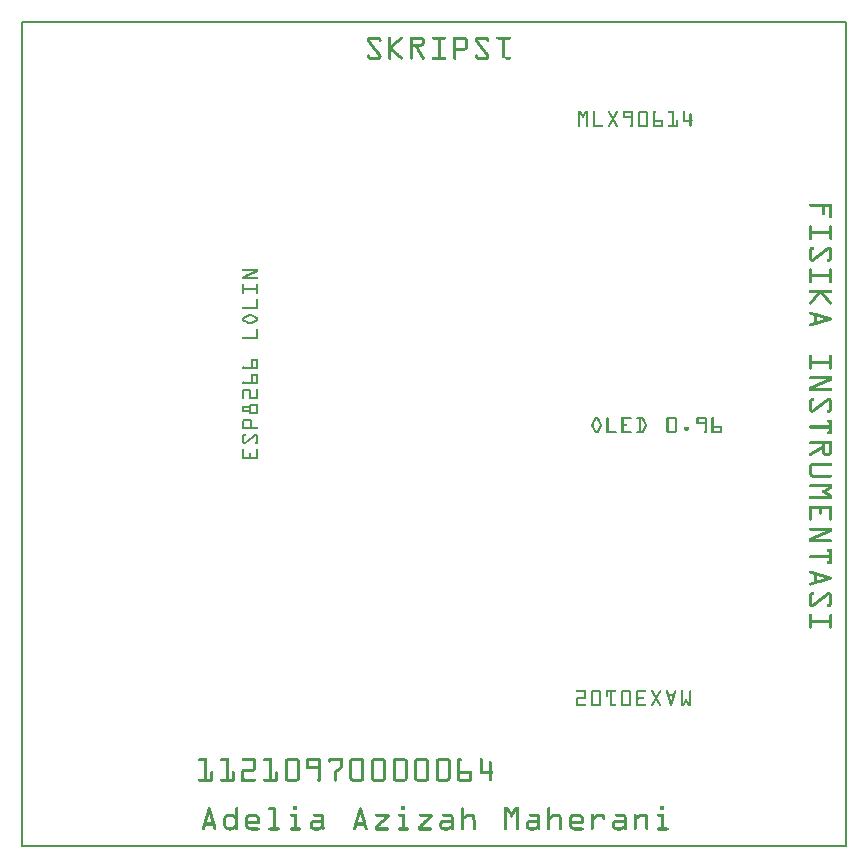
<source format=gto>
G04 MADE WITH FRITZING*
G04 WWW.FRITZING.ORG*
G04 DOUBLE SIDED*
G04 HOLES PLATED*
G04 CONTOUR ON CENTER OF CONTOUR VECTOR*
%ASAXBY*%
%FSLAX23Y23*%
%MOIN*%
%OFA0B0*%
%SFA1.0B1.0*%
%ADD10R,2.755910X2.755910X2.739910X2.739910*%
%ADD11C,0.008000*%
%ADD12R,0.001000X0.001000*%
%LNSILK1*%
G90*
G70*
G54D11*
X4Y2752D02*
X2752Y2752D01*
X2752Y4D01*
X4Y4D01*
X4Y2752D01*
D02*
G54D12*
X1161Y2702D02*
X1194Y2702D01*
X1228Y2702D02*
X1233Y2702D01*
X1268Y2702D02*
X1272Y2702D01*
X1298Y2702D02*
X1336Y2702D01*
X1372Y2702D02*
X1416Y2702D01*
X1442Y2702D02*
X1480Y2702D01*
X1521Y2702D02*
X1554Y2702D01*
X1588Y2702D02*
X1632Y2702D01*
X1159Y2701D02*
X1196Y2701D01*
X1227Y2701D02*
X1234Y2701D01*
X1266Y2701D02*
X1273Y2701D01*
X1298Y2701D02*
X1339Y2701D01*
X1371Y2701D02*
X1417Y2701D01*
X1442Y2701D02*
X1483Y2701D01*
X1519Y2701D02*
X1556Y2701D01*
X1587Y2701D02*
X1633Y2701D01*
X1158Y2700D02*
X1197Y2700D01*
X1226Y2700D02*
X1234Y2700D01*
X1265Y2700D02*
X1274Y2700D01*
X1298Y2700D02*
X1340Y2700D01*
X1370Y2700D02*
X1418Y2700D01*
X1442Y2700D02*
X1484Y2700D01*
X1518Y2700D02*
X1557Y2700D01*
X1586Y2700D02*
X1634Y2700D01*
X1157Y2699D02*
X1198Y2699D01*
X1226Y2699D02*
X1235Y2699D01*
X1264Y2699D02*
X1274Y2699D01*
X1298Y2699D02*
X1341Y2699D01*
X1370Y2699D02*
X1418Y2699D01*
X1442Y2699D02*
X1485Y2699D01*
X1517Y2699D02*
X1558Y2699D01*
X1586Y2699D02*
X1634Y2699D01*
X1156Y2698D02*
X1199Y2698D01*
X1226Y2698D02*
X1235Y2698D01*
X1263Y2698D02*
X1275Y2698D01*
X1298Y2698D02*
X1342Y2698D01*
X1370Y2698D02*
X1418Y2698D01*
X1442Y2698D02*
X1486Y2698D01*
X1516Y2698D02*
X1559Y2698D01*
X1586Y2698D02*
X1634Y2698D01*
X1155Y2697D02*
X1200Y2697D01*
X1226Y2697D02*
X1235Y2697D01*
X1262Y2697D02*
X1275Y2697D01*
X1298Y2697D02*
X1343Y2697D01*
X1370Y2697D02*
X1418Y2697D01*
X1442Y2697D02*
X1487Y2697D01*
X1515Y2697D02*
X1560Y2697D01*
X1586Y2697D02*
X1634Y2697D01*
X1155Y2696D02*
X1201Y2696D01*
X1226Y2696D02*
X1235Y2696D01*
X1261Y2696D02*
X1274Y2696D01*
X1298Y2696D02*
X1344Y2696D01*
X1370Y2696D02*
X1418Y2696D01*
X1442Y2696D02*
X1488Y2696D01*
X1515Y2696D02*
X1561Y2696D01*
X1586Y2696D02*
X1634Y2696D01*
X1154Y2695D02*
X1201Y2695D01*
X1226Y2695D02*
X1235Y2695D01*
X1259Y2695D02*
X1274Y2695D01*
X1298Y2695D02*
X1345Y2695D01*
X1371Y2695D02*
X1418Y2695D01*
X1442Y2695D02*
X1489Y2695D01*
X1514Y2695D02*
X1561Y2695D01*
X1587Y2695D02*
X1633Y2695D01*
X1154Y2694D02*
X1202Y2694D01*
X1226Y2694D02*
X1235Y2694D01*
X1258Y2694D02*
X1273Y2694D01*
X1298Y2694D02*
X1345Y2694D01*
X1372Y2694D02*
X1417Y2694D01*
X1442Y2694D02*
X1489Y2694D01*
X1514Y2694D02*
X1562Y2694D01*
X1588Y2694D02*
X1633Y2694D01*
X1154Y2693D02*
X1202Y2693D01*
X1226Y2693D02*
X1235Y2693D01*
X1257Y2693D02*
X1272Y2693D01*
X1298Y2693D02*
X1346Y2693D01*
X1374Y2693D02*
X1414Y2693D01*
X1442Y2693D02*
X1490Y2693D01*
X1514Y2693D02*
X1562Y2693D01*
X1590Y2693D02*
X1630Y2693D01*
X1154Y2692D02*
X1163Y2692D01*
X1192Y2692D02*
X1202Y2692D01*
X1226Y2692D02*
X1235Y2692D01*
X1256Y2692D02*
X1270Y2692D01*
X1298Y2692D02*
X1307Y2692D01*
X1335Y2692D02*
X1346Y2692D01*
X1390Y2692D02*
X1399Y2692D01*
X1442Y2692D02*
X1451Y2692D01*
X1479Y2692D02*
X1490Y2692D01*
X1514Y2692D02*
X1523Y2692D01*
X1552Y2692D02*
X1562Y2692D01*
X1605Y2692D02*
X1615Y2692D01*
X1154Y2691D02*
X1163Y2691D01*
X1193Y2691D02*
X1202Y2691D01*
X1226Y2691D02*
X1235Y2691D01*
X1255Y2691D02*
X1269Y2691D01*
X1298Y2691D02*
X1307Y2691D01*
X1336Y2691D02*
X1346Y2691D01*
X1390Y2691D02*
X1399Y2691D01*
X1442Y2691D02*
X1451Y2691D01*
X1480Y2691D02*
X1490Y2691D01*
X1514Y2691D02*
X1523Y2691D01*
X1553Y2691D02*
X1562Y2691D01*
X1605Y2691D02*
X1615Y2691D01*
X1154Y2690D02*
X1164Y2690D01*
X1193Y2690D02*
X1203Y2690D01*
X1226Y2690D02*
X1235Y2690D01*
X1254Y2690D02*
X1268Y2690D01*
X1298Y2690D02*
X1307Y2690D01*
X1337Y2690D02*
X1346Y2690D01*
X1390Y2690D02*
X1399Y2690D01*
X1442Y2690D02*
X1451Y2690D01*
X1481Y2690D02*
X1490Y2690D01*
X1514Y2690D02*
X1524Y2690D01*
X1553Y2690D02*
X1562Y2690D01*
X1605Y2690D02*
X1615Y2690D01*
X1154Y2689D02*
X1165Y2689D01*
X1194Y2689D02*
X1203Y2689D01*
X1226Y2689D02*
X1235Y2689D01*
X1252Y2689D02*
X1267Y2689D01*
X1298Y2689D02*
X1307Y2689D01*
X1337Y2689D02*
X1346Y2689D01*
X1390Y2689D02*
X1399Y2689D01*
X1442Y2689D02*
X1451Y2689D01*
X1481Y2689D02*
X1490Y2689D01*
X1514Y2689D02*
X1524Y2689D01*
X1553Y2689D02*
X1562Y2689D01*
X1605Y2689D02*
X1615Y2689D01*
X1154Y2688D02*
X1165Y2688D01*
X1194Y2688D02*
X1202Y2688D01*
X1226Y2688D02*
X1235Y2688D01*
X1251Y2688D02*
X1266Y2688D01*
X1298Y2688D02*
X1307Y2688D01*
X1337Y2688D02*
X1347Y2688D01*
X1390Y2688D02*
X1399Y2688D01*
X1442Y2688D02*
X1451Y2688D01*
X1481Y2688D02*
X1491Y2688D01*
X1514Y2688D02*
X1525Y2688D01*
X1554Y2688D02*
X1562Y2688D01*
X1605Y2688D02*
X1615Y2688D01*
X1155Y2687D02*
X1166Y2687D01*
X1194Y2687D02*
X1202Y2687D01*
X1226Y2687D02*
X1235Y2687D01*
X1250Y2687D02*
X1265Y2687D01*
X1298Y2687D02*
X1307Y2687D01*
X1337Y2687D02*
X1347Y2687D01*
X1390Y2687D02*
X1399Y2687D01*
X1442Y2687D02*
X1451Y2687D01*
X1481Y2687D02*
X1491Y2687D01*
X1515Y2687D02*
X1526Y2687D01*
X1554Y2687D02*
X1562Y2687D01*
X1605Y2687D02*
X1615Y2687D01*
X1155Y2686D02*
X1167Y2686D01*
X1195Y2686D02*
X1201Y2686D01*
X1226Y2686D02*
X1235Y2686D01*
X1249Y2686D02*
X1263Y2686D01*
X1298Y2686D02*
X1307Y2686D01*
X1337Y2686D02*
X1347Y2686D01*
X1390Y2686D02*
X1399Y2686D01*
X1442Y2686D02*
X1451Y2686D01*
X1481Y2686D02*
X1491Y2686D01*
X1515Y2686D02*
X1527Y2686D01*
X1555Y2686D02*
X1561Y2686D01*
X1605Y2686D02*
X1615Y2686D01*
X1156Y2685D02*
X1168Y2685D01*
X1196Y2685D02*
X1200Y2685D01*
X1226Y2685D02*
X1235Y2685D01*
X1248Y2685D02*
X1262Y2685D01*
X1298Y2685D02*
X1307Y2685D01*
X1337Y2685D02*
X1347Y2685D01*
X1390Y2685D02*
X1399Y2685D01*
X1442Y2685D02*
X1451Y2685D01*
X1481Y2685D02*
X1491Y2685D01*
X1516Y2685D02*
X1528Y2685D01*
X1556Y2685D02*
X1560Y2685D01*
X1605Y2685D02*
X1615Y2685D01*
X1157Y2684D02*
X1168Y2684D01*
X1226Y2684D02*
X1235Y2684D01*
X1247Y2684D02*
X1261Y2684D01*
X1298Y2684D02*
X1307Y2684D01*
X1337Y2684D02*
X1347Y2684D01*
X1390Y2684D02*
X1399Y2684D01*
X1442Y2684D02*
X1451Y2684D01*
X1481Y2684D02*
X1491Y2684D01*
X1516Y2684D02*
X1528Y2684D01*
X1605Y2684D02*
X1615Y2684D01*
X1157Y2683D02*
X1169Y2683D01*
X1226Y2683D02*
X1235Y2683D01*
X1245Y2683D02*
X1260Y2683D01*
X1298Y2683D02*
X1307Y2683D01*
X1337Y2683D02*
X1347Y2683D01*
X1390Y2683D02*
X1399Y2683D01*
X1442Y2683D02*
X1451Y2683D01*
X1481Y2683D02*
X1491Y2683D01*
X1517Y2683D02*
X1529Y2683D01*
X1605Y2683D02*
X1615Y2683D01*
X1158Y2682D02*
X1170Y2682D01*
X1226Y2682D02*
X1235Y2682D01*
X1244Y2682D02*
X1259Y2682D01*
X1298Y2682D02*
X1307Y2682D01*
X1337Y2682D02*
X1347Y2682D01*
X1390Y2682D02*
X1399Y2682D01*
X1442Y2682D02*
X1451Y2682D01*
X1481Y2682D02*
X1491Y2682D01*
X1518Y2682D02*
X1530Y2682D01*
X1605Y2682D02*
X1615Y2682D01*
X1159Y2681D02*
X1171Y2681D01*
X1226Y2681D02*
X1235Y2681D01*
X1243Y2681D02*
X1258Y2681D01*
X1298Y2681D02*
X1307Y2681D01*
X1337Y2681D02*
X1346Y2681D01*
X1390Y2681D02*
X1399Y2681D01*
X1442Y2681D02*
X1451Y2681D01*
X1481Y2681D02*
X1491Y2681D01*
X1519Y2681D02*
X1531Y2681D01*
X1605Y2681D02*
X1615Y2681D01*
X1160Y2680D02*
X1172Y2680D01*
X1226Y2680D02*
X1235Y2680D01*
X1242Y2680D02*
X1256Y2680D01*
X1298Y2680D02*
X1307Y2680D01*
X1337Y2680D02*
X1346Y2680D01*
X1390Y2680D02*
X1399Y2680D01*
X1442Y2680D02*
X1451Y2680D01*
X1481Y2680D02*
X1491Y2680D01*
X1520Y2680D02*
X1531Y2680D01*
X1605Y2680D02*
X1615Y2680D01*
X1160Y2679D02*
X1172Y2679D01*
X1226Y2679D02*
X1235Y2679D01*
X1241Y2679D02*
X1255Y2679D01*
X1298Y2679D02*
X1307Y2679D01*
X1336Y2679D02*
X1346Y2679D01*
X1390Y2679D02*
X1399Y2679D01*
X1442Y2679D02*
X1451Y2679D01*
X1481Y2679D02*
X1491Y2679D01*
X1520Y2679D02*
X1532Y2679D01*
X1605Y2679D02*
X1615Y2679D01*
X1161Y2678D02*
X1173Y2678D01*
X1226Y2678D02*
X1235Y2678D01*
X1239Y2678D02*
X1254Y2678D01*
X1298Y2678D02*
X1307Y2678D01*
X1335Y2678D02*
X1346Y2678D01*
X1390Y2678D02*
X1399Y2678D01*
X1442Y2678D02*
X1451Y2678D01*
X1481Y2678D02*
X1491Y2678D01*
X1521Y2678D02*
X1533Y2678D01*
X1605Y2678D02*
X1615Y2678D01*
X1162Y2677D02*
X1174Y2677D01*
X1226Y2677D02*
X1235Y2677D01*
X1238Y2677D02*
X1253Y2677D01*
X1298Y2677D02*
X1346Y2677D01*
X1390Y2677D02*
X1399Y2677D01*
X1442Y2677D02*
X1451Y2677D01*
X1481Y2677D02*
X1491Y2677D01*
X1522Y2677D02*
X1534Y2677D01*
X1605Y2677D02*
X1615Y2677D01*
X1163Y2676D02*
X1175Y2676D01*
X1226Y2676D02*
X1235Y2676D01*
X1237Y2676D02*
X1252Y2676D01*
X1298Y2676D02*
X1345Y2676D01*
X1390Y2676D02*
X1399Y2676D01*
X1442Y2676D02*
X1451Y2676D01*
X1481Y2676D02*
X1491Y2676D01*
X1523Y2676D02*
X1535Y2676D01*
X1605Y2676D02*
X1615Y2676D01*
X1164Y2675D02*
X1175Y2675D01*
X1226Y2675D02*
X1251Y2675D01*
X1298Y2675D02*
X1344Y2675D01*
X1390Y2675D02*
X1399Y2675D01*
X1442Y2675D02*
X1451Y2675D01*
X1481Y2675D02*
X1491Y2675D01*
X1523Y2675D02*
X1535Y2675D01*
X1605Y2675D02*
X1615Y2675D01*
X1164Y2674D02*
X1176Y2674D01*
X1226Y2674D02*
X1249Y2674D01*
X1298Y2674D02*
X1344Y2674D01*
X1390Y2674D02*
X1399Y2674D01*
X1442Y2674D02*
X1451Y2674D01*
X1481Y2674D02*
X1491Y2674D01*
X1524Y2674D02*
X1536Y2674D01*
X1605Y2674D02*
X1615Y2674D01*
X1165Y2673D02*
X1177Y2673D01*
X1226Y2673D02*
X1248Y2673D01*
X1298Y2673D02*
X1343Y2673D01*
X1390Y2673D02*
X1399Y2673D01*
X1442Y2673D02*
X1451Y2673D01*
X1481Y2673D02*
X1491Y2673D01*
X1525Y2673D02*
X1537Y2673D01*
X1605Y2673D02*
X1615Y2673D01*
X1166Y2672D02*
X1178Y2672D01*
X1226Y2672D02*
X1247Y2672D01*
X1298Y2672D02*
X1342Y2672D01*
X1390Y2672D02*
X1399Y2672D01*
X1442Y2672D02*
X1451Y2672D01*
X1481Y2672D02*
X1491Y2672D01*
X1526Y2672D02*
X1538Y2672D01*
X1605Y2672D02*
X1615Y2672D01*
X1167Y2671D02*
X1179Y2671D01*
X1226Y2671D02*
X1246Y2671D01*
X1298Y2671D02*
X1341Y2671D01*
X1390Y2671D02*
X1399Y2671D01*
X1442Y2671D02*
X1451Y2671D01*
X1481Y2671D02*
X1491Y2671D01*
X1526Y2671D02*
X1538Y2671D01*
X1605Y2671D02*
X1615Y2671D01*
X1167Y2670D02*
X1179Y2670D01*
X1226Y2670D02*
X1245Y2670D01*
X1298Y2670D02*
X1340Y2670D01*
X1390Y2670D02*
X1399Y2670D01*
X1442Y2670D02*
X1451Y2670D01*
X1481Y2670D02*
X1491Y2670D01*
X1527Y2670D02*
X1539Y2670D01*
X1605Y2670D02*
X1615Y2670D01*
X1168Y2669D02*
X1180Y2669D01*
X1226Y2669D02*
X1244Y2669D01*
X1298Y2669D02*
X1338Y2669D01*
X1390Y2669D02*
X1399Y2669D01*
X1442Y2669D02*
X1451Y2669D01*
X1481Y2669D02*
X1490Y2669D01*
X1528Y2669D02*
X1540Y2669D01*
X1605Y2669D02*
X1615Y2669D01*
X1169Y2668D02*
X1181Y2668D01*
X1226Y2668D02*
X1242Y2668D01*
X1298Y2668D02*
X1336Y2668D01*
X1390Y2668D02*
X1399Y2668D01*
X1442Y2668D02*
X1451Y2668D01*
X1481Y2668D02*
X1490Y2668D01*
X1529Y2668D02*
X1541Y2668D01*
X1605Y2668D02*
X1615Y2668D01*
X1170Y2667D02*
X1182Y2667D01*
X1226Y2667D02*
X1241Y2667D01*
X1298Y2667D02*
X1307Y2667D01*
X1315Y2667D02*
X1326Y2667D01*
X1390Y2667D02*
X1399Y2667D01*
X1442Y2667D02*
X1451Y2667D01*
X1480Y2667D02*
X1490Y2667D01*
X1530Y2667D02*
X1542Y2667D01*
X1605Y2667D02*
X1615Y2667D01*
X1171Y2666D02*
X1182Y2666D01*
X1226Y2666D02*
X1240Y2666D01*
X1298Y2666D02*
X1307Y2666D01*
X1316Y2666D02*
X1326Y2666D01*
X1390Y2666D02*
X1399Y2666D01*
X1442Y2666D02*
X1451Y2666D01*
X1480Y2666D02*
X1490Y2666D01*
X1530Y2666D02*
X1542Y2666D01*
X1605Y2666D02*
X1615Y2666D01*
X1171Y2665D02*
X1183Y2665D01*
X1226Y2665D02*
X1239Y2665D01*
X1298Y2665D02*
X1307Y2665D01*
X1316Y2665D02*
X1327Y2665D01*
X1390Y2665D02*
X1399Y2665D01*
X1442Y2665D02*
X1451Y2665D01*
X1478Y2665D02*
X1490Y2665D01*
X1531Y2665D02*
X1543Y2665D01*
X1605Y2665D02*
X1615Y2665D01*
X1172Y2664D02*
X1184Y2664D01*
X1226Y2664D02*
X1238Y2664D01*
X1298Y2664D02*
X1307Y2664D01*
X1317Y2664D02*
X1328Y2664D01*
X1390Y2664D02*
X1399Y2664D01*
X1442Y2664D02*
X1489Y2664D01*
X1532Y2664D02*
X1544Y2664D01*
X1605Y2664D02*
X1615Y2664D01*
X1173Y2663D02*
X1185Y2663D01*
X1226Y2663D02*
X1239Y2663D01*
X1298Y2663D02*
X1307Y2663D01*
X1317Y2663D02*
X1328Y2663D01*
X1390Y2663D02*
X1399Y2663D01*
X1442Y2663D02*
X1489Y2663D01*
X1533Y2663D02*
X1545Y2663D01*
X1605Y2663D02*
X1615Y2663D01*
X1174Y2662D02*
X1186Y2662D01*
X1226Y2662D02*
X1240Y2662D01*
X1298Y2662D02*
X1307Y2662D01*
X1318Y2662D02*
X1329Y2662D01*
X1390Y2662D02*
X1399Y2662D01*
X1442Y2662D02*
X1488Y2662D01*
X1533Y2662D02*
X1545Y2662D01*
X1605Y2662D02*
X1615Y2662D01*
X1174Y2661D02*
X1186Y2661D01*
X1226Y2661D02*
X1241Y2661D01*
X1298Y2661D02*
X1307Y2661D01*
X1318Y2661D02*
X1329Y2661D01*
X1390Y2661D02*
X1399Y2661D01*
X1442Y2661D02*
X1488Y2661D01*
X1534Y2661D02*
X1546Y2661D01*
X1605Y2661D02*
X1615Y2661D01*
X1175Y2660D02*
X1187Y2660D01*
X1226Y2660D02*
X1242Y2660D01*
X1298Y2660D02*
X1307Y2660D01*
X1319Y2660D02*
X1330Y2660D01*
X1390Y2660D02*
X1399Y2660D01*
X1442Y2660D02*
X1487Y2660D01*
X1535Y2660D02*
X1547Y2660D01*
X1605Y2660D02*
X1615Y2660D01*
X1176Y2659D02*
X1188Y2659D01*
X1226Y2659D02*
X1243Y2659D01*
X1298Y2659D02*
X1307Y2659D01*
X1320Y2659D02*
X1330Y2659D01*
X1390Y2659D02*
X1399Y2659D01*
X1442Y2659D02*
X1486Y2659D01*
X1536Y2659D02*
X1548Y2659D01*
X1605Y2659D02*
X1615Y2659D01*
X1177Y2658D02*
X1189Y2658D01*
X1226Y2658D02*
X1245Y2658D01*
X1298Y2658D02*
X1307Y2658D01*
X1320Y2658D02*
X1331Y2658D01*
X1390Y2658D02*
X1399Y2658D01*
X1442Y2658D02*
X1485Y2658D01*
X1537Y2658D02*
X1549Y2658D01*
X1605Y2658D02*
X1615Y2658D01*
X1177Y2657D02*
X1189Y2657D01*
X1226Y2657D02*
X1246Y2657D01*
X1298Y2657D02*
X1307Y2657D01*
X1321Y2657D02*
X1332Y2657D01*
X1390Y2657D02*
X1399Y2657D01*
X1442Y2657D02*
X1483Y2657D01*
X1537Y2657D02*
X1549Y2657D01*
X1605Y2657D02*
X1615Y2657D01*
X1178Y2656D02*
X1190Y2656D01*
X1226Y2656D02*
X1247Y2656D01*
X1298Y2656D02*
X1307Y2656D01*
X1321Y2656D02*
X1332Y2656D01*
X1390Y2656D02*
X1399Y2656D01*
X1442Y2656D02*
X1482Y2656D01*
X1538Y2656D02*
X1550Y2656D01*
X1605Y2656D02*
X1615Y2656D01*
X1179Y2655D02*
X1191Y2655D01*
X1226Y2655D02*
X1248Y2655D01*
X1298Y2655D02*
X1307Y2655D01*
X1322Y2655D02*
X1333Y2655D01*
X1390Y2655D02*
X1399Y2655D01*
X1442Y2655D02*
X1479Y2655D01*
X1539Y2655D02*
X1551Y2655D01*
X1605Y2655D02*
X1615Y2655D01*
X1180Y2654D02*
X1192Y2654D01*
X1226Y2654D02*
X1249Y2654D01*
X1298Y2654D02*
X1307Y2654D01*
X1323Y2654D02*
X1333Y2654D01*
X1390Y2654D02*
X1399Y2654D01*
X1442Y2654D02*
X1451Y2654D01*
X1540Y2654D02*
X1552Y2654D01*
X1605Y2654D02*
X1615Y2654D01*
X1181Y2653D02*
X1193Y2653D01*
X1226Y2653D02*
X1250Y2653D01*
X1298Y2653D02*
X1307Y2653D01*
X1323Y2653D02*
X1334Y2653D01*
X1390Y2653D02*
X1399Y2653D01*
X1442Y2653D02*
X1451Y2653D01*
X1540Y2653D02*
X1552Y2653D01*
X1605Y2653D02*
X1615Y2653D01*
X1181Y2652D02*
X1193Y2652D01*
X1226Y2652D02*
X1235Y2652D01*
X1237Y2652D02*
X1252Y2652D01*
X1298Y2652D02*
X1307Y2652D01*
X1324Y2652D02*
X1335Y2652D01*
X1390Y2652D02*
X1399Y2652D01*
X1442Y2652D02*
X1451Y2652D01*
X1541Y2652D02*
X1553Y2652D01*
X1605Y2652D02*
X1615Y2652D01*
X1182Y2651D02*
X1194Y2651D01*
X1226Y2651D02*
X1235Y2651D01*
X1238Y2651D02*
X1253Y2651D01*
X1298Y2651D02*
X1307Y2651D01*
X1324Y2651D02*
X1335Y2651D01*
X1390Y2651D02*
X1399Y2651D01*
X1442Y2651D02*
X1451Y2651D01*
X1542Y2651D02*
X1554Y2651D01*
X1605Y2651D02*
X1615Y2651D01*
X1183Y2650D02*
X1195Y2650D01*
X1226Y2650D02*
X1235Y2650D01*
X1239Y2650D02*
X1254Y2650D01*
X1298Y2650D02*
X1307Y2650D01*
X1325Y2650D02*
X1336Y2650D01*
X1390Y2650D02*
X1399Y2650D01*
X1442Y2650D02*
X1451Y2650D01*
X1543Y2650D02*
X1555Y2650D01*
X1605Y2650D02*
X1615Y2650D01*
X1184Y2649D02*
X1196Y2649D01*
X1226Y2649D02*
X1235Y2649D01*
X1240Y2649D02*
X1255Y2649D01*
X1298Y2649D02*
X1307Y2649D01*
X1325Y2649D02*
X1336Y2649D01*
X1390Y2649D02*
X1399Y2649D01*
X1442Y2649D02*
X1451Y2649D01*
X1544Y2649D02*
X1556Y2649D01*
X1605Y2649D02*
X1615Y2649D01*
X1184Y2648D02*
X1196Y2648D01*
X1226Y2648D02*
X1235Y2648D01*
X1242Y2648D02*
X1256Y2648D01*
X1298Y2648D02*
X1307Y2648D01*
X1326Y2648D02*
X1337Y2648D01*
X1390Y2648D02*
X1399Y2648D01*
X1442Y2648D02*
X1451Y2648D01*
X1544Y2648D02*
X1556Y2648D01*
X1605Y2648D02*
X1615Y2648D01*
X1185Y2647D02*
X1197Y2647D01*
X1226Y2647D02*
X1235Y2647D01*
X1243Y2647D02*
X1257Y2647D01*
X1298Y2647D02*
X1307Y2647D01*
X1327Y2647D02*
X1337Y2647D01*
X1390Y2647D02*
X1399Y2647D01*
X1442Y2647D02*
X1451Y2647D01*
X1545Y2647D02*
X1557Y2647D01*
X1605Y2647D02*
X1615Y2647D01*
X1186Y2646D02*
X1198Y2646D01*
X1226Y2646D02*
X1235Y2646D01*
X1244Y2646D02*
X1259Y2646D01*
X1298Y2646D02*
X1307Y2646D01*
X1327Y2646D02*
X1338Y2646D01*
X1390Y2646D02*
X1399Y2646D01*
X1442Y2646D02*
X1451Y2646D01*
X1546Y2646D02*
X1558Y2646D01*
X1605Y2646D02*
X1615Y2646D01*
X1187Y2645D02*
X1199Y2645D01*
X1226Y2645D02*
X1235Y2645D01*
X1245Y2645D02*
X1260Y2645D01*
X1298Y2645D02*
X1307Y2645D01*
X1328Y2645D02*
X1339Y2645D01*
X1390Y2645D02*
X1399Y2645D01*
X1442Y2645D02*
X1451Y2645D01*
X1547Y2645D02*
X1559Y2645D01*
X1605Y2645D02*
X1615Y2645D01*
X1188Y2644D02*
X1200Y2644D01*
X1226Y2644D02*
X1235Y2644D01*
X1246Y2644D02*
X1261Y2644D01*
X1298Y2644D02*
X1307Y2644D01*
X1328Y2644D02*
X1339Y2644D01*
X1390Y2644D02*
X1399Y2644D01*
X1442Y2644D02*
X1451Y2644D01*
X1547Y2644D02*
X1559Y2644D01*
X1605Y2644D02*
X1615Y2644D01*
X1157Y2643D02*
X1160Y2643D01*
X1188Y2643D02*
X1200Y2643D01*
X1226Y2643D02*
X1235Y2643D01*
X1247Y2643D02*
X1262Y2643D01*
X1298Y2643D02*
X1307Y2643D01*
X1329Y2643D02*
X1340Y2643D01*
X1390Y2643D02*
X1399Y2643D01*
X1442Y2643D02*
X1451Y2643D01*
X1517Y2643D02*
X1520Y2643D01*
X1548Y2643D02*
X1560Y2643D01*
X1605Y2643D02*
X1615Y2643D01*
X1155Y2642D02*
X1161Y2642D01*
X1189Y2642D02*
X1201Y2642D01*
X1226Y2642D02*
X1235Y2642D01*
X1249Y2642D02*
X1263Y2642D01*
X1298Y2642D02*
X1307Y2642D01*
X1330Y2642D02*
X1340Y2642D01*
X1390Y2642D02*
X1399Y2642D01*
X1442Y2642D02*
X1451Y2642D01*
X1515Y2642D02*
X1521Y2642D01*
X1549Y2642D02*
X1561Y2642D01*
X1605Y2642D02*
X1615Y2642D01*
X1155Y2641D02*
X1162Y2641D01*
X1190Y2641D02*
X1202Y2641D01*
X1226Y2641D02*
X1235Y2641D01*
X1250Y2641D02*
X1264Y2641D01*
X1298Y2641D02*
X1307Y2641D01*
X1330Y2641D02*
X1341Y2641D01*
X1390Y2641D02*
X1399Y2641D01*
X1442Y2641D02*
X1451Y2641D01*
X1514Y2641D02*
X1522Y2641D01*
X1550Y2641D02*
X1561Y2641D01*
X1605Y2641D02*
X1615Y2641D01*
X1154Y2640D02*
X1163Y2640D01*
X1191Y2640D02*
X1202Y2640D01*
X1226Y2640D02*
X1235Y2640D01*
X1251Y2640D02*
X1266Y2640D01*
X1298Y2640D02*
X1307Y2640D01*
X1331Y2640D02*
X1342Y2640D01*
X1390Y2640D02*
X1399Y2640D01*
X1442Y2640D02*
X1451Y2640D01*
X1514Y2640D02*
X1523Y2640D01*
X1551Y2640D02*
X1562Y2640D01*
X1605Y2640D02*
X1615Y2640D01*
X1154Y2639D02*
X1163Y2639D01*
X1191Y2639D02*
X1202Y2639D01*
X1226Y2639D02*
X1235Y2639D01*
X1252Y2639D02*
X1267Y2639D01*
X1298Y2639D02*
X1307Y2639D01*
X1331Y2639D02*
X1342Y2639D01*
X1390Y2639D02*
X1399Y2639D01*
X1442Y2639D02*
X1451Y2639D01*
X1514Y2639D02*
X1523Y2639D01*
X1551Y2639D02*
X1562Y2639D01*
X1605Y2639D02*
X1615Y2639D01*
X1154Y2638D02*
X1163Y2638D01*
X1192Y2638D02*
X1202Y2638D01*
X1226Y2638D02*
X1235Y2638D01*
X1253Y2638D02*
X1268Y2638D01*
X1298Y2638D02*
X1307Y2638D01*
X1332Y2638D02*
X1343Y2638D01*
X1390Y2638D02*
X1399Y2638D01*
X1442Y2638D02*
X1451Y2638D01*
X1514Y2638D02*
X1523Y2638D01*
X1552Y2638D02*
X1562Y2638D01*
X1605Y2638D02*
X1615Y2638D01*
X1154Y2637D02*
X1163Y2637D01*
X1193Y2637D02*
X1203Y2637D01*
X1226Y2637D02*
X1235Y2637D01*
X1255Y2637D02*
X1269Y2637D01*
X1298Y2637D02*
X1307Y2637D01*
X1332Y2637D02*
X1343Y2637D01*
X1390Y2637D02*
X1399Y2637D01*
X1442Y2637D02*
X1451Y2637D01*
X1514Y2637D02*
X1523Y2637D01*
X1553Y2637D02*
X1562Y2637D01*
X1605Y2637D02*
X1615Y2637D01*
X1154Y2636D02*
X1164Y2636D01*
X1193Y2636D02*
X1203Y2636D01*
X1226Y2636D02*
X1235Y2636D01*
X1256Y2636D02*
X1270Y2636D01*
X1298Y2636D02*
X1307Y2636D01*
X1333Y2636D02*
X1344Y2636D01*
X1390Y2636D02*
X1399Y2636D01*
X1442Y2636D02*
X1451Y2636D01*
X1514Y2636D02*
X1524Y2636D01*
X1553Y2636D02*
X1562Y2636D01*
X1605Y2636D02*
X1615Y2636D01*
X1154Y2635D02*
X1202Y2635D01*
X1226Y2635D02*
X1235Y2635D01*
X1257Y2635D02*
X1271Y2635D01*
X1298Y2635D02*
X1307Y2635D01*
X1334Y2635D02*
X1344Y2635D01*
X1375Y2635D02*
X1414Y2635D01*
X1442Y2635D02*
X1451Y2635D01*
X1514Y2635D02*
X1562Y2635D01*
X1599Y2635D02*
X1629Y2635D01*
X1155Y2634D02*
X1202Y2634D01*
X1226Y2634D02*
X1235Y2634D01*
X1258Y2634D02*
X1273Y2634D01*
X1298Y2634D02*
X1307Y2634D01*
X1334Y2634D02*
X1345Y2634D01*
X1372Y2634D02*
X1416Y2634D01*
X1442Y2634D02*
X1451Y2634D01*
X1515Y2634D02*
X1562Y2634D01*
X1603Y2634D02*
X1632Y2634D01*
X1155Y2633D02*
X1202Y2633D01*
X1226Y2633D02*
X1235Y2633D01*
X1259Y2633D02*
X1273Y2633D01*
X1298Y2633D02*
X1307Y2633D01*
X1335Y2633D02*
X1346Y2633D01*
X1371Y2633D02*
X1417Y2633D01*
X1442Y2633D02*
X1451Y2633D01*
X1515Y2633D02*
X1562Y2633D01*
X1606Y2633D02*
X1633Y2633D01*
X1156Y2632D02*
X1202Y2632D01*
X1226Y2632D02*
X1235Y2632D01*
X1260Y2632D02*
X1274Y2632D01*
X1298Y2632D02*
X1307Y2632D01*
X1335Y2632D02*
X1346Y2632D01*
X1370Y2632D02*
X1418Y2632D01*
X1442Y2632D02*
X1451Y2632D01*
X1515Y2632D02*
X1562Y2632D01*
X1608Y2632D02*
X1634Y2632D01*
X1156Y2631D02*
X1201Y2631D01*
X1226Y2631D02*
X1235Y2631D01*
X1262Y2631D02*
X1274Y2631D01*
X1298Y2631D02*
X1307Y2631D01*
X1336Y2631D02*
X1346Y2631D01*
X1370Y2631D02*
X1418Y2631D01*
X1442Y2631D02*
X1451Y2631D01*
X1516Y2631D02*
X1561Y2631D01*
X1610Y2631D02*
X1634Y2631D01*
X1157Y2630D02*
X1201Y2630D01*
X1226Y2630D02*
X1235Y2630D01*
X1263Y2630D02*
X1275Y2630D01*
X1298Y2630D02*
X1307Y2630D01*
X1337Y2630D02*
X1347Y2630D01*
X1370Y2630D02*
X1419Y2630D01*
X1442Y2630D02*
X1451Y2630D01*
X1517Y2630D02*
X1560Y2630D01*
X1612Y2630D02*
X1634Y2630D01*
X1158Y2629D02*
X1200Y2629D01*
X1226Y2629D02*
X1235Y2629D01*
X1264Y2629D02*
X1274Y2629D01*
X1298Y2629D02*
X1307Y2629D01*
X1337Y2629D02*
X1346Y2629D01*
X1370Y2629D02*
X1418Y2629D01*
X1442Y2629D02*
X1451Y2629D01*
X1518Y2629D02*
X1560Y2629D01*
X1614Y2629D02*
X1634Y2629D01*
X1159Y2628D02*
X1199Y2628D01*
X1226Y2628D02*
X1234Y2628D01*
X1265Y2628D02*
X1274Y2628D01*
X1298Y2628D02*
X1306Y2628D01*
X1338Y2628D02*
X1346Y2628D01*
X1370Y2628D02*
X1418Y2628D01*
X1442Y2628D02*
X1450Y2628D01*
X1519Y2628D02*
X1559Y2628D01*
X1615Y2628D02*
X1634Y2628D01*
X1160Y2627D02*
X1198Y2627D01*
X1227Y2627D02*
X1234Y2627D01*
X1266Y2627D02*
X1273Y2627D01*
X1299Y2627D02*
X1306Y2627D01*
X1338Y2627D02*
X1345Y2627D01*
X1371Y2627D02*
X1417Y2627D01*
X1443Y2627D02*
X1450Y2627D01*
X1520Y2627D02*
X1558Y2627D01*
X1616Y2627D02*
X1633Y2627D01*
X1162Y2626D02*
X1196Y2626D01*
X1228Y2626D02*
X1233Y2626D01*
X1267Y2626D02*
X1272Y2626D01*
X1300Y2626D02*
X1305Y2626D01*
X1339Y2626D02*
X1344Y2626D01*
X1372Y2626D02*
X1416Y2626D01*
X1444Y2626D02*
X1449Y2626D01*
X1522Y2626D02*
X1556Y2626D01*
X1618Y2626D02*
X1632Y2626D01*
X1167Y2625D02*
X1192Y2625D01*
X1270Y2625D02*
X1270Y2625D01*
X1342Y2625D02*
X1342Y2625D01*
X1374Y2625D02*
X1414Y2625D01*
X1446Y2625D02*
X1446Y2625D01*
X1527Y2625D02*
X1552Y2625D01*
X1619Y2625D02*
X1630Y2625D01*
X1857Y2454D02*
X1865Y2454D01*
X1883Y2454D02*
X1891Y2454D01*
X1909Y2454D02*
X1912Y2454D01*
X1959Y2454D02*
X1962Y2454D01*
X1986Y2454D02*
X1989Y2454D01*
X2009Y2454D02*
X2039Y2454D01*
X2061Y2454D02*
X2086Y2454D01*
X2109Y2454D02*
X2115Y2454D01*
X2159Y2454D02*
X2177Y2454D01*
X2211Y2454D02*
X2213Y2454D01*
X1857Y2453D02*
X1866Y2453D01*
X1882Y2453D02*
X1891Y2453D01*
X1908Y2453D02*
X1913Y2453D01*
X1958Y2453D02*
X1963Y2453D01*
X1985Y2453D02*
X1990Y2453D01*
X2008Y2453D02*
X2040Y2453D01*
X2060Y2453D02*
X2088Y2453D01*
X2108Y2453D02*
X2116Y2453D01*
X2158Y2453D02*
X2177Y2453D01*
X2209Y2453D02*
X2214Y2453D01*
X1857Y2452D02*
X1867Y2452D01*
X1881Y2452D02*
X1891Y2452D01*
X1907Y2452D02*
X1913Y2452D01*
X1957Y2452D02*
X1963Y2452D01*
X1985Y2452D02*
X1991Y2452D01*
X2007Y2452D02*
X2041Y2452D01*
X2059Y2452D02*
X2089Y2452D01*
X2107Y2452D02*
X2116Y2452D01*
X2157Y2452D02*
X2177Y2452D01*
X2209Y2452D02*
X2215Y2452D01*
X1857Y2451D02*
X1868Y2451D01*
X1881Y2451D02*
X1891Y2451D01*
X1907Y2451D02*
X1913Y2451D01*
X1957Y2451D02*
X1964Y2451D01*
X1984Y2451D02*
X1991Y2451D01*
X2007Y2451D02*
X2041Y2451D01*
X2058Y2451D02*
X2090Y2451D01*
X2107Y2451D02*
X2117Y2451D01*
X2157Y2451D02*
X2177Y2451D01*
X2209Y2451D02*
X2215Y2451D01*
X1857Y2450D02*
X1868Y2450D01*
X1880Y2450D02*
X1891Y2450D01*
X1907Y2450D02*
X1913Y2450D01*
X1957Y2450D02*
X1964Y2450D01*
X1984Y2450D02*
X1991Y2450D01*
X2007Y2450D02*
X2041Y2450D01*
X2058Y2450D02*
X2090Y2450D01*
X2107Y2450D02*
X2116Y2450D01*
X2157Y2450D02*
X2177Y2450D01*
X2209Y2450D02*
X2215Y2450D01*
X1857Y2449D02*
X1869Y2449D01*
X1879Y2449D02*
X1891Y2449D01*
X1907Y2449D02*
X1913Y2449D01*
X1958Y2449D02*
X1965Y2449D01*
X1983Y2449D02*
X1990Y2449D01*
X2007Y2449D02*
X2041Y2449D01*
X2057Y2449D02*
X2091Y2449D01*
X2107Y2449D02*
X2116Y2449D01*
X2158Y2449D02*
X2177Y2449D01*
X2209Y2449D02*
X2215Y2449D01*
X1857Y2448D02*
X1870Y2448D01*
X1878Y2448D02*
X1891Y2448D01*
X1907Y2448D02*
X1913Y2448D01*
X1958Y2448D02*
X1966Y2448D01*
X1982Y2448D02*
X1990Y2448D01*
X2007Y2448D02*
X2041Y2448D01*
X2057Y2448D02*
X2091Y2448D01*
X2107Y2448D02*
X2115Y2448D01*
X2159Y2448D02*
X2177Y2448D01*
X2209Y2448D02*
X2215Y2448D01*
X2231Y2448D02*
X2234Y2448D01*
X1857Y2447D02*
X1870Y2447D01*
X1878Y2447D02*
X1891Y2447D01*
X1907Y2447D02*
X1913Y2447D01*
X1959Y2447D02*
X1966Y2447D01*
X1982Y2447D02*
X1989Y2447D01*
X2007Y2447D02*
X2013Y2447D01*
X2035Y2447D02*
X2041Y2447D01*
X2057Y2447D02*
X2063Y2447D01*
X2085Y2447D02*
X2091Y2447D01*
X2107Y2447D02*
X2113Y2447D01*
X2171Y2447D02*
X2177Y2447D01*
X2209Y2447D02*
X2215Y2447D01*
X2230Y2447D02*
X2235Y2447D01*
X1857Y2446D02*
X1871Y2446D01*
X1877Y2446D02*
X1891Y2446D01*
X1907Y2446D02*
X1913Y2446D01*
X1960Y2446D02*
X1967Y2446D01*
X1981Y2446D02*
X1988Y2446D01*
X2007Y2446D02*
X2013Y2446D01*
X2035Y2446D02*
X2041Y2446D01*
X2057Y2446D02*
X2063Y2446D01*
X2085Y2446D02*
X2091Y2446D01*
X2107Y2446D02*
X2113Y2446D01*
X2171Y2446D02*
X2177Y2446D01*
X2209Y2446D02*
X2215Y2446D01*
X2230Y2446D02*
X2235Y2446D01*
X1857Y2445D02*
X1872Y2445D01*
X1876Y2445D02*
X1891Y2445D01*
X1907Y2445D02*
X1913Y2445D01*
X1960Y2445D02*
X1967Y2445D01*
X1981Y2445D02*
X1988Y2445D01*
X2007Y2445D02*
X2013Y2445D01*
X2035Y2445D02*
X2041Y2445D01*
X2057Y2445D02*
X2063Y2445D01*
X2085Y2445D02*
X2091Y2445D01*
X2107Y2445D02*
X2113Y2445D01*
X2171Y2445D02*
X2177Y2445D01*
X2209Y2445D02*
X2215Y2445D01*
X2229Y2445D02*
X2235Y2445D01*
X1857Y2444D02*
X1863Y2444D01*
X1865Y2444D02*
X1872Y2444D01*
X1876Y2444D02*
X1883Y2444D01*
X1885Y2444D02*
X1891Y2444D01*
X1907Y2444D02*
X1913Y2444D01*
X1961Y2444D02*
X1968Y2444D01*
X1980Y2444D02*
X1987Y2444D01*
X2007Y2444D02*
X2013Y2444D01*
X2035Y2444D02*
X2041Y2444D01*
X2057Y2444D02*
X2063Y2444D01*
X2085Y2444D02*
X2091Y2444D01*
X2107Y2444D02*
X2113Y2444D01*
X2171Y2444D02*
X2177Y2444D01*
X2209Y2444D02*
X2215Y2444D01*
X2229Y2444D02*
X2236Y2444D01*
X1857Y2443D02*
X1863Y2443D01*
X1866Y2443D02*
X1873Y2443D01*
X1875Y2443D02*
X1882Y2443D01*
X1885Y2443D02*
X1891Y2443D01*
X1907Y2443D02*
X1913Y2443D01*
X1961Y2443D02*
X1969Y2443D01*
X1979Y2443D02*
X1987Y2443D01*
X2007Y2443D02*
X2013Y2443D01*
X2035Y2443D02*
X2041Y2443D01*
X2057Y2443D02*
X2063Y2443D01*
X2085Y2443D02*
X2091Y2443D01*
X2107Y2443D02*
X2113Y2443D01*
X2171Y2443D02*
X2177Y2443D01*
X2209Y2443D02*
X2215Y2443D01*
X2229Y2443D02*
X2236Y2443D01*
X1857Y2442D02*
X1863Y2442D01*
X1866Y2442D02*
X1882Y2442D01*
X1885Y2442D02*
X1891Y2442D01*
X1907Y2442D02*
X1913Y2442D01*
X1962Y2442D02*
X1969Y2442D01*
X1979Y2442D02*
X1986Y2442D01*
X2007Y2442D02*
X2013Y2442D01*
X2035Y2442D02*
X2041Y2442D01*
X2057Y2442D02*
X2063Y2442D01*
X2085Y2442D02*
X2091Y2442D01*
X2107Y2442D02*
X2113Y2442D01*
X2171Y2442D02*
X2177Y2442D01*
X2209Y2442D02*
X2215Y2442D01*
X2229Y2442D02*
X2236Y2442D01*
X1857Y2441D02*
X1863Y2441D01*
X1867Y2441D02*
X1881Y2441D01*
X1885Y2441D02*
X1891Y2441D01*
X1907Y2441D02*
X1913Y2441D01*
X1962Y2441D02*
X1970Y2441D01*
X1978Y2441D02*
X1985Y2441D01*
X2007Y2441D02*
X2013Y2441D01*
X2035Y2441D02*
X2041Y2441D01*
X2057Y2441D02*
X2063Y2441D01*
X2085Y2441D02*
X2091Y2441D01*
X2107Y2441D02*
X2113Y2441D01*
X2171Y2441D02*
X2177Y2441D01*
X2209Y2441D02*
X2215Y2441D01*
X2229Y2441D02*
X2236Y2441D01*
X1857Y2440D02*
X1863Y2440D01*
X1868Y2440D02*
X1880Y2440D01*
X1885Y2440D02*
X1891Y2440D01*
X1907Y2440D02*
X1913Y2440D01*
X1963Y2440D02*
X1970Y2440D01*
X1978Y2440D02*
X1985Y2440D01*
X2007Y2440D02*
X2013Y2440D01*
X2035Y2440D02*
X2041Y2440D01*
X2057Y2440D02*
X2063Y2440D01*
X2085Y2440D02*
X2091Y2440D01*
X2107Y2440D02*
X2113Y2440D01*
X2171Y2440D02*
X2177Y2440D01*
X2209Y2440D02*
X2215Y2440D01*
X2229Y2440D02*
X2236Y2440D01*
X1857Y2439D02*
X1863Y2439D01*
X1868Y2439D02*
X1880Y2439D01*
X1885Y2439D02*
X1891Y2439D01*
X1907Y2439D02*
X1913Y2439D01*
X1964Y2439D02*
X1971Y2439D01*
X1977Y2439D02*
X1984Y2439D01*
X2007Y2439D02*
X2013Y2439D01*
X2035Y2439D02*
X2041Y2439D01*
X2057Y2439D02*
X2063Y2439D01*
X2085Y2439D02*
X2091Y2439D01*
X2107Y2439D02*
X2113Y2439D01*
X2171Y2439D02*
X2177Y2439D01*
X2209Y2439D02*
X2215Y2439D01*
X2229Y2439D02*
X2236Y2439D01*
X1857Y2438D02*
X1863Y2438D01*
X1869Y2438D02*
X1879Y2438D01*
X1885Y2438D02*
X1891Y2438D01*
X1907Y2438D02*
X1913Y2438D01*
X1964Y2438D02*
X1971Y2438D01*
X1977Y2438D02*
X1984Y2438D01*
X2007Y2438D02*
X2013Y2438D01*
X2035Y2438D02*
X2041Y2438D01*
X2057Y2438D02*
X2063Y2438D01*
X2085Y2438D02*
X2091Y2438D01*
X2107Y2438D02*
X2113Y2438D01*
X2171Y2438D02*
X2177Y2438D01*
X2209Y2438D02*
X2215Y2438D01*
X2229Y2438D02*
X2236Y2438D01*
X1857Y2437D02*
X1863Y2437D01*
X1870Y2437D02*
X1878Y2437D01*
X1885Y2437D02*
X1891Y2437D01*
X1907Y2437D02*
X1913Y2437D01*
X1965Y2437D02*
X1972Y2437D01*
X1976Y2437D02*
X1983Y2437D01*
X2007Y2437D02*
X2013Y2437D01*
X2034Y2437D02*
X2041Y2437D01*
X2057Y2437D02*
X2063Y2437D01*
X2085Y2437D02*
X2091Y2437D01*
X2107Y2437D02*
X2113Y2437D01*
X2171Y2437D02*
X2177Y2437D01*
X2209Y2437D02*
X2215Y2437D01*
X2229Y2437D02*
X2236Y2437D01*
X1857Y2436D02*
X1863Y2436D01*
X1870Y2436D02*
X1878Y2436D01*
X1885Y2436D02*
X1891Y2436D01*
X1907Y2436D02*
X1913Y2436D01*
X1965Y2436D02*
X1973Y2436D01*
X1975Y2436D02*
X1983Y2436D01*
X2007Y2436D02*
X2041Y2436D01*
X2057Y2436D02*
X2063Y2436D01*
X2085Y2436D02*
X2091Y2436D01*
X2107Y2436D02*
X2113Y2436D01*
X2171Y2436D02*
X2177Y2436D01*
X2209Y2436D02*
X2215Y2436D01*
X2229Y2436D02*
X2236Y2436D01*
X1857Y2435D02*
X1863Y2435D01*
X1871Y2435D02*
X1877Y2435D01*
X1885Y2435D02*
X1891Y2435D01*
X1907Y2435D02*
X1913Y2435D01*
X1966Y2435D02*
X1973Y2435D01*
X1975Y2435D02*
X1982Y2435D01*
X2007Y2435D02*
X2041Y2435D01*
X2057Y2435D02*
X2063Y2435D01*
X2085Y2435D02*
X2091Y2435D01*
X2107Y2435D02*
X2113Y2435D01*
X2171Y2435D02*
X2177Y2435D01*
X2209Y2435D02*
X2215Y2435D01*
X2229Y2435D02*
X2236Y2435D01*
X1857Y2434D02*
X1863Y2434D01*
X1871Y2434D02*
X1877Y2434D01*
X1885Y2434D02*
X1891Y2434D01*
X1907Y2434D02*
X1913Y2434D01*
X1967Y2434D02*
X1981Y2434D01*
X2007Y2434D02*
X2041Y2434D01*
X2057Y2434D02*
X2063Y2434D01*
X2085Y2434D02*
X2091Y2434D01*
X2107Y2434D02*
X2113Y2434D01*
X2171Y2434D02*
X2177Y2434D01*
X2209Y2434D02*
X2215Y2434D01*
X2229Y2434D02*
X2236Y2434D01*
X1857Y2433D02*
X1863Y2433D01*
X1871Y2433D02*
X1877Y2433D01*
X1885Y2433D02*
X1891Y2433D01*
X1907Y2433D02*
X1913Y2433D01*
X1967Y2433D02*
X1981Y2433D01*
X2007Y2433D02*
X2041Y2433D01*
X2057Y2433D02*
X2063Y2433D01*
X2085Y2433D02*
X2091Y2433D01*
X2107Y2433D02*
X2113Y2433D01*
X2171Y2433D02*
X2177Y2433D01*
X2209Y2433D02*
X2215Y2433D01*
X2229Y2433D02*
X2236Y2433D01*
X1857Y2432D02*
X1863Y2432D01*
X1871Y2432D02*
X1877Y2432D01*
X1885Y2432D02*
X1891Y2432D01*
X1907Y2432D02*
X1913Y2432D01*
X1968Y2432D02*
X1980Y2432D01*
X2008Y2432D02*
X2041Y2432D01*
X2057Y2432D02*
X2063Y2432D01*
X2085Y2432D02*
X2091Y2432D01*
X2107Y2432D02*
X2113Y2432D01*
X2171Y2432D02*
X2177Y2432D01*
X2209Y2432D02*
X2215Y2432D01*
X2229Y2432D02*
X2236Y2432D01*
X1857Y2431D02*
X1863Y2431D01*
X1872Y2431D02*
X1876Y2431D01*
X1885Y2431D02*
X1891Y2431D01*
X1907Y2431D02*
X1913Y2431D01*
X1968Y2431D02*
X1980Y2431D01*
X2008Y2431D02*
X2041Y2431D01*
X2057Y2431D02*
X2063Y2431D01*
X2085Y2431D02*
X2091Y2431D01*
X2107Y2431D02*
X2113Y2431D01*
X2171Y2431D02*
X2177Y2431D01*
X2209Y2431D02*
X2215Y2431D01*
X2229Y2431D02*
X2236Y2431D01*
X1857Y2430D02*
X1863Y2430D01*
X1874Y2430D02*
X1874Y2430D01*
X1885Y2430D02*
X1891Y2430D01*
X1907Y2430D02*
X1913Y2430D01*
X1969Y2430D02*
X1979Y2430D01*
X2010Y2430D02*
X2041Y2430D01*
X2057Y2430D02*
X2063Y2430D01*
X2085Y2430D02*
X2091Y2430D01*
X2107Y2430D02*
X2113Y2430D01*
X2171Y2430D02*
X2177Y2430D01*
X2209Y2430D02*
X2215Y2430D01*
X2229Y2430D02*
X2236Y2430D01*
X1857Y2429D02*
X1863Y2429D01*
X1885Y2429D02*
X1891Y2429D01*
X1907Y2429D02*
X1913Y2429D01*
X1970Y2429D02*
X1978Y2429D01*
X2035Y2429D02*
X2041Y2429D01*
X2057Y2429D02*
X2063Y2429D01*
X2085Y2429D02*
X2091Y2429D01*
X2107Y2429D02*
X2113Y2429D01*
X2171Y2429D02*
X2177Y2429D01*
X2209Y2429D02*
X2215Y2429D01*
X2229Y2429D02*
X2236Y2429D01*
X1857Y2428D02*
X1863Y2428D01*
X1885Y2428D02*
X1891Y2428D01*
X1907Y2428D02*
X1913Y2428D01*
X1970Y2428D02*
X1978Y2428D01*
X2035Y2428D02*
X2041Y2428D01*
X2057Y2428D02*
X2063Y2428D01*
X2085Y2428D02*
X2091Y2428D01*
X2107Y2428D02*
X2113Y2428D01*
X2171Y2428D02*
X2177Y2428D01*
X2209Y2428D02*
X2215Y2428D01*
X2229Y2428D02*
X2236Y2428D01*
X1857Y2427D02*
X1863Y2427D01*
X1885Y2427D02*
X1891Y2427D01*
X1907Y2427D02*
X1913Y2427D01*
X1970Y2427D02*
X1978Y2427D01*
X2035Y2427D02*
X2041Y2427D01*
X2057Y2427D02*
X2063Y2427D01*
X2085Y2427D02*
X2091Y2427D01*
X2107Y2427D02*
X2113Y2427D01*
X2171Y2427D02*
X2177Y2427D01*
X2209Y2427D02*
X2215Y2427D01*
X2229Y2427D02*
X2236Y2427D01*
X1857Y2426D02*
X1863Y2426D01*
X1885Y2426D02*
X1891Y2426D01*
X1907Y2426D02*
X1913Y2426D01*
X1970Y2426D02*
X1978Y2426D01*
X2035Y2426D02*
X2041Y2426D01*
X2057Y2426D02*
X2063Y2426D01*
X2085Y2426D02*
X2091Y2426D01*
X2107Y2426D02*
X2113Y2426D01*
X2171Y2426D02*
X2177Y2426D01*
X2209Y2426D02*
X2215Y2426D01*
X2229Y2426D02*
X2236Y2426D01*
X1857Y2425D02*
X1863Y2425D01*
X1885Y2425D02*
X1891Y2425D01*
X1907Y2425D02*
X1913Y2425D01*
X1969Y2425D02*
X1979Y2425D01*
X2035Y2425D02*
X2041Y2425D01*
X2057Y2425D02*
X2063Y2425D01*
X2085Y2425D02*
X2091Y2425D01*
X2107Y2425D02*
X2138Y2425D01*
X2171Y2425D02*
X2177Y2425D01*
X2187Y2425D02*
X2188Y2425D01*
X2209Y2425D02*
X2236Y2425D01*
X1857Y2424D02*
X1863Y2424D01*
X1885Y2424D02*
X1891Y2424D01*
X1907Y2424D02*
X1913Y2424D01*
X1968Y2424D02*
X1980Y2424D01*
X2035Y2424D02*
X2041Y2424D01*
X2057Y2424D02*
X2063Y2424D01*
X2085Y2424D02*
X2091Y2424D01*
X2107Y2424D02*
X2140Y2424D01*
X2171Y2424D02*
X2177Y2424D01*
X2186Y2424D02*
X2190Y2424D01*
X2209Y2424D02*
X2238Y2424D01*
X1857Y2423D02*
X1863Y2423D01*
X1885Y2423D02*
X1891Y2423D01*
X1907Y2423D02*
X1913Y2423D01*
X1968Y2423D02*
X1980Y2423D01*
X2035Y2423D02*
X2041Y2423D01*
X2057Y2423D02*
X2063Y2423D01*
X2085Y2423D02*
X2091Y2423D01*
X2107Y2423D02*
X2140Y2423D01*
X2171Y2423D02*
X2177Y2423D01*
X2185Y2423D02*
X2190Y2423D01*
X2209Y2423D02*
X2239Y2423D01*
X1857Y2422D02*
X1863Y2422D01*
X1885Y2422D02*
X1891Y2422D01*
X1907Y2422D02*
X1913Y2422D01*
X1967Y2422D02*
X1981Y2422D01*
X2035Y2422D02*
X2041Y2422D01*
X2057Y2422D02*
X2063Y2422D01*
X2085Y2422D02*
X2091Y2422D01*
X2107Y2422D02*
X2141Y2422D01*
X2171Y2422D02*
X2177Y2422D01*
X2185Y2422D02*
X2191Y2422D01*
X2209Y2422D02*
X2239Y2422D01*
X1857Y2421D02*
X1863Y2421D01*
X1885Y2421D02*
X1891Y2421D01*
X1907Y2421D02*
X1913Y2421D01*
X1967Y2421D02*
X1981Y2421D01*
X2035Y2421D02*
X2041Y2421D01*
X2057Y2421D02*
X2063Y2421D01*
X2085Y2421D02*
X2091Y2421D01*
X2107Y2421D02*
X2141Y2421D01*
X2171Y2421D02*
X2177Y2421D01*
X2185Y2421D02*
X2191Y2421D01*
X2209Y2421D02*
X2239Y2421D01*
X1857Y2420D02*
X1863Y2420D01*
X1885Y2420D02*
X1891Y2420D01*
X1907Y2420D02*
X1913Y2420D01*
X1966Y2420D02*
X1973Y2420D01*
X1975Y2420D02*
X1982Y2420D01*
X2035Y2420D02*
X2041Y2420D01*
X2057Y2420D02*
X2063Y2420D01*
X2085Y2420D02*
X2091Y2420D01*
X2107Y2420D02*
X2141Y2420D01*
X2171Y2420D02*
X2177Y2420D01*
X2185Y2420D02*
X2191Y2420D01*
X2209Y2420D02*
X2239Y2420D01*
X1857Y2419D02*
X1863Y2419D01*
X1885Y2419D02*
X1891Y2419D01*
X1907Y2419D02*
X1913Y2419D01*
X1965Y2419D02*
X1973Y2419D01*
X1975Y2419D02*
X1983Y2419D01*
X2035Y2419D02*
X2041Y2419D01*
X2057Y2419D02*
X2063Y2419D01*
X2085Y2419D02*
X2091Y2419D01*
X2107Y2419D02*
X2141Y2419D01*
X2171Y2419D02*
X2177Y2419D01*
X2185Y2419D02*
X2191Y2419D01*
X2209Y2419D02*
X2238Y2419D01*
X1857Y2418D02*
X1863Y2418D01*
X1885Y2418D02*
X1891Y2418D01*
X1907Y2418D02*
X1913Y2418D01*
X1965Y2418D02*
X1972Y2418D01*
X1976Y2418D02*
X1983Y2418D01*
X2035Y2418D02*
X2041Y2418D01*
X2057Y2418D02*
X2063Y2418D01*
X2085Y2418D02*
X2091Y2418D01*
X2107Y2418D02*
X2113Y2418D01*
X2134Y2418D02*
X2141Y2418D01*
X2171Y2418D02*
X2177Y2418D01*
X2185Y2418D02*
X2191Y2418D01*
X2229Y2418D02*
X2236Y2418D01*
X1857Y2417D02*
X1863Y2417D01*
X1885Y2417D02*
X1891Y2417D01*
X1907Y2417D02*
X1913Y2417D01*
X1964Y2417D02*
X1971Y2417D01*
X1977Y2417D02*
X1984Y2417D01*
X2035Y2417D02*
X2041Y2417D01*
X2057Y2417D02*
X2063Y2417D01*
X2085Y2417D02*
X2091Y2417D01*
X2107Y2417D02*
X2113Y2417D01*
X2135Y2417D02*
X2141Y2417D01*
X2171Y2417D02*
X2177Y2417D01*
X2185Y2417D02*
X2191Y2417D01*
X2229Y2417D02*
X2236Y2417D01*
X1857Y2416D02*
X1863Y2416D01*
X1885Y2416D02*
X1891Y2416D01*
X1907Y2416D02*
X1913Y2416D01*
X1964Y2416D02*
X1971Y2416D01*
X1977Y2416D02*
X1984Y2416D01*
X2035Y2416D02*
X2041Y2416D01*
X2057Y2416D02*
X2063Y2416D01*
X2085Y2416D02*
X2091Y2416D01*
X2107Y2416D02*
X2113Y2416D01*
X2135Y2416D02*
X2141Y2416D01*
X2171Y2416D02*
X2177Y2416D01*
X2185Y2416D02*
X2191Y2416D01*
X2229Y2416D02*
X2236Y2416D01*
X1857Y2415D02*
X1863Y2415D01*
X1885Y2415D02*
X1891Y2415D01*
X1907Y2415D02*
X1913Y2415D01*
X1963Y2415D02*
X1970Y2415D01*
X1978Y2415D02*
X1985Y2415D01*
X2035Y2415D02*
X2041Y2415D01*
X2057Y2415D02*
X2063Y2415D01*
X2085Y2415D02*
X2091Y2415D01*
X2107Y2415D02*
X2113Y2415D01*
X2135Y2415D02*
X2141Y2415D01*
X2171Y2415D02*
X2177Y2415D01*
X2185Y2415D02*
X2191Y2415D01*
X2229Y2415D02*
X2236Y2415D01*
X1857Y2414D02*
X1863Y2414D01*
X1885Y2414D02*
X1891Y2414D01*
X1907Y2414D02*
X1913Y2414D01*
X1962Y2414D02*
X1970Y2414D01*
X1978Y2414D02*
X1985Y2414D01*
X2035Y2414D02*
X2041Y2414D01*
X2057Y2414D02*
X2063Y2414D01*
X2085Y2414D02*
X2091Y2414D01*
X2107Y2414D02*
X2113Y2414D01*
X2135Y2414D02*
X2141Y2414D01*
X2171Y2414D02*
X2177Y2414D01*
X2185Y2414D02*
X2191Y2414D01*
X2229Y2414D02*
X2236Y2414D01*
X1857Y2413D02*
X1863Y2413D01*
X1885Y2413D02*
X1891Y2413D01*
X1907Y2413D02*
X1913Y2413D01*
X1962Y2413D02*
X1969Y2413D01*
X1979Y2413D02*
X1986Y2413D01*
X2035Y2413D02*
X2041Y2413D01*
X2057Y2413D02*
X2063Y2413D01*
X2085Y2413D02*
X2091Y2413D01*
X2107Y2413D02*
X2113Y2413D01*
X2135Y2413D02*
X2141Y2413D01*
X2171Y2413D02*
X2177Y2413D01*
X2185Y2413D02*
X2191Y2413D01*
X2229Y2413D02*
X2236Y2413D01*
X1857Y2412D02*
X1863Y2412D01*
X1885Y2412D02*
X1891Y2412D01*
X1907Y2412D02*
X1913Y2412D01*
X1961Y2412D02*
X1969Y2412D01*
X1979Y2412D02*
X1987Y2412D01*
X2035Y2412D02*
X2041Y2412D01*
X2057Y2412D02*
X2063Y2412D01*
X2085Y2412D02*
X2091Y2412D01*
X2107Y2412D02*
X2113Y2412D01*
X2135Y2412D02*
X2141Y2412D01*
X2171Y2412D02*
X2177Y2412D01*
X2185Y2412D02*
X2191Y2412D01*
X2229Y2412D02*
X2236Y2412D01*
X1857Y2411D02*
X1863Y2411D01*
X1885Y2411D02*
X1891Y2411D01*
X1907Y2411D02*
X1913Y2411D01*
X1961Y2411D02*
X1968Y2411D01*
X1980Y2411D02*
X1987Y2411D01*
X2035Y2411D02*
X2041Y2411D01*
X2057Y2411D02*
X2063Y2411D01*
X2085Y2411D02*
X2091Y2411D01*
X2107Y2411D02*
X2113Y2411D01*
X2135Y2411D02*
X2141Y2411D01*
X2171Y2411D02*
X2177Y2411D01*
X2185Y2411D02*
X2191Y2411D01*
X2229Y2411D02*
X2236Y2411D01*
X1857Y2410D02*
X1863Y2410D01*
X1885Y2410D02*
X1891Y2410D01*
X1907Y2410D02*
X1913Y2410D01*
X1960Y2410D02*
X1967Y2410D01*
X1981Y2410D02*
X1988Y2410D01*
X2035Y2410D02*
X2041Y2410D01*
X2057Y2410D02*
X2063Y2410D01*
X2085Y2410D02*
X2091Y2410D01*
X2107Y2410D02*
X2113Y2410D01*
X2135Y2410D02*
X2141Y2410D01*
X2171Y2410D02*
X2177Y2410D01*
X2185Y2410D02*
X2191Y2410D01*
X2229Y2410D02*
X2236Y2410D01*
X1857Y2409D02*
X1863Y2409D01*
X1885Y2409D02*
X1891Y2409D01*
X1907Y2409D02*
X1913Y2409D01*
X1960Y2409D02*
X1967Y2409D01*
X1981Y2409D02*
X1988Y2409D01*
X2035Y2409D02*
X2041Y2409D01*
X2057Y2409D02*
X2063Y2409D01*
X2085Y2409D02*
X2091Y2409D01*
X2107Y2409D02*
X2113Y2409D01*
X2135Y2409D02*
X2141Y2409D01*
X2171Y2409D02*
X2177Y2409D01*
X2185Y2409D02*
X2191Y2409D01*
X2229Y2409D02*
X2236Y2409D01*
X1857Y2408D02*
X1863Y2408D01*
X1885Y2408D02*
X1891Y2408D01*
X1907Y2408D02*
X1913Y2408D01*
X1959Y2408D02*
X1966Y2408D01*
X1982Y2408D02*
X1989Y2408D01*
X2035Y2408D02*
X2041Y2408D01*
X2057Y2408D02*
X2063Y2408D01*
X2085Y2408D02*
X2091Y2408D01*
X2107Y2408D02*
X2113Y2408D01*
X2135Y2408D02*
X2141Y2408D01*
X2171Y2408D02*
X2177Y2408D01*
X2185Y2408D02*
X2191Y2408D01*
X2229Y2408D02*
X2236Y2408D01*
X1857Y2407D02*
X1863Y2407D01*
X1885Y2407D02*
X1891Y2407D01*
X1907Y2407D02*
X1939Y2407D01*
X1958Y2407D02*
X1966Y2407D01*
X1982Y2407D02*
X1990Y2407D01*
X2033Y2407D02*
X2041Y2407D01*
X2057Y2407D02*
X2091Y2407D01*
X2107Y2407D02*
X2141Y2407D01*
X2159Y2407D02*
X2191Y2407D01*
X2229Y2407D02*
X2236Y2407D01*
X1857Y2406D02*
X1863Y2406D01*
X1885Y2406D02*
X1891Y2406D01*
X1907Y2406D02*
X1940Y2406D01*
X1958Y2406D02*
X1965Y2406D01*
X1983Y2406D02*
X1990Y2406D01*
X2032Y2406D02*
X2041Y2406D01*
X2057Y2406D02*
X2091Y2406D01*
X2107Y2406D02*
X2141Y2406D01*
X2158Y2406D02*
X2191Y2406D01*
X2229Y2406D02*
X2236Y2406D01*
X1857Y2405D02*
X1863Y2405D01*
X1885Y2405D02*
X1891Y2405D01*
X1907Y2405D02*
X1941Y2405D01*
X1957Y2405D02*
X1964Y2405D01*
X1984Y2405D02*
X1991Y2405D01*
X2032Y2405D02*
X2041Y2405D01*
X2058Y2405D02*
X2090Y2405D01*
X2107Y2405D02*
X2141Y2405D01*
X2157Y2405D02*
X2191Y2405D01*
X2229Y2405D02*
X2236Y2405D01*
X1857Y2404D02*
X1863Y2404D01*
X1885Y2404D02*
X1891Y2404D01*
X1907Y2404D02*
X1941Y2404D01*
X1957Y2404D02*
X1964Y2404D01*
X1984Y2404D02*
X1991Y2404D01*
X2031Y2404D02*
X2041Y2404D01*
X2058Y2404D02*
X2090Y2404D01*
X2107Y2404D02*
X2141Y2404D01*
X2157Y2404D02*
X2191Y2404D01*
X2230Y2404D02*
X2235Y2404D01*
X1857Y2403D02*
X1863Y2403D01*
X1885Y2403D02*
X1891Y2403D01*
X1907Y2403D02*
X1941Y2403D01*
X1957Y2403D02*
X1963Y2403D01*
X1985Y2403D02*
X1991Y2403D01*
X2031Y2403D02*
X2041Y2403D01*
X2059Y2403D02*
X2089Y2403D01*
X2107Y2403D02*
X2141Y2403D01*
X2157Y2403D02*
X2191Y2403D01*
X2230Y2403D02*
X2235Y2403D01*
X1858Y2402D02*
X1863Y2402D01*
X1885Y2402D02*
X1890Y2402D01*
X1907Y2402D02*
X1940Y2402D01*
X1958Y2402D02*
X1963Y2402D01*
X1985Y2402D02*
X1990Y2402D01*
X2032Y2402D02*
X2040Y2402D01*
X2060Y2402D02*
X2088Y2402D01*
X2108Y2402D02*
X2140Y2402D01*
X2158Y2402D02*
X2190Y2402D01*
X2230Y2402D02*
X2235Y2402D01*
X1859Y2401D02*
X1862Y2401D01*
X1886Y2401D02*
X1889Y2401D01*
X1907Y2401D02*
X1939Y2401D01*
X1959Y2401D02*
X1962Y2401D01*
X1986Y2401D02*
X1989Y2401D01*
X2033Y2401D02*
X2039Y2401D01*
X2061Y2401D02*
X2086Y2401D01*
X2109Y2401D02*
X2139Y2401D01*
X2159Y2401D02*
X2189Y2401D01*
X2231Y2401D02*
X2234Y2401D01*
X2630Y2145D02*
X2705Y2145D01*
X2629Y2144D02*
X2705Y2144D01*
X2628Y2143D02*
X2705Y2143D01*
X2628Y2142D02*
X2705Y2142D01*
X2628Y2141D02*
X2705Y2141D01*
X2628Y2140D02*
X2705Y2140D01*
X2628Y2139D02*
X2705Y2139D01*
X2628Y2138D02*
X2705Y2138D01*
X2629Y2137D02*
X2705Y2137D01*
X2631Y2136D02*
X2705Y2136D01*
X2670Y2135D02*
X2679Y2135D01*
X2695Y2135D02*
X2705Y2135D01*
X2670Y2134D02*
X2679Y2134D01*
X2695Y2134D02*
X2705Y2134D01*
X2670Y2133D02*
X2679Y2133D01*
X2695Y2133D02*
X2705Y2133D01*
X2670Y2132D02*
X2679Y2132D01*
X2695Y2132D02*
X2705Y2132D01*
X2670Y2131D02*
X2679Y2131D01*
X2695Y2131D02*
X2705Y2131D01*
X2670Y2130D02*
X2679Y2130D01*
X2695Y2130D02*
X2705Y2130D01*
X2670Y2129D02*
X2679Y2129D01*
X2695Y2129D02*
X2705Y2129D01*
X2670Y2128D02*
X2679Y2128D01*
X2695Y2128D02*
X2705Y2128D01*
X2670Y2127D02*
X2679Y2127D01*
X2695Y2127D02*
X2705Y2127D01*
X2670Y2126D02*
X2679Y2126D01*
X2695Y2126D02*
X2705Y2126D01*
X2670Y2125D02*
X2679Y2125D01*
X2695Y2125D02*
X2705Y2125D01*
X2670Y2124D02*
X2679Y2124D01*
X2695Y2124D02*
X2705Y2124D01*
X2670Y2123D02*
X2679Y2123D01*
X2695Y2123D02*
X2705Y2123D01*
X2670Y2122D02*
X2679Y2122D01*
X2695Y2122D02*
X2705Y2122D01*
X2670Y2121D02*
X2679Y2121D01*
X2695Y2121D02*
X2705Y2121D01*
X2670Y2120D02*
X2679Y2120D01*
X2695Y2120D02*
X2705Y2120D01*
X2670Y2119D02*
X2679Y2119D01*
X2695Y2119D02*
X2705Y2119D01*
X2670Y2118D02*
X2679Y2118D01*
X2695Y2118D02*
X2705Y2118D01*
X2670Y2117D02*
X2679Y2117D01*
X2695Y2117D02*
X2705Y2117D01*
X2670Y2116D02*
X2679Y2116D01*
X2695Y2116D02*
X2705Y2116D01*
X2670Y2115D02*
X2679Y2115D01*
X2695Y2115D02*
X2705Y2115D01*
X2670Y2114D02*
X2679Y2114D01*
X2695Y2114D02*
X2705Y2114D01*
X2670Y2113D02*
X2679Y2113D01*
X2695Y2113D02*
X2705Y2113D01*
X2670Y2112D02*
X2679Y2112D01*
X2695Y2112D02*
X2705Y2112D01*
X2670Y2111D02*
X2679Y2111D01*
X2695Y2111D02*
X2705Y2111D01*
X2670Y2110D02*
X2679Y2110D01*
X2695Y2110D02*
X2705Y2110D01*
X2670Y2109D02*
X2679Y2109D01*
X2695Y2109D02*
X2705Y2109D01*
X2671Y2108D02*
X2678Y2108D01*
X2695Y2108D02*
X2705Y2108D01*
X2672Y2107D02*
X2677Y2107D01*
X2695Y2107D02*
X2705Y2107D01*
X2674Y2106D02*
X2675Y2106D01*
X2695Y2106D02*
X2705Y2106D01*
X2695Y2105D02*
X2705Y2105D01*
X2695Y2104D02*
X2705Y2104D01*
X2695Y2103D02*
X2705Y2103D01*
X2695Y2102D02*
X2705Y2102D01*
X2695Y2101D02*
X2705Y2101D01*
X2696Y2100D02*
X2704Y2100D01*
X2696Y2099D02*
X2704Y2099D01*
X2696Y2098D02*
X2704Y2098D01*
X2697Y2097D02*
X2703Y2097D01*
X2700Y2096D02*
X2700Y2096D01*
X2630Y2073D02*
X2634Y2073D01*
X2698Y2073D02*
X2702Y2073D01*
X2629Y2072D02*
X2635Y2072D01*
X2697Y2072D02*
X2703Y2072D01*
X2628Y2071D02*
X2636Y2071D01*
X2696Y2071D02*
X2704Y2071D01*
X2628Y2070D02*
X2636Y2070D01*
X2696Y2070D02*
X2704Y2070D01*
X2628Y2069D02*
X2637Y2069D01*
X2696Y2069D02*
X2704Y2069D01*
X2628Y2068D02*
X2637Y2068D01*
X2695Y2068D02*
X2705Y2068D01*
X2628Y2067D02*
X2637Y2067D01*
X2695Y2067D02*
X2705Y2067D01*
X2628Y2066D02*
X2637Y2066D01*
X2695Y2066D02*
X2705Y2066D01*
X2628Y2065D02*
X2637Y2065D01*
X2695Y2065D02*
X2705Y2065D01*
X2628Y2064D02*
X2637Y2064D01*
X2695Y2064D02*
X2705Y2064D01*
X2628Y2063D02*
X2637Y2063D01*
X2695Y2063D02*
X2705Y2063D01*
X2628Y2062D02*
X2637Y2062D01*
X2695Y2062D02*
X2705Y2062D01*
X2628Y2061D02*
X2637Y2061D01*
X2695Y2061D02*
X2705Y2061D01*
X2628Y2060D02*
X2637Y2060D01*
X2695Y2060D02*
X2705Y2060D01*
X2628Y2059D02*
X2637Y2059D01*
X2695Y2059D02*
X2705Y2059D01*
X2628Y2058D02*
X2637Y2058D01*
X2695Y2058D02*
X2705Y2058D01*
X2628Y2057D02*
X2637Y2057D01*
X2695Y2057D02*
X2705Y2057D01*
X2628Y2056D02*
X2637Y2056D01*
X2695Y2056D02*
X2705Y2056D01*
X2628Y2055D02*
X2637Y2055D01*
X2695Y2055D02*
X2705Y2055D01*
X2628Y2054D02*
X2637Y2054D01*
X2695Y2054D02*
X2705Y2054D01*
X2628Y2053D02*
X2705Y2053D01*
X2628Y2052D02*
X2705Y2052D01*
X2628Y2051D02*
X2705Y2051D01*
X2628Y2050D02*
X2705Y2050D01*
X2628Y2049D02*
X2705Y2049D01*
X2628Y2048D02*
X2705Y2048D01*
X2628Y2047D02*
X2705Y2047D01*
X2628Y2046D02*
X2705Y2046D01*
X2628Y2045D02*
X2705Y2045D01*
X2628Y2044D02*
X2705Y2044D01*
X2628Y2043D02*
X2637Y2043D01*
X2695Y2043D02*
X2705Y2043D01*
X2628Y2042D02*
X2637Y2042D01*
X2695Y2042D02*
X2705Y2042D01*
X2628Y2041D02*
X2637Y2041D01*
X2695Y2041D02*
X2705Y2041D01*
X2628Y2040D02*
X2637Y2040D01*
X2695Y2040D02*
X2705Y2040D01*
X2628Y2039D02*
X2637Y2039D01*
X2695Y2039D02*
X2705Y2039D01*
X2628Y2038D02*
X2637Y2038D01*
X2695Y2038D02*
X2705Y2038D01*
X2628Y2037D02*
X2637Y2037D01*
X2695Y2037D02*
X2705Y2037D01*
X2628Y2036D02*
X2637Y2036D01*
X2695Y2036D02*
X2705Y2036D01*
X2628Y2035D02*
X2637Y2035D01*
X2695Y2035D02*
X2705Y2035D01*
X2628Y2034D02*
X2637Y2034D01*
X2695Y2034D02*
X2705Y2034D01*
X2628Y2033D02*
X2637Y2033D01*
X2695Y2033D02*
X2705Y2033D01*
X2628Y2032D02*
X2637Y2032D01*
X2695Y2032D02*
X2705Y2032D01*
X2628Y2031D02*
X2637Y2031D01*
X2695Y2031D02*
X2705Y2031D01*
X2628Y2030D02*
X2637Y2030D01*
X2695Y2030D02*
X2705Y2030D01*
X2628Y2029D02*
X2637Y2029D01*
X2695Y2029D02*
X2705Y2029D01*
X2628Y2028D02*
X2636Y2028D01*
X2696Y2028D02*
X2704Y2028D01*
X2628Y2027D02*
X2636Y2027D01*
X2696Y2027D02*
X2704Y2027D01*
X2629Y2026D02*
X2636Y2026D01*
X2697Y2026D02*
X2704Y2026D01*
X2630Y2025D02*
X2635Y2025D01*
X2697Y2025D02*
X2703Y2025D01*
X2632Y2024D02*
X2632Y2024D01*
X2700Y2024D02*
X2700Y2024D01*
X2637Y2001D02*
X2642Y2001D01*
X2690Y2001D02*
X2697Y2001D01*
X2635Y2000D02*
X2644Y2000D01*
X2688Y2000D02*
X2699Y2000D01*
X2633Y1999D02*
X2645Y1999D01*
X2687Y1999D02*
X2700Y1999D01*
X2632Y1998D02*
X2645Y1998D01*
X2685Y1998D02*
X2702Y1998D01*
X2631Y1997D02*
X2645Y1997D01*
X2684Y1997D02*
X2702Y1997D01*
X2630Y1996D02*
X2645Y1996D01*
X2683Y1996D02*
X2703Y1996D01*
X2630Y1995D02*
X2645Y1995D01*
X2682Y1995D02*
X2704Y1995D01*
X2629Y1994D02*
X2644Y1994D01*
X2680Y1994D02*
X2704Y1994D01*
X2628Y1993D02*
X2644Y1993D01*
X2679Y1993D02*
X2704Y1993D01*
X2628Y1992D02*
X2642Y1992D01*
X2678Y1992D02*
X2704Y1992D01*
X2628Y1991D02*
X2638Y1991D01*
X2676Y1991D02*
X2692Y1991D01*
X2695Y1991D02*
X2705Y1991D01*
X2628Y1990D02*
X2637Y1990D01*
X2675Y1990D02*
X2691Y1990D01*
X2695Y1990D02*
X2705Y1990D01*
X2628Y1989D02*
X2637Y1989D01*
X2674Y1989D02*
X2689Y1989D01*
X2695Y1989D02*
X2705Y1989D01*
X2628Y1988D02*
X2637Y1988D01*
X2673Y1988D02*
X2688Y1988D01*
X2695Y1988D02*
X2705Y1988D01*
X2628Y1987D02*
X2637Y1987D01*
X2671Y1987D02*
X2687Y1987D01*
X2695Y1987D02*
X2705Y1987D01*
X2628Y1986D02*
X2637Y1986D01*
X2670Y1986D02*
X2686Y1986D01*
X2695Y1986D02*
X2705Y1986D01*
X2628Y1985D02*
X2637Y1985D01*
X2669Y1985D02*
X2684Y1985D01*
X2695Y1985D02*
X2705Y1985D01*
X2628Y1984D02*
X2637Y1984D01*
X2667Y1984D02*
X2683Y1984D01*
X2695Y1984D02*
X2705Y1984D01*
X2628Y1983D02*
X2637Y1983D01*
X2666Y1983D02*
X2682Y1983D01*
X2695Y1983D02*
X2705Y1983D01*
X2628Y1982D02*
X2637Y1982D01*
X2665Y1982D02*
X2680Y1982D01*
X2695Y1982D02*
X2705Y1982D01*
X2628Y1981D02*
X2637Y1981D01*
X2663Y1981D02*
X2679Y1981D01*
X2695Y1981D02*
X2705Y1981D01*
X2628Y1980D02*
X2637Y1980D01*
X2662Y1980D02*
X2678Y1980D01*
X2695Y1980D02*
X2705Y1980D01*
X2628Y1979D02*
X2637Y1979D01*
X2661Y1979D02*
X2677Y1979D01*
X2695Y1979D02*
X2705Y1979D01*
X2628Y1978D02*
X2637Y1978D01*
X2660Y1978D02*
X2675Y1978D01*
X2695Y1978D02*
X2705Y1978D01*
X2628Y1977D02*
X2637Y1977D01*
X2658Y1977D02*
X2674Y1977D01*
X2695Y1977D02*
X2705Y1977D01*
X2628Y1976D02*
X2637Y1976D01*
X2657Y1976D02*
X2673Y1976D01*
X2695Y1976D02*
X2705Y1976D01*
X2628Y1975D02*
X2637Y1975D01*
X2656Y1975D02*
X2671Y1975D01*
X2695Y1975D02*
X2705Y1975D01*
X2628Y1974D02*
X2637Y1974D01*
X2654Y1974D02*
X2670Y1974D01*
X2695Y1974D02*
X2705Y1974D01*
X2628Y1973D02*
X2637Y1973D01*
X2653Y1973D02*
X2669Y1973D01*
X2695Y1973D02*
X2705Y1973D01*
X2628Y1972D02*
X2637Y1972D01*
X2652Y1972D02*
X2668Y1972D01*
X2695Y1972D02*
X2705Y1972D01*
X2628Y1971D02*
X2637Y1971D01*
X2651Y1971D02*
X2666Y1971D01*
X2695Y1971D02*
X2705Y1971D01*
X2628Y1970D02*
X2637Y1970D01*
X2649Y1970D02*
X2665Y1970D01*
X2695Y1970D02*
X2705Y1970D01*
X2628Y1969D02*
X2637Y1969D01*
X2648Y1969D02*
X2664Y1969D01*
X2695Y1969D02*
X2705Y1969D01*
X2628Y1968D02*
X2637Y1968D01*
X2647Y1968D02*
X2662Y1968D01*
X2695Y1968D02*
X2705Y1968D01*
X2628Y1967D02*
X2637Y1967D01*
X2645Y1967D02*
X2661Y1967D01*
X2695Y1967D02*
X2705Y1967D01*
X2628Y1966D02*
X2637Y1966D01*
X2644Y1966D02*
X2660Y1966D01*
X2695Y1966D02*
X2705Y1966D01*
X2628Y1965D02*
X2637Y1965D01*
X2643Y1965D02*
X2659Y1965D01*
X2695Y1965D02*
X2705Y1965D01*
X2628Y1964D02*
X2637Y1964D01*
X2642Y1964D02*
X2657Y1964D01*
X2695Y1964D02*
X2704Y1964D01*
X2628Y1963D02*
X2637Y1963D01*
X2640Y1963D02*
X2656Y1963D01*
X2694Y1963D02*
X2704Y1963D01*
X2628Y1962D02*
X2655Y1962D01*
X2692Y1962D02*
X2704Y1962D01*
X2628Y1961D02*
X2653Y1961D01*
X2689Y1961D02*
X2704Y1961D01*
X2628Y1960D02*
X2652Y1960D01*
X2688Y1960D02*
X2703Y1960D01*
X2628Y1959D02*
X2651Y1959D01*
X2687Y1959D02*
X2703Y1959D01*
X2629Y1958D02*
X2650Y1958D01*
X2687Y1958D02*
X2702Y1958D01*
X2630Y1957D02*
X2648Y1957D01*
X2687Y1957D02*
X2701Y1957D01*
X2630Y1956D02*
X2647Y1956D01*
X2687Y1956D02*
X2701Y1956D01*
X2631Y1955D02*
X2646Y1955D01*
X2687Y1955D02*
X2699Y1955D01*
X2633Y1954D02*
X2644Y1954D01*
X2688Y1954D02*
X2698Y1954D01*
X2634Y1953D02*
X2643Y1953D01*
X2689Y1953D02*
X2696Y1953D01*
X2638Y1952D02*
X2640Y1952D01*
X2691Y1952D02*
X2692Y1952D01*
X2630Y1929D02*
X2634Y1929D01*
X2698Y1929D02*
X2702Y1929D01*
X2629Y1928D02*
X2635Y1928D01*
X2697Y1928D02*
X2703Y1928D01*
X740Y1927D02*
X791Y1927D01*
X2628Y1927D02*
X2636Y1927D01*
X2696Y1927D02*
X2704Y1927D01*
X739Y1926D02*
X791Y1926D01*
X2628Y1926D02*
X2636Y1926D01*
X2696Y1926D02*
X2704Y1926D01*
X738Y1925D02*
X791Y1925D01*
X2628Y1925D02*
X2637Y1925D01*
X2696Y1925D02*
X2705Y1925D01*
X738Y1924D02*
X791Y1924D01*
X2628Y1924D02*
X2637Y1924D01*
X2695Y1924D02*
X2705Y1924D01*
X738Y1923D02*
X791Y1923D01*
X2628Y1923D02*
X2637Y1923D01*
X2695Y1923D02*
X2705Y1923D01*
X739Y1922D02*
X791Y1922D01*
X2628Y1922D02*
X2637Y1922D01*
X2695Y1922D02*
X2705Y1922D01*
X740Y1921D02*
X791Y1921D01*
X2628Y1921D02*
X2637Y1921D01*
X2695Y1921D02*
X2705Y1921D01*
X779Y1920D02*
X791Y1920D01*
X2628Y1920D02*
X2637Y1920D01*
X2695Y1920D02*
X2705Y1920D01*
X776Y1919D02*
X791Y1919D01*
X2628Y1919D02*
X2637Y1919D01*
X2695Y1919D02*
X2705Y1919D01*
X774Y1918D02*
X791Y1918D01*
X2628Y1918D02*
X2637Y1918D01*
X2695Y1918D02*
X2705Y1918D01*
X772Y1917D02*
X788Y1917D01*
X2628Y1917D02*
X2637Y1917D01*
X2695Y1917D02*
X2705Y1917D01*
X769Y1916D02*
X786Y1916D01*
X2628Y1916D02*
X2637Y1916D01*
X2695Y1916D02*
X2705Y1916D01*
X767Y1915D02*
X784Y1915D01*
X2628Y1915D02*
X2637Y1915D01*
X2695Y1915D02*
X2705Y1915D01*
X765Y1914D02*
X781Y1914D01*
X2628Y1914D02*
X2637Y1914D01*
X2695Y1914D02*
X2705Y1914D01*
X763Y1913D02*
X779Y1913D01*
X2628Y1913D02*
X2637Y1913D01*
X2695Y1913D02*
X2705Y1913D01*
X760Y1912D02*
X777Y1912D01*
X2628Y1912D02*
X2637Y1912D01*
X2695Y1912D02*
X2705Y1912D01*
X758Y1911D02*
X775Y1911D01*
X2628Y1911D02*
X2637Y1911D01*
X2695Y1911D02*
X2705Y1911D01*
X756Y1910D02*
X772Y1910D01*
X2628Y1910D02*
X2637Y1910D01*
X2695Y1910D02*
X2705Y1910D01*
X753Y1909D02*
X770Y1909D01*
X2628Y1909D02*
X2705Y1909D01*
X751Y1908D02*
X768Y1908D01*
X2628Y1908D02*
X2705Y1908D01*
X749Y1907D02*
X765Y1907D01*
X2628Y1907D02*
X2705Y1907D01*
X747Y1906D02*
X763Y1906D01*
X2628Y1906D02*
X2705Y1906D01*
X744Y1905D02*
X761Y1905D01*
X2628Y1905D02*
X2705Y1905D01*
X742Y1904D02*
X759Y1904D01*
X2628Y1904D02*
X2705Y1904D01*
X740Y1903D02*
X756Y1903D01*
X2628Y1903D02*
X2705Y1903D01*
X738Y1902D02*
X754Y1902D01*
X2628Y1902D02*
X2705Y1902D01*
X738Y1901D02*
X752Y1901D01*
X2628Y1901D02*
X2705Y1901D01*
X738Y1900D02*
X788Y1900D01*
X2628Y1900D02*
X2705Y1900D01*
X738Y1899D02*
X790Y1899D01*
X2628Y1899D02*
X2637Y1899D01*
X2695Y1899D02*
X2705Y1899D01*
X738Y1898D02*
X791Y1898D01*
X2628Y1898D02*
X2637Y1898D01*
X2695Y1898D02*
X2705Y1898D01*
X738Y1897D02*
X791Y1897D01*
X2628Y1897D02*
X2637Y1897D01*
X2695Y1897D02*
X2705Y1897D01*
X738Y1896D02*
X791Y1896D01*
X2628Y1896D02*
X2637Y1896D01*
X2695Y1896D02*
X2705Y1896D01*
X738Y1895D02*
X791Y1895D01*
X2628Y1895D02*
X2637Y1895D01*
X2695Y1895D02*
X2705Y1895D01*
X738Y1894D02*
X790Y1894D01*
X2628Y1894D02*
X2637Y1894D01*
X2695Y1894D02*
X2705Y1894D01*
X2628Y1893D02*
X2637Y1893D01*
X2695Y1893D02*
X2705Y1893D01*
X2628Y1892D02*
X2637Y1892D01*
X2695Y1892D02*
X2705Y1892D01*
X2628Y1891D02*
X2637Y1891D01*
X2695Y1891D02*
X2705Y1891D01*
X2628Y1890D02*
X2637Y1890D01*
X2695Y1890D02*
X2705Y1890D01*
X2628Y1889D02*
X2637Y1889D01*
X2695Y1889D02*
X2705Y1889D01*
X2628Y1888D02*
X2637Y1888D01*
X2695Y1888D02*
X2705Y1888D01*
X2628Y1887D02*
X2637Y1887D01*
X2695Y1887D02*
X2705Y1887D01*
X2628Y1886D02*
X2637Y1886D01*
X2695Y1886D02*
X2705Y1886D01*
X2628Y1885D02*
X2637Y1885D01*
X2695Y1885D02*
X2705Y1885D01*
X2628Y1884D02*
X2636Y1884D01*
X2696Y1884D02*
X2704Y1884D01*
X2628Y1883D02*
X2636Y1883D01*
X2696Y1883D02*
X2704Y1883D01*
X2629Y1882D02*
X2636Y1882D01*
X2697Y1882D02*
X2703Y1882D01*
X2630Y1881D02*
X2635Y1881D01*
X2698Y1881D02*
X2702Y1881D01*
X2632Y1880D02*
X2632Y1880D01*
X2700Y1880D02*
X2700Y1880D01*
X740Y1877D02*
X743Y1877D01*
X787Y1877D02*
X790Y1877D01*
X739Y1876D02*
X744Y1876D01*
X786Y1876D02*
X791Y1876D01*
X738Y1875D02*
X744Y1875D01*
X786Y1875D02*
X791Y1875D01*
X738Y1874D02*
X744Y1874D01*
X785Y1874D02*
X791Y1874D01*
X738Y1873D02*
X744Y1873D01*
X785Y1873D02*
X791Y1873D01*
X738Y1872D02*
X744Y1872D01*
X785Y1872D02*
X791Y1872D01*
X738Y1871D02*
X744Y1871D01*
X785Y1871D02*
X791Y1871D01*
X738Y1870D02*
X744Y1870D01*
X785Y1870D02*
X791Y1870D01*
X738Y1869D02*
X744Y1869D01*
X785Y1869D02*
X791Y1869D01*
X738Y1868D02*
X744Y1868D01*
X785Y1868D02*
X791Y1868D01*
X738Y1867D02*
X744Y1867D01*
X785Y1867D02*
X791Y1867D01*
X738Y1866D02*
X744Y1866D01*
X785Y1866D02*
X791Y1866D01*
X738Y1865D02*
X744Y1865D01*
X785Y1865D02*
X791Y1865D01*
X738Y1864D02*
X745Y1864D01*
X785Y1864D02*
X791Y1864D01*
X738Y1863D02*
X791Y1863D01*
X738Y1862D02*
X791Y1862D01*
X738Y1861D02*
X791Y1861D01*
X738Y1860D02*
X791Y1860D01*
X738Y1859D02*
X791Y1859D01*
X738Y1858D02*
X791Y1858D01*
X738Y1857D02*
X791Y1857D01*
X2630Y1857D02*
X2702Y1857D01*
X738Y1856D02*
X744Y1856D01*
X785Y1856D02*
X791Y1856D01*
X2629Y1856D02*
X2703Y1856D01*
X738Y1855D02*
X744Y1855D01*
X785Y1855D02*
X791Y1855D01*
X2628Y1855D02*
X2704Y1855D01*
X738Y1854D02*
X744Y1854D01*
X785Y1854D02*
X791Y1854D01*
X2628Y1854D02*
X2704Y1854D01*
X738Y1853D02*
X744Y1853D01*
X785Y1853D02*
X791Y1853D01*
X2628Y1853D02*
X2705Y1853D01*
X738Y1852D02*
X744Y1852D01*
X785Y1852D02*
X791Y1852D01*
X2628Y1852D02*
X2704Y1852D01*
X738Y1851D02*
X744Y1851D01*
X785Y1851D02*
X791Y1851D01*
X2628Y1851D02*
X2704Y1851D01*
X738Y1850D02*
X744Y1850D01*
X785Y1850D02*
X791Y1850D01*
X2628Y1850D02*
X2704Y1850D01*
X738Y1849D02*
X744Y1849D01*
X785Y1849D02*
X791Y1849D01*
X2629Y1849D02*
X2703Y1849D01*
X738Y1848D02*
X744Y1848D01*
X785Y1848D02*
X791Y1848D01*
X2631Y1848D02*
X2701Y1848D01*
X738Y1847D02*
X744Y1847D01*
X785Y1847D02*
X791Y1847D01*
X2655Y1847D02*
X2677Y1847D01*
X738Y1846D02*
X744Y1846D01*
X785Y1846D02*
X791Y1846D01*
X2654Y1846D02*
X2678Y1846D01*
X739Y1845D02*
X744Y1845D01*
X786Y1845D02*
X791Y1845D01*
X2653Y1845D02*
X2679Y1845D01*
X739Y1844D02*
X743Y1844D01*
X787Y1844D02*
X790Y1844D01*
X2652Y1844D02*
X2665Y1844D01*
X2667Y1844D02*
X2680Y1844D01*
X2652Y1843D02*
X2664Y1843D01*
X2668Y1843D02*
X2681Y1843D01*
X2651Y1842D02*
X2663Y1842D01*
X2669Y1842D02*
X2681Y1842D01*
X2650Y1841D02*
X2662Y1841D01*
X2670Y1841D02*
X2682Y1841D01*
X2649Y1840D02*
X2661Y1840D01*
X2671Y1840D02*
X2683Y1840D01*
X2648Y1839D02*
X2661Y1839D01*
X2672Y1839D02*
X2684Y1839D01*
X2647Y1838D02*
X2660Y1838D01*
X2672Y1838D02*
X2685Y1838D01*
X2646Y1837D02*
X2659Y1837D01*
X2673Y1837D02*
X2686Y1837D01*
X2646Y1836D02*
X2658Y1836D01*
X2674Y1836D02*
X2687Y1836D01*
X2645Y1835D02*
X2657Y1835D01*
X2675Y1835D02*
X2687Y1835D01*
X2644Y1834D02*
X2656Y1834D01*
X2676Y1834D02*
X2688Y1834D01*
X2643Y1833D02*
X2655Y1833D01*
X2677Y1833D02*
X2689Y1833D01*
X2642Y1832D02*
X2655Y1832D01*
X2678Y1832D02*
X2690Y1832D01*
X2641Y1831D02*
X2654Y1831D01*
X2678Y1831D02*
X2691Y1831D01*
X2640Y1830D02*
X2653Y1830D01*
X2679Y1830D02*
X2692Y1830D01*
X2640Y1829D02*
X2652Y1829D01*
X2680Y1829D02*
X2693Y1829D01*
X2639Y1828D02*
X2651Y1828D01*
X2681Y1828D02*
X2693Y1828D01*
X787Y1827D02*
X790Y1827D01*
X2638Y1827D02*
X2650Y1827D01*
X2682Y1827D02*
X2694Y1827D01*
X786Y1826D02*
X791Y1826D01*
X2637Y1826D02*
X2649Y1826D01*
X2683Y1826D02*
X2695Y1826D01*
X786Y1825D02*
X791Y1825D01*
X2636Y1825D02*
X2649Y1825D01*
X2684Y1825D02*
X2696Y1825D01*
X785Y1824D02*
X791Y1824D01*
X2635Y1824D02*
X2648Y1824D01*
X2684Y1824D02*
X2697Y1824D01*
X785Y1823D02*
X791Y1823D01*
X2634Y1823D02*
X2647Y1823D01*
X2685Y1823D02*
X2698Y1823D01*
X785Y1822D02*
X791Y1822D01*
X2634Y1822D02*
X2646Y1822D01*
X2686Y1822D02*
X2699Y1822D01*
X785Y1821D02*
X791Y1821D01*
X2633Y1821D02*
X2645Y1821D01*
X2687Y1821D02*
X2699Y1821D01*
X785Y1820D02*
X791Y1820D01*
X2632Y1820D02*
X2644Y1820D01*
X2688Y1820D02*
X2700Y1820D01*
X785Y1819D02*
X791Y1819D01*
X2631Y1819D02*
X2643Y1819D01*
X2689Y1819D02*
X2701Y1819D01*
X785Y1818D02*
X791Y1818D01*
X2630Y1818D02*
X2643Y1818D01*
X2690Y1818D02*
X2702Y1818D01*
X785Y1817D02*
X791Y1817D01*
X2629Y1817D02*
X2642Y1817D01*
X2690Y1817D02*
X2703Y1817D01*
X785Y1816D02*
X791Y1816D01*
X2629Y1816D02*
X2641Y1816D01*
X2691Y1816D02*
X2704Y1816D01*
X785Y1815D02*
X791Y1815D01*
X2628Y1815D02*
X2640Y1815D01*
X2692Y1815D02*
X2704Y1815D01*
X785Y1814D02*
X791Y1814D01*
X2628Y1814D02*
X2639Y1814D01*
X2693Y1814D02*
X2704Y1814D01*
X785Y1813D02*
X791Y1813D01*
X2628Y1813D02*
X2638Y1813D01*
X2694Y1813D02*
X2705Y1813D01*
X785Y1812D02*
X791Y1812D01*
X2628Y1812D02*
X2637Y1812D01*
X2695Y1812D02*
X2704Y1812D01*
X785Y1811D02*
X791Y1811D01*
X2628Y1811D02*
X2637Y1811D01*
X2696Y1811D02*
X2704Y1811D01*
X785Y1810D02*
X791Y1810D01*
X2629Y1810D02*
X2636Y1810D01*
X2696Y1810D02*
X2703Y1810D01*
X785Y1809D02*
X791Y1809D01*
X2630Y1809D02*
X2635Y1809D01*
X2698Y1809D02*
X2702Y1809D01*
X785Y1808D02*
X791Y1808D01*
X2632Y1808D02*
X2632Y1808D01*
X2700Y1808D02*
X2700Y1808D01*
X785Y1807D02*
X791Y1807D01*
X785Y1806D02*
X791Y1806D01*
X785Y1805D02*
X791Y1805D01*
X785Y1804D02*
X791Y1804D01*
X785Y1803D02*
X791Y1803D01*
X785Y1802D02*
X791Y1802D01*
X785Y1801D02*
X791Y1801D01*
X741Y1800D02*
X791Y1800D01*
X739Y1799D02*
X791Y1799D01*
X739Y1798D02*
X791Y1798D01*
X738Y1797D02*
X791Y1797D01*
X738Y1796D02*
X791Y1796D01*
X739Y1795D02*
X791Y1795D01*
X739Y1794D02*
X791Y1794D01*
X2630Y1785D02*
X2635Y1785D01*
X2629Y1784D02*
X2639Y1784D01*
X2628Y1783D02*
X2642Y1783D01*
X2628Y1782D02*
X2645Y1782D01*
X2628Y1781D02*
X2649Y1781D01*
X2628Y1780D02*
X2652Y1780D01*
X2628Y1779D02*
X2656Y1779D01*
X2628Y1778D02*
X2659Y1778D01*
X761Y1777D02*
X769Y1777D01*
X2629Y1777D02*
X2663Y1777D01*
X758Y1776D02*
X771Y1776D01*
X2631Y1776D02*
X2666Y1776D01*
X756Y1775D02*
X773Y1775D01*
X2634Y1775D02*
X2669Y1775D01*
X754Y1774D02*
X775Y1774D01*
X2638Y1774D02*
X2673Y1774D01*
X752Y1773D02*
X777Y1773D01*
X2641Y1773D02*
X2676Y1773D01*
X750Y1772D02*
X779Y1772D01*
X2644Y1772D02*
X2680Y1772D01*
X748Y1771D02*
X781Y1771D01*
X2645Y1771D02*
X2683Y1771D01*
X746Y1770D02*
X761Y1770D01*
X769Y1770D02*
X783Y1770D01*
X2645Y1770D02*
X2686Y1770D01*
X744Y1769D02*
X759Y1769D01*
X771Y1769D02*
X785Y1769D01*
X2645Y1769D02*
X2690Y1769D01*
X742Y1768D02*
X757Y1768D01*
X773Y1768D02*
X787Y1768D01*
X2645Y1768D02*
X2654Y1768D01*
X2658Y1768D02*
X2693Y1768D01*
X741Y1767D02*
X755Y1767D01*
X775Y1767D02*
X788Y1767D01*
X2645Y1767D02*
X2654Y1767D01*
X2662Y1767D02*
X2697Y1767D01*
X740Y1766D02*
X753Y1766D01*
X777Y1766D02*
X789Y1766D01*
X2645Y1766D02*
X2654Y1766D01*
X2665Y1766D02*
X2700Y1766D01*
X740Y1765D02*
X751Y1765D01*
X779Y1765D02*
X790Y1765D01*
X2645Y1765D02*
X2654Y1765D01*
X2669Y1765D02*
X2702Y1765D01*
X739Y1764D02*
X749Y1764D01*
X781Y1764D02*
X791Y1764D01*
X2645Y1764D02*
X2654Y1764D01*
X2672Y1764D02*
X2703Y1764D01*
X739Y1763D02*
X747Y1763D01*
X783Y1763D02*
X791Y1763D01*
X2645Y1763D02*
X2654Y1763D01*
X2675Y1763D02*
X2704Y1763D01*
X738Y1762D02*
X745Y1762D01*
X785Y1762D02*
X791Y1762D01*
X2645Y1762D02*
X2654Y1762D01*
X2679Y1762D02*
X2704Y1762D01*
X738Y1761D02*
X744Y1761D01*
X785Y1761D02*
X791Y1761D01*
X2645Y1761D02*
X2654Y1761D01*
X2682Y1761D02*
X2705Y1761D01*
X738Y1760D02*
X744Y1760D01*
X785Y1760D02*
X791Y1760D01*
X2645Y1760D02*
X2654Y1760D01*
X2679Y1760D02*
X2704Y1760D01*
X738Y1759D02*
X745Y1759D01*
X785Y1759D02*
X791Y1759D01*
X2645Y1759D02*
X2654Y1759D01*
X2676Y1759D02*
X2704Y1759D01*
X739Y1758D02*
X747Y1758D01*
X783Y1758D02*
X791Y1758D01*
X2645Y1758D02*
X2654Y1758D01*
X2672Y1758D02*
X2704Y1758D01*
X739Y1757D02*
X749Y1757D01*
X781Y1757D02*
X791Y1757D01*
X2645Y1757D02*
X2654Y1757D01*
X2669Y1757D02*
X2703Y1757D01*
X739Y1756D02*
X751Y1756D01*
X779Y1756D02*
X790Y1756D01*
X2645Y1756D02*
X2654Y1756D01*
X2666Y1756D02*
X2701Y1756D01*
X740Y1755D02*
X752Y1755D01*
X777Y1755D02*
X790Y1755D01*
X2645Y1755D02*
X2654Y1755D01*
X2662Y1755D02*
X2697Y1755D01*
X741Y1754D02*
X754Y1754D01*
X775Y1754D02*
X789Y1754D01*
X2645Y1754D02*
X2654Y1754D01*
X2659Y1754D02*
X2694Y1754D01*
X742Y1753D02*
X756Y1753D01*
X773Y1753D02*
X787Y1753D01*
X2645Y1753D02*
X2654Y1753D01*
X2656Y1753D02*
X2691Y1753D01*
X744Y1752D02*
X758Y1752D01*
X771Y1752D02*
X786Y1752D01*
X2645Y1752D02*
X2687Y1752D01*
X746Y1751D02*
X760Y1751D01*
X769Y1751D02*
X784Y1751D01*
X2645Y1751D02*
X2684Y1751D01*
X748Y1750D02*
X782Y1750D01*
X2644Y1750D02*
X2680Y1750D01*
X750Y1749D02*
X780Y1749D01*
X2642Y1749D02*
X2677Y1749D01*
X752Y1748D02*
X778Y1748D01*
X2639Y1748D02*
X2673Y1748D01*
X754Y1747D02*
X776Y1747D01*
X2635Y1747D02*
X2670Y1747D01*
X756Y1746D02*
X774Y1746D01*
X2632Y1746D02*
X2667Y1746D01*
X758Y1745D02*
X772Y1745D01*
X2630Y1745D02*
X2663Y1745D01*
X760Y1744D02*
X769Y1744D01*
X2629Y1744D02*
X2660Y1744D01*
X2628Y1743D02*
X2656Y1743D01*
X2628Y1742D02*
X2653Y1742D01*
X2628Y1741D02*
X2649Y1741D01*
X2628Y1740D02*
X2646Y1740D01*
X2628Y1739D02*
X2643Y1739D01*
X2629Y1738D02*
X2639Y1738D01*
X2630Y1737D02*
X2636Y1737D01*
X2632Y1736D02*
X2632Y1736D01*
X787Y1727D02*
X790Y1727D01*
X786Y1726D02*
X791Y1726D01*
X786Y1725D02*
X791Y1725D01*
X785Y1724D02*
X791Y1724D01*
X785Y1723D02*
X791Y1723D01*
X785Y1722D02*
X791Y1722D01*
X785Y1721D02*
X791Y1721D01*
X785Y1720D02*
X791Y1720D01*
X785Y1719D02*
X791Y1719D01*
X785Y1718D02*
X791Y1718D01*
X785Y1717D02*
X791Y1717D01*
X785Y1716D02*
X791Y1716D01*
X785Y1715D02*
X791Y1715D01*
X785Y1714D02*
X791Y1714D01*
X785Y1713D02*
X791Y1713D01*
X785Y1712D02*
X791Y1712D01*
X785Y1711D02*
X791Y1711D01*
X785Y1710D02*
X791Y1710D01*
X785Y1709D02*
X791Y1709D01*
X785Y1708D02*
X791Y1708D01*
X785Y1707D02*
X791Y1707D01*
X785Y1706D02*
X791Y1706D01*
X785Y1705D02*
X791Y1705D01*
X785Y1704D02*
X791Y1704D01*
X785Y1703D02*
X791Y1703D01*
X785Y1702D02*
X791Y1702D01*
X785Y1701D02*
X791Y1701D01*
X741Y1700D02*
X791Y1700D01*
X739Y1699D02*
X791Y1699D01*
X739Y1698D02*
X791Y1698D01*
X738Y1697D02*
X791Y1697D01*
X738Y1696D02*
X791Y1696D01*
X739Y1695D02*
X791Y1695D01*
X740Y1694D02*
X791Y1694D01*
X2630Y1641D02*
X2634Y1641D01*
X2698Y1641D02*
X2702Y1641D01*
X2629Y1640D02*
X2635Y1640D01*
X2697Y1640D02*
X2703Y1640D01*
X2628Y1639D02*
X2636Y1639D01*
X2696Y1639D02*
X2704Y1639D01*
X2628Y1638D02*
X2636Y1638D01*
X2696Y1638D02*
X2704Y1638D01*
X2628Y1637D02*
X2637Y1637D01*
X2695Y1637D02*
X2705Y1637D01*
X2628Y1636D02*
X2637Y1636D01*
X2695Y1636D02*
X2705Y1636D01*
X2628Y1635D02*
X2637Y1635D01*
X2695Y1635D02*
X2705Y1635D01*
X2628Y1634D02*
X2637Y1634D01*
X2695Y1634D02*
X2705Y1634D01*
X2628Y1633D02*
X2637Y1633D01*
X2695Y1633D02*
X2705Y1633D01*
X2628Y1632D02*
X2637Y1632D01*
X2695Y1632D02*
X2705Y1632D01*
X2628Y1631D02*
X2637Y1631D01*
X2695Y1631D02*
X2705Y1631D01*
X2628Y1630D02*
X2637Y1630D01*
X2695Y1630D02*
X2705Y1630D01*
X2628Y1629D02*
X2637Y1629D01*
X2695Y1629D02*
X2705Y1629D01*
X2628Y1628D02*
X2637Y1628D01*
X2695Y1628D02*
X2705Y1628D01*
X769Y1627D02*
X790Y1627D01*
X2628Y1627D02*
X2637Y1627D01*
X2695Y1627D02*
X2705Y1627D01*
X768Y1626D02*
X791Y1626D01*
X2628Y1626D02*
X2637Y1626D01*
X2695Y1626D02*
X2705Y1626D01*
X768Y1625D02*
X791Y1625D01*
X2628Y1625D02*
X2637Y1625D01*
X2695Y1625D02*
X2705Y1625D01*
X768Y1624D02*
X791Y1624D01*
X2628Y1624D02*
X2637Y1624D01*
X2695Y1624D02*
X2705Y1624D01*
X768Y1623D02*
X791Y1623D01*
X2628Y1623D02*
X2637Y1623D01*
X2695Y1623D02*
X2705Y1623D01*
X768Y1622D02*
X791Y1622D01*
X2628Y1622D02*
X2637Y1622D01*
X2695Y1622D02*
X2705Y1622D01*
X768Y1621D02*
X791Y1621D01*
X2628Y1621D02*
X2705Y1621D01*
X768Y1620D02*
X774Y1620D01*
X785Y1620D02*
X791Y1620D01*
X2628Y1620D02*
X2705Y1620D01*
X768Y1619D02*
X774Y1619D01*
X785Y1619D02*
X791Y1619D01*
X2628Y1619D02*
X2705Y1619D01*
X768Y1618D02*
X774Y1618D01*
X785Y1618D02*
X791Y1618D01*
X2628Y1618D02*
X2705Y1618D01*
X768Y1617D02*
X774Y1617D01*
X785Y1617D02*
X791Y1617D01*
X2628Y1617D02*
X2705Y1617D01*
X768Y1616D02*
X774Y1616D01*
X785Y1616D02*
X791Y1616D01*
X2628Y1616D02*
X2705Y1616D01*
X768Y1615D02*
X774Y1615D01*
X785Y1615D02*
X791Y1615D01*
X2628Y1615D02*
X2705Y1615D01*
X768Y1614D02*
X774Y1614D01*
X785Y1614D02*
X791Y1614D01*
X2628Y1614D02*
X2705Y1614D01*
X768Y1613D02*
X774Y1613D01*
X785Y1613D02*
X791Y1613D01*
X2628Y1613D02*
X2705Y1613D01*
X768Y1612D02*
X774Y1612D01*
X785Y1612D02*
X791Y1612D01*
X2628Y1612D02*
X2705Y1612D01*
X768Y1611D02*
X774Y1611D01*
X785Y1611D02*
X791Y1611D01*
X2628Y1611D02*
X2637Y1611D01*
X2695Y1611D02*
X2705Y1611D01*
X768Y1610D02*
X774Y1610D01*
X785Y1610D02*
X791Y1610D01*
X2628Y1610D02*
X2637Y1610D01*
X2695Y1610D02*
X2705Y1610D01*
X768Y1609D02*
X774Y1609D01*
X785Y1609D02*
X791Y1609D01*
X2628Y1609D02*
X2637Y1609D01*
X2695Y1609D02*
X2705Y1609D01*
X768Y1608D02*
X774Y1608D01*
X785Y1608D02*
X791Y1608D01*
X2628Y1608D02*
X2637Y1608D01*
X2695Y1608D02*
X2705Y1608D01*
X768Y1607D02*
X774Y1607D01*
X785Y1607D02*
X791Y1607D01*
X2628Y1607D02*
X2637Y1607D01*
X2695Y1607D02*
X2705Y1607D01*
X768Y1606D02*
X774Y1606D01*
X785Y1606D02*
X791Y1606D01*
X2628Y1606D02*
X2637Y1606D01*
X2695Y1606D02*
X2705Y1606D01*
X768Y1605D02*
X774Y1605D01*
X785Y1605D02*
X791Y1605D01*
X2628Y1605D02*
X2637Y1605D01*
X2695Y1605D02*
X2705Y1605D01*
X768Y1604D02*
X774Y1604D01*
X785Y1604D02*
X791Y1604D01*
X2628Y1604D02*
X2637Y1604D01*
X2695Y1604D02*
X2705Y1604D01*
X740Y1603D02*
X743Y1603D01*
X768Y1603D02*
X774Y1603D01*
X785Y1603D02*
X791Y1603D01*
X2628Y1603D02*
X2637Y1603D01*
X2695Y1603D02*
X2705Y1603D01*
X739Y1602D02*
X744Y1602D01*
X768Y1602D02*
X774Y1602D01*
X785Y1602D02*
X791Y1602D01*
X2628Y1602D02*
X2637Y1602D01*
X2695Y1602D02*
X2705Y1602D01*
X738Y1601D02*
X744Y1601D01*
X768Y1601D02*
X774Y1601D01*
X785Y1601D02*
X791Y1601D01*
X2628Y1601D02*
X2637Y1601D01*
X2695Y1601D02*
X2705Y1601D01*
X738Y1600D02*
X791Y1600D01*
X2628Y1600D02*
X2637Y1600D01*
X2695Y1600D02*
X2705Y1600D01*
X738Y1599D02*
X791Y1599D01*
X2628Y1599D02*
X2637Y1599D01*
X2695Y1599D02*
X2705Y1599D01*
X738Y1598D02*
X791Y1598D01*
X2628Y1598D02*
X2637Y1598D01*
X2695Y1598D02*
X2705Y1598D01*
X738Y1597D02*
X791Y1597D01*
X2628Y1597D02*
X2637Y1597D01*
X2695Y1597D02*
X2705Y1597D01*
X738Y1596D02*
X791Y1596D01*
X2628Y1596D02*
X2636Y1596D01*
X2696Y1596D02*
X2704Y1596D01*
X739Y1595D02*
X791Y1595D01*
X2628Y1595D02*
X2636Y1595D01*
X2696Y1595D02*
X2704Y1595D01*
X740Y1594D02*
X790Y1594D01*
X2629Y1594D02*
X2636Y1594D01*
X2697Y1594D02*
X2703Y1594D01*
X2630Y1593D02*
X2634Y1593D01*
X2698Y1593D02*
X2702Y1593D01*
X769Y1577D02*
X790Y1577D01*
X768Y1576D02*
X791Y1576D01*
X768Y1575D02*
X791Y1575D01*
X768Y1574D02*
X791Y1574D01*
X768Y1573D02*
X791Y1573D01*
X768Y1572D02*
X791Y1572D01*
X768Y1571D02*
X791Y1571D01*
X768Y1570D02*
X774Y1570D01*
X785Y1570D02*
X791Y1570D01*
X768Y1569D02*
X774Y1569D01*
X785Y1569D02*
X791Y1569D01*
X2630Y1569D02*
X2705Y1569D01*
X768Y1568D02*
X774Y1568D01*
X785Y1568D02*
X791Y1568D01*
X2629Y1568D02*
X2705Y1568D01*
X768Y1567D02*
X774Y1567D01*
X785Y1567D02*
X791Y1567D01*
X2628Y1567D02*
X2705Y1567D01*
X768Y1566D02*
X774Y1566D01*
X785Y1566D02*
X791Y1566D01*
X2628Y1566D02*
X2705Y1566D01*
X768Y1565D02*
X774Y1565D01*
X785Y1565D02*
X791Y1565D01*
X2628Y1565D02*
X2705Y1565D01*
X768Y1564D02*
X774Y1564D01*
X785Y1564D02*
X791Y1564D01*
X2628Y1564D02*
X2705Y1564D01*
X768Y1563D02*
X774Y1563D01*
X785Y1563D02*
X791Y1563D01*
X2628Y1563D02*
X2705Y1563D01*
X768Y1562D02*
X774Y1562D01*
X785Y1562D02*
X791Y1562D01*
X2629Y1562D02*
X2705Y1562D01*
X768Y1561D02*
X774Y1561D01*
X785Y1561D02*
X791Y1561D01*
X2629Y1561D02*
X2705Y1561D01*
X768Y1560D02*
X774Y1560D01*
X785Y1560D02*
X791Y1560D01*
X2631Y1560D02*
X2705Y1560D01*
X768Y1559D02*
X774Y1559D01*
X785Y1559D02*
X791Y1559D01*
X2686Y1559D02*
X2705Y1559D01*
X768Y1558D02*
X774Y1558D01*
X785Y1558D02*
X791Y1558D01*
X2684Y1558D02*
X2705Y1558D01*
X768Y1557D02*
X774Y1557D01*
X785Y1557D02*
X791Y1557D01*
X2681Y1557D02*
X2705Y1557D01*
X768Y1556D02*
X774Y1556D01*
X785Y1556D02*
X791Y1556D01*
X2679Y1556D02*
X2703Y1556D01*
X768Y1555D02*
X774Y1555D01*
X785Y1555D02*
X791Y1555D01*
X2677Y1555D02*
X2701Y1555D01*
X768Y1554D02*
X774Y1554D01*
X785Y1554D02*
X791Y1554D01*
X2675Y1554D02*
X2699Y1554D01*
X740Y1553D02*
X743Y1553D01*
X768Y1553D02*
X774Y1553D01*
X785Y1553D02*
X791Y1553D01*
X2672Y1553D02*
X2697Y1553D01*
X739Y1552D02*
X744Y1552D01*
X768Y1552D02*
X774Y1552D01*
X785Y1552D02*
X791Y1552D01*
X2670Y1552D02*
X2694Y1552D01*
X738Y1551D02*
X744Y1551D01*
X768Y1551D02*
X774Y1551D01*
X785Y1551D02*
X791Y1551D01*
X2668Y1551D02*
X2692Y1551D01*
X738Y1550D02*
X791Y1550D01*
X2665Y1550D02*
X2690Y1550D01*
X738Y1549D02*
X791Y1549D01*
X2663Y1549D02*
X2687Y1549D01*
X738Y1548D02*
X791Y1548D01*
X2661Y1548D02*
X2685Y1548D01*
X738Y1547D02*
X791Y1547D01*
X2659Y1547D02*
X2683Y1547D01*
X738Y1546D02*
X791Y1546D01*
X2656Y1546D02*
X2681Y1546D01*
X739Y1545D02*
X791Y1545D01*
X2654Y1545D02*
X2678Y1545D01*
X740Y1544D02*
X790Y1544D01*
X2652Y1544D02*
X2676Y1544D01*
X2649Y1543D02*
X2674Y1543D01*
X2647Y1542D02*
X2671Y1542D01*
X2645Y1541D02*
X2669Y1541D01*
X2643Y1540D02*
X2667Y1540D01*
X2640Y1539D02*
X2665Y1539D01*
X2638Y1538D02*
X2662Y1538D01*
X2636Y1537D02*
X2660Y1537D01*
X2633Y1536D02*
X2658Y1536D01*
X2631Y1535D02*
X2655Y1535D01*
X2629Y1534D02*
X2653Y1534D01*
X2628Y1533D02*
X2651Y1533D01*
X2628Y1532D02*
X2649Y1532D01*
X2628Y1531D02*
X2646Y1531D01*
X2628Y1530D02*
X2700Y1530D01*
X2628Y1529D02*
X2703Y1529D01*
X2628Y1528D02*
X2704Y1528D01*
X742Y1527D02*
X764Y1527D01*
X787Y1527D02*
X790Y1527D01*
X2628Y1527D02*
X2704Y1527D01*
X741Y1526D02*
X765Y1526D01*
X786Y1526D02*
X791Y1526D01*
X2628Y1526D02*
X2704Y1526D01*
X740Y1525D02*
X766Y1525D01*
X786Y1525D02*
X791Y1525D01*
X2628Y1525D02*
X2705Y1525D01*
X739Y1524D02*
X767Y1524D01*
X785Y1524D02*
X791Y1524D01*
X2628Y1524D02*
X2704Y1524D01*
X739Y1523D02*
X767Y1523D01*
X785Y1523D02*
X791Y1523D01*
X2628Y1523D02*
X2704Y1523D01*
X738Y1522D02*
X768Y1522D01*
X785Y1522D02*
X791Y1522D01*
X2628Y1522D02*
X2703Y1522D01*
X738Y1521D02*
X768Y1521D01*
X785Y1521D02*
X791Y1521D01*
X2628Y1521D02*
X2702Y1521D01*
X738Y1520D02*
X744Y1520D01*
X762Y1520D02*
X768Y1520D01*
X785Y1520D02*
X791Y1520D01*
X738Y1519D02*
X744Y1519D01*
X762Y1519D02*
X768Y1519D01*
X785Y1519D02*
X791Y1519D01*
X738Y1518D02*
X744Y1518D01*
X762Y1518D02*
X768Y1518D01*
X785Y1518D02*
X791Y1518D01*
X738Y1517D02*
X744Y1517D01*
X762Y1517D02*
X768Y1517D01*
X785Y1517D02*
X791Y1517D01*
X738Y1516D02*
X744Y1516D01*
X762Y1516D02*
X768Y1516D01*
X785Y1516D02*
X791Y1516D01*
X738Y1515D02*
X744Y1515D01*
X762Y1515D02*
X768Y1515D01*
X785Y1515D02*
X791Y1515D01*
X738Y1514D02*
X744Y1514D01*
X762Y1514D02*
X768Y1514D01*
X785Y1514D02*
X791Y1514D01*
X738Y1513D02*
X744Y1513D01*
X762Y1513D02*
X768Y1513D01*
X785Y1513D02*
X791Y1513D01*
X738Y1512D02*
X744Y1512D01*
X762Y1512D02*
X768Y1512D01*
X785Y1512D02*
X791Y1512D01*
X738Y1511D02*
X744Y1511D01*
X762Y1511D02*
X768Y1511D01*
X785Y1511D02*
X791Y1511D01*
X738Y1510D02*
X744Y1510D01*
X762Y1510D02*
X768Y1510D01*
X785Y1510D02*
X791Y1510D01*
X738Y1509D02*
X744Y1509D01*
X762Y1509D02*
X768Y1509D01*
X785Y1509D02*
X791Y1509D01*
X738Y1508D02*
X744Y1508D01*
X762Y1508D02*
X768Y1508D01*
X785Y1508D02*
X791Y1508D01*
X738Y1507D02*
X744Y1507D01*
X762Y1507D02*
X768Y1507D01*
X785Y1507D02*
X791Y1507D01*
X738Y1506D02*
X744Y1506D01*
X762Y1506D02*
X768Y1506D01*
X785Y1506D02*
X791Y1506D01*
X738Y1505D02*
X744Y1505D01*
X762Y1505D02*
X768Y1505D01*
X785Y1505D02*
X791Y1505D01*
X738Y1504D02*
X744Y1504D01*
X762Y1504D02*
X768Y1504D01*
X785Y1504D02*
X791Y1504D01*
X738Y1503D02*
X744Y1503D01*
X762Y1503D02*
X768Y1503D01*
X785Y1503D02*
X791Y1503D01*
X738Y1502D02*
X744Y1502D01*
X762Y1502D02*
X768Y1502D01*
X785Y1502D02*
X791Y1502D01*
X738Y1501D02*
X744Y1501D01*
X762Y1501D02*
X768Y1501D01*
X785Y1501D02*
X791Y1501D01*
X738Y1500D02*
X744Y1500D01*
X762Y1500D02*
X791Y1500D01*
X738Y1499D02*
X744Y1499D01*
X762Y1499D02*
X791Y1499D01*
X738Y1498D02*
X744Y1498D01*
X762Y1498D02*
X791Y1498D01*
X738Y1497D02*
X744Y1497D01*
X763Y1497D02*
X791Y1497D01*
X2637Y1497D02*
X2643Y1497D01*
X2690Y1497D02*
X2698Y1497D01*
X738Y1496D02*
X744Y1496D01*
X763Y1496D02*
X791Y1496D01*
X2634Y1496D02*
X2644Y1496D01*
X2688Y1496D02*
X2699Y1496D01*
X739Y1495D02*
X744Y1495D01*
X764Y1495D02*
X791Y1495D01*
X2633Y1495D02*
X2645Y1495D01*
X2686Y1495D02*
X2701Y1495D01*
X740Y1494D02*
X743Y1494D01*
X766Y1494D02*
X791Y1494D01*
X2632Y1494D02*
X2645Y1494D01*
X2685Y1494D02*
X2702Y1494D01*
X2631Y1493D02*
X2645Y1493D01*
X2684Y1493D02*
X2702Y1493D01*
X2630Y1492D02*
X2645Y1492D01*
X2683Y1492D02*
X2703Y1492D01*
X2629Y1491D02*
X2645Y1491D01*
X2681Y1491D02*
X2704Y1491D01*
X2629Y1490D02*
X2644Y1490D01*
X2680Y1490D02*
X2704Y1490D01*
X2628Y1489D02*
X2643Y1489D01*
X2679Y1489D02*
X2704Y1489D01*
X2628Y1488D02*
X2641Y1488D01*
X2677Y1488D02*
X2704Y1488D01*
X2628Y1487D02*
X2638Y1487D01*
X2676Y1487D02*
X2692Y1487D01*
X2695Y1487D02*
X2705Y1487D01*
X2628Y1486D02*
X2637Y1486D01*
X2675Y1486D02*
X2691Y1486D01*
X2695Y1486D02*
X2705Y1486D01*
X2628Y1485D02*
X2637Y1485D01*
X2674Y1485D02*
X2689Y1485D01*
X2695Y1485D02*
X2705Y1485D01*
X2628Y1484D02*
X2637Y1484D01*
X2672Y1484D02*
X2688Y1484D01*
X2695Y1484D02*
X2705Y1484D01*
X2628Y1483D02*
X2637Y1483D01*
X2671Y1483D02*
X2687Y1483D01*
X2695Y1483D02*
X2705Y1483D01*
X2628Y1482D02*
X2637Y1482D01*
X2670Y1482D02*
X2685Y1482D01*
X2695Y1482D02*
X2705Y1482D01*
X2628Y1481D02*
X2637Y1481D01*
X2668Y1481D02*
X2684Y1481D01*
X2695Y1481D02*
X2705Y1481D01*
X2628Y1480D02*
X2637Y1480D01*
X2667Y1480D02*
X2683Y1480D01*
X2695Y1480D02*
X2705Y1480D01*
X2628Y1479D02*
X2637Y1479D01*
X2666Y1479D02*
X2682Y1479D01*
X2695Y1479D02*
X2705Y1479D01*
X2628Y1478D02*
X2637Y1478D01*
X2665Y1478D02*
X2680Y1478D01*
X2695Y1478D02*
X2705Y1478D01*
X766Y1477D02*
X788Y1477D01*
X2628Y1477D02*
X2637Y1477D01*
X2663Y1477D02*
X2679Y1477D01*
X2695Y1477D02*
X2705Y1477D01*
X764Y1476D02*
X789Y1476D01*
X2628Y1476D02*
X2637Y1476D01*
X2662Y1476D02*
X2678Y1476D01*
X2695Y1476D02*
X2705Y1476D01*
X763Y1475D02*
X790Y1475D01*
X2628Y1475D02*
X2637Y1475D01*
X2661Y1475D02*
X2676Y1475D01*
X2695Y1475D02*
X2705Y1475D01*
X763Y1474D02*
X791Y1474D01*
X2628Y1474D02*
X2637Y1474D01*
X2659Y1474D02*
X2675Y1474D01*
X2695Y1474D02*
X2705Y1474D01*
X762Y1473D02*
X791Y1473D01*
X2628Y1473D02*
X2637Y1473D01*
X2658Y1473D02*
X2674Y1473D01*
X2695Y1473D02*
X2705Y1473D01*
X762Y1472D02*
X791Y1472D01*
X2628Y1472D02*
X2637Y1472D01*
X2657Y1472D02*
X2673Y1472D01*
X2695Y1472D02*
X2705Y1472D01*
X762Y1471D02*
X791Y1471D01*
X2628Y1471D02*
X2637Y1471D01*
X2656Y1471D02*
X2671Y1471D01*
X2695Y1471D02*
X2705Y1471D01*
X740Y1470D02*
X768Y1470D01*
X785Y1470D02*
X791Y1470D01*
X2628Y1470D02*
X2637Y1470D01*
X2654Y1470D02*
X2670Y1470D01*
X2695Y1470D02*
X2705Y1470D01*
X739Y1469D02*
X768Y1469D01*
X785Y1469D02*
X791Y1469D01*
X2628Y1469D02*
X2637Y1469D01*
X2653Y1469D02*
X2669Y1469D01*
X2695Y1469D02*
X2705Y1469D01*
X738Y1468D02*
X768Y1468D01*
X785Y1468D02*
X791Y1468D01*
X2628Y1468D02*
X2637Y1468D01*
X2652Y1468D02*
X2667Y1468D01*
X2695Y1468D02*
X2705Y1468D01*
X738Y1467D02*
X768Y1467D01*
X785Y1467D02*
X791Y1467D01*
X2628Y1467D02*
X2637Y1467D01*
X2650Y1467D02*
X2666Y1467D01*
X2695Y1467D02*
X2705Y1467D01*
X738Y1466D02*
X768Y1466D01*
X785Y1466D02*
X791Y1466D01*
X2628Y1466D02*
X2637Y1466D01*
X2649Y1466D02*
X2665Y1466D01*
X2695Y1466D02*
X2705Y1466D01*
X738Y1465D02*
X768Y1465D01*
X785Y1465D02*
X791Y1465D01*
X2628Y1465D02*
X2637Y1465D01*
X2648Y1465D02*
X2664Y1465D01*
X2695Y1465D02*
X2705Y1465D01*
X738Y1464D02*
X768Y1464D01*
X785Y1464D02*
X791Y1464D01*
X2628Y1464D02*
X2637Y1464D01*
X2647Y1464D02*
X2662Y1464D01*
X2695Y1464D02*
X2705Y1464D01*
X738Y1463D02*
X744Y1463D01*
X762Y1463D02*
X768Y1463D01*
X785Y1463D02*
X791Y1463D01*
X2628Y1463D02*
X2637Y1463D01*
X2645Y1463D02*
X2661Y1463D01*
X2695Y1463D02*
X2705Y1463D01*
X738Y1462D02*
X744Y1462D01*
X762Y1462D02*
X768Y1462D01*
X785Y1462D02*
X791Y1462D01*
X2628Y1462D02*
X2637Y1462D01*
X2644Y1462D02*
X2660Y1462D01*
X2695Y1462D02*
X2705Y1462D01*
X738Y1461D02*
X744Y1461D01*
X762Y1461D02*
X768Y1461D01*
X785Y1461D02*
X791Y1461D01*
X2628Y1461D02*
X2637Y1461D01*
X2643Y1461D02*
X2658Y1461D01*
X2695Y1461D02*
X2705Y1461D01*
X738Y1460D02*
X744Y1460D01*
X762Y1460D02*
X768Y1460D01*
X785Y1460D02*
X791Y1460D01*
X2628Y1460D02*
X2637Y1460D01*
X2641Y1460D02*
X2657Y1460D01*
X2695Y1460D02*
X2704Y1460D01*
X738Y1459D02*
X744Y1459D01*
X762Y1459D02*
X768Y1459D01*
X785Y1459D02*
X791Y1459D01*
X2628Y1459D02*
X2637Y1459D01*
X2640Y1459D02*
X2656Y1459D01*
X2694Y1459D02*
X2704Y1459D01*
X738Y1458D02*
X744Y1458D01*
X762Y1458D02*
X768Y1458D01*
X785Y1458D02*
X791Y1458D01*
X2628Y1458D02*
X2655Y1458D01*
X2691Y1458D02*
X2704Y1458D01*
X738Y1457D02*
X768Y1457D01*
X785Y1457D02*
X791Y1457D01*
X2628Y1457D02*
X2653Y1457D01*
X2689Y1457D02*
X2704Y1457D01*
X738Y1456D02*
X768Y1456D01*
X785Y1456D02*
X791Y1456D01*
X2628Y1456D02*
X2652Y1456D01*
X2688Y1456D02*
X2703Y1456D01*
X738Y1455D02*
X768Y1455D01*
X785Y1455D02*
X791Y1455D01*
X2628Y1455D02*
X2651Y1455D01*
X2687Y1455D02*
X2703Y1455D01*
X738Y1454D02*
X768Y1454D01*
X785Y1454D02*
X791Y1454D01*
X2629Y1454D02*
X2649Y1454D01*
X2687Y1454D02*
X2702Y1454D01*
X738Y1453D02*
X768Y1453D01*
X785Y1453D02*
X791Y1453D01*
X2630Y1453D02*
X2648Y1453D01*
X2687Y1453D02*
X2701Y1453D01*
X739Y1452D02*
X768Y1452D01*
X785Y1452D02*
X791Y1452D01*
X2631Y1452D02*
X2647Y1452D01*
X2687Y1452D02*
X2700Y1452D01*
X739Y1451D02*
X768Y1451D01*
X785Y1451D02*
X791Y1451D01*
X2632Y1451D02*
X2646Y1451D01*
X2687Y1451D02*
X2699Y1451D01*
X762Y1450D02*
X791Y1450D01*
X2633Y1450D02*
X2644Y1450D01*
X2688Y1450D02*
X2698Y1450D01*
X762Y1449D02*
X791Y1449D01*
X2635Y1449D02*
X2642Y1449D01*
X2689Y1449D02*
X2696Y1449D01*
X762Y1448D02*
X791Y1448D01*
X763Y1447D02*
X791Y1447D01*
X763Y1446D02*
X790Y1446D01*
X764Y1445D02*
X789Y1445D01*
X766Y1444D02*
X787Y1444D01*
X1919Y1434D02*
X1921Y1434D01*
X1955Y1434D02*
X1956Y1434D01*
X2003Y1434D02*
X2034Y1434D01*
X2055Y1434D02*
X2070Y1434D01*
X2158Y1434D02*
X2181Y1434D01*
X2255Y1434D02*
X2284Y1434D01*
X2305Y1434D02*
X2310Y1434D01*
X1916Y1433D02*
X1924Y1433D01*
X1954Y1433D02*
X1958Y1433D01*
X2003Y1433D02*
X2035Y1433D01*
X2054Y1433D02*
X2073Y1433D01*
X2156Y1433D02*
X2183Y1433D01*
X2254Y1433D02*
X2285Y1433D01*
X2304Y1433D02*
X2311Y1433D01*
X1914Y1432D02*
X1925Y1432D01*
X1953Y1432D02*
X1959Y1432D01*
X2003Y1432D02*
X2036Y1432D01*
X2053Y1432D02*
X2074Y1432D01*
X2155Y1432D02*
X2184Y1432D01*
X2253Y1432D02*
X2286Y1432D01*
X2303Y1432D02*
X2312Y1432D01*
X1913Y1431D02*
X1926Y1431D01*
X1953Y1431D02*
X1959Y1431D01*
X2003Y1431D02*
X2036Y1431D01*
X2053Y1431D02*
X2076Y1431D01*
X2154Y1431D02*
X2185Y1431D01*
X2253Y1431D02*
X2286Y1431D01*
X2303Y1431D02*
X2312Y1431D01*
X1913Y1430D02*
X1927Y1430D01*
X1953Y1430D02*
X1959Y1430D01*
X2003Y1430D02*
X2036Y1430D01*
X2053Y1430D02*
X2076Y1430D01*
X2153Y1430D02*
X2186Y1430D01*
X2253Y1430D02*
X2286Y1430D01*
X2303Y1430D02*
X2312Y1430D01*
X1912Y1429D02*
X1927Y1429D01*
X1953Y1429D02*
X1959Y1429D01*
X2003Y1429D02*
X2036Y1429D01*
X2053Y1429D02*
X2077Y1429D01*
X2153Y1429D02*
X2186Y1429D01*
X2253Y1429D02*
X2286Y1429D01*
X2303Y1429D02*
X2312Y1429D01*
X1911Y1428D02*
X1928Y1428D01*
X1953Y1428D02*
X1959Y1428D01*
X2003Y1428D02*
X2035Y1428D01*
X2054Y1428D02*
X2078Y1428D01*
X2153Y1428D02*
X2186Y1428D01*
X2253Y1428D02*
X2286Y1428D01*
X2303Y1428D02*
X2311Y1428D01*
X745Y1427D02*
X764Y1427D01*
X1911Y1427D02*
X1919Y1427D01*
X1921Y1427D02*
X1928Y1427D01*
X1953Y1427D02*
X1959Y1427D01*
X2003Y1427D02*
X2009Y1427D01*
X2059Y1427D02*
X2066Y1427D01*
X2070Y1427D02*
X2078Y1427D01*
X2153Y1427D02*
X2159Y1427D01*
X2180Y1427D02*
X2186Y1427D01*
X2253Y1427D02*
X2259Y1427D01*
X2280Y1427D02*
X2286Y1427D01*
X2303Y1427D02*
X2309Y1427D01*
X743Y1426D02*
X766Y1426D01*
X1910Y1426D02*
X1917Y1426D01*
X1922Y1426D02*
X1929Y1426D01*
X1953Y1426D02*
X1959Y1426D01*
X2003Y1426D02*
X2009Y1426D01*
X2060Y1426D02*
X2066Y1426D01*
X2072Y1426D02*
X2079Y1426D01*
X2153Y1426D02*
X2159Y1426D01*
X2180Y1426D02*
X2186Y1426D01*
X2253Y1426D02*
X2259Y1426D01*
X2280Y1426D02*
X2286Y1426D01*
X2303Y1426D02*
X2309Y1426D01*
X742Y1425D02*
X767Y1425D01*
X1910Y1425D02*
X1917Y1425D01*
X1922Y1425D02*
X1929Y1425D01*
X1953Y1425D02*
X1959Y1425D01*
X2003Y1425D02*
X2009Y1425D01*
X2060Y1425D02*
X2066Y1425D01*
X2072Y1425D02*
X2079Y1425D01*
X2153Y1425D02*
X2159Y1425D01*
X2180Y1425D02*
X2186Y1425D01*
X2253Y1425D02*
X2259Y1425D01*
X2280Y1425D02*
X2286Y1425D01*
X2303Y1425D02*
X2309Y1425D01*
X2689Y1425D02*
X2705Y1425D01*
X741Y1424D02*
X768Y1424D01*
X1909Y1424D02*
X1916Y1424D01*
X1923Y1424D02*
X1930Y1424D01*
X1953Y1424D02*
X1959Y1424D01*
X2003Y1424D02*
X2009Y1424D01*
X2060Y1424D02*
X2066Y1424D01*
X2073Y1424D02*
X2080Y1424D01*
X2153Y1424D02*
X2159Y1424D01*
X2180Y1424D02*
X2186Y1424D01*
X2253Y1424D02*
X2259Y1424D01*
X2280Y1424D02*
X2286Y1424D01*
X2303Y1424D02*
X2309Y1424D01*
X2688Y1424D02*
X2705Y1424D01*
X740Y1423D02*
X769Y1423D01*
X1909Y1423D02*
X1916Y1423D01*
X1923Y1423D02*
X1930Y1423D01*
X1953Y1423D02*
X1959Y1423D01*
X2003Y1423D02*
X2009Y1423D01*
X2060Y1423D02*
X2066Y1423D01*
X2073Y1423D02*
X2080Y1423D01*
X2153Y1423D02*
X2159Y1423D01*
X2180Y1423D02*
X2186Y1423D01*
X2253Y1423D02*
X2259Y1423D01*
X2280Y1423D02*
X2286Y1423D01*
X2303Y1423D02*
X2309Y1423D01*
X2688Y1423D02*
X2705Y1423D01*
X739Y1422D02*
X770Y1422D01*
X1908Y1422D02*
X1915Y1422D01*
X1924Y1422D02*
X1931Y1422D01*
X1953Y1422D02*
X1959Y1422D01*
X2003Y1422D02*
X2009Y1422D01*
X2060Y1422D02*
X2066Y1422D01*
X2074Y1422D02*
X2081Y1422D01*
X2153Y1422D02*
X2159Y1422D01*
X2180Y1422D02*
X2186Y1422D01*
X2253Y1422D02*
X2259Y1422D01*
X2280Y1422D02*
X2286Y1422D01*
X2303Y1422D02*
X2309Y1422D01*
X2687Y1422D02*
X2705Y1422D01*
X739Y1421D02*
X770Y1421D01*
X1908Y1421D02*
X1915Y1421D01*
X1925Y1421D02*
X1931Y1421D01*
X1953Y1421D02*
X1959Y1421D01*
X2003Y1421D02*
X2009Y1421D01*
X2060Y1421D02*
X2066Y1421D01*
X2074Y1421D02*
X2081Y1421D01*
X2153Y1421D02*
X2159Y1421D01*
X2180Y1421D02*
X2186Y1421D01*
X2253Y1421D02*
X2259Y1421D01*
X2280Y1421D02*
X2286Y1421D01*
X2303Y1421D02*
X2309Y1421D01*
X2687Y1421D02*
X2705Y1421D01*
X739Y1420D02*
X746Y1420D01*
X763Y1420D02*
X770Y1420D01*
X1907Y1420D02*
X1914Y1420D01*
X1925Y1420D02*
X1932Y1420D01*
X1953Y1420D02*
X1959Y1420D01*
X2003Y1420D02*
X2009Y1420D01*
X2060Y1420D02*
X2066Y1420D01*
X2075Y1420D02*
X2082Y1420D01*
X2153Y1420D02*
X2159Y1420D01*
X2180Y1420D02*
X2186Y1420D01*
X2253Y1420D02*
X2259Y1420D01*
X2280Y1420D02*
X2286Y1420D01*
X2303Y1420D02*
X2309Y1420D01*
X2687Y1420D02*
X2705Y1420D01*
X738Y1419D02*
X745Y1419D01*
X764Y1419D02*
X771Y1419D01*
X1907Y1419D02*
X1914Y1419D01*
X1926Y1419D02*
X1932Y1419D01*
X1953Y1419D02*
X1959Y1419D01*
X2003Y1419D02*
X2009Y1419D01*
X2060Y1419D02*
X2066Y1419D01*
X2075Y1419D02*
X2082Y1419D01*
X2153Y1419D02*
X2159Y1419D01*
X2180Y1419D02*
X2186Y1419D01*
X2253Y1419D02*
X2259Y1419D01*
X2280Y1419D02*
X2286Y1419D01*
X2303Y1419D02*
X2309Y1419D01*
X2687Y1419D02*
X2705Y1419D01*
X738Y1418D02*
X744Y1418D01*
X765Y1418D02*
X771Y1418D01*
X1906Y1418D02*
X1913Y1418D01*
X1926Y1418D02*
X1933Y1418D01*
X1953Y1418D02*
X1959Y1418D01*
X2003Y1418D02*
X2009Y1418D01*
X2060Y1418D02*
X2066Y1418D01*
X2076Y1418D02*
X2083Y1418D01*
X2153Y1418D02*
X2159Y1418D01*
X2180Y1418D02*
X2186Y1418D01*
X2253Y1418D02*
X2259Y1418D01*
X2280Y1418D02*
X2286Y1418D01*
X2303Y1418D02*
X2309Y1418D01*
X2688Y1418D02*
X2705Y1418D01*
X738Y1417D02*
X744Y1417D01*
X765Y1417D02*
X771Y1417D01*
X1906Y1417D02*
X1913Y1417D01*
X1927Y1417D02*
X1933Y1417D01*
X1953Y1417D02*
X1959Y1417D01*
X2003Y1417D02*
X2009Y1417D01*
X2060Y1417D02*
X2066Y1417D01*
X2076Y1417D02*
X2083Y1417D01*
X2153Y1417D02*
X2159Y1417D01*
X2180Y1417D02*
X2186Y1417D01*
X2253Y1417D02*
X2259Y1417D01*
X2280Y1417D02*
X2286Y1417D01*
X2303Y1417D02*
X2309Y1417D01*
X2689Y1417D02*
X2705Y1417D01*
X738Y1416D02*
X744Y1416D01*
X765Y1416D02*
X771Y1416D01*
X1905Y1416D02*
X1912Y1416D01*
X1927Y1416D02*
X1934Y1416D01*
X1953Y1416D02*
X1959Y1416D01*
X2003Y1416D02*
X2009Y1416D01*
X2060Y1416D02*
X2066Y1416D01*
X2077Y1416D02*
X2084Y1416D01*
X2153Y1416D02*
X2159Y1416D01*
X2180Y1416D02*
X2186Y1416D01*
X2253Y1416D02*
X2286Y1416D01*
X2303Y1416D02*
X2309Y1416D01*
X2691Y1416D02*
X2705Y1416D01*
X738Y1415D02*
X744Y1415D01*
X765Y1415D02*
X771Y1415D01*
X1905Y1415D02*
X1912Y1415D01*
X1928Y1415D02*
X1934Y1415D01*
X1953Y1415D02*
X1959Y1415D01*
X2003Y1415D02*
X2009Y1415D01*
X2060Y1415D02*
X2066Y1415D01*
X2077Y1415D02*
X2084Y1415D01*
X2153Y1415D02*
X2159Y1415D01*
X2180Y1415D02*
X2186Y1415D01*
X2253Y1415D02*
X2286Y1415D01*
X2303Y1415D02*
X2309Y1415D01*
X2695Y1415D02*
X2705Y1415D01*
X738Y1414D02*
X744Y1414D01*
X765Y1414D02*
X771Y1414D01*
X1904Y1414D02*
X1911Y1414D01*
X1928Y1414D02*
X1935Y1414D01*
X1953Y1414D02*
X1959Y1414D01*
X2003Y1414D02*
X2009Y1414D01*
X2060Y1414D02*
X2066Y1414D01*
X2078Y1414D02*
X2085Y1414D01*
X2153Y1414D02*
X2159Y1414D01*
X2180Y1414D02*
X2186Y1414D01*
X2253Y1414D02*
X2286Y1414D01*
X2303Y1414D02*
X2309Y1414D01*
X2695Y1414D02*
X2705Y1414D01*
X738Y1413D02*
X744Y1413D01*
X765Y1413D02*
X771Y1413D01*
X1904Y1413D02*
X1911Y1413D01*
X1929Y1413D02*
X1935Y1413D01*
X1953Y1413D02*
X1959Y1413D01*
X2003Y1413D02*
X2009Y1413D01*
X2060Y1413D02*
X2066Y1413D01*
X2078Y1413D02*
X2085Y1413D01*
X2153Y1413D02*
X2159Y1413D01*
X2180Y1413D02*
X2186Y1413D01*
X2253Y1413D02*
X2286Y1413D01*
X2303Y1413D02*
X2309Y1413D01*
X2695Y1413D02*
X2705Y1413D01*
X738Y1412D02*
X744Y1412D01*
X765Y1412D02*
X771Y1412D01*
X1904Y1412D02*
X1910Y1412D01*
X1929Y1412D02*
X1936Y1412D01*
X1953Y1412D02*
X1959Y1412D01*
X2003Y1412D02*
X2009Y1412D01*
X2060Y1412D02*
X2066Y1412D01*
X2079Y1412D02*
X2086Y1412D01*
X2153Y1412D02*
X2159Y1412D01*
X2180Y1412D02*
X2186Y1412D01*
X2253Y1412D02*
X2286Y1412D01*
X2303Y1412D02*
X2309Y1412D01*
X2695Y1412D02*
X2705Y1412D01*
X738Y1411D02*
X744Y1411D01*
X765Y1411D02*
X771Y1411D01*
X1903Y1411D02*
X1910Y1411D01*
X1930Y1411D02*
X1936Y1411D01*
X1953Y1411D02*
X1959Y1411D01*
X2003Y1411D02*
X2009Y1411D01*
X2060Y1411D02*
X2066Y1411D01*
X2079Y1411D02*
X2086Y1411D01*
X2153Y1411D02*
X2159Y1411D01*
X2180Y1411D02*
X2186Y1411D01*
X2253Y1411D02*
X2286Y1411D01*
X2303Y1411D02*
X2309Y1411D01*
X2695Y1411D02*
X2705Y1411D01*
X738Y1410D02*
X744Y1410D01*
X765Y1410D02*
X771Y1410D01*
X1903Y1410D02*
X1909Y1410D01*
X1930Y1410D02*
X1936Y1410D01*
X1953Y1410D02*
X1959Y1410D01*
X2003Y1410D02*
X2021Y1410D01*
X2060Y1410D02*
X2066Y1410D01*
X2080Y1410D02*
X2086Y1410D01*
X2153Y1410D02*
X2159Y1410D01*
X2180Y1410D02*
X2186Y1410D01*
X2255Y1410D02*
X2286Y1410D01*
X2303Y1410D02*
X2309Y1410D01*
X2695Y1410D02*
X2705Y1410D01*
X738Y1409D02*
X744Y1409D01*
X765Y1409D02*
X771Y1409D01*
X1903Y1409D02*
X1909Y1409D01*
X1930Y1409D02*
X1936Y1409D01*
X1953Y1409D02*
X1959Y1409D01*
X2003Y1409D02*
X2022Y1409D01*
X2060Y1409D02*
X2066Y1409D01*
X2080Y1409D02*
X2086Y1409D01*
X2153Y1409D02*
X2159Y1409D01*
X2180Y1409D02*
X2186Y1409D01*
X2280Y1409D02*
X2286Y1409D01*
X2303Y1409D02*
X2309Y1409D01*
X2695Y1409D02*
X2705Y1409D01*
X738Y1408D02*
X744Y1408D01*
X765Y1408D02*
X771Y1408D01*
X1903Y1408D02*
X1909Y1408D01*
X1930Y1408D02*
X1936Y1408D01*
X1953Y1408D02*
X1959Y1408D01*
X2003Y1408D02*
X2022Y1408D01*
X2060Y1408D02*
X2066Y1408D01*
X2080Y1408D02*
X2086Y1408D01*
X2153Y1408D02*
X2159Y1408D01*
X2180Y1408D02*
X2186Y1408D01*
X2280Y1408D02*
X2286Y1408D01*
X2303Y1408D02*
X2309Y1408D01*
X2695Y1408D02*
X2705Y1408D01*
X738Y1407D02*
X744Y1407D01*
X765Y1407D02*
X771Y1407D01*
X1903Y1407D02*
X1909Y1407D01*
X1930Y1407D02*
X1936Y1407D01*
X1953Y1407D02*
X1959Y1407D01*
X2003Y1407D02*
X2023Y1407D01*
X2060Y1407D02*
X2066Y1407D01*
X2080Y1407D02*
X2086Y1407D01*
X2153Y1407D02*
X2159Y1407D01*
X2180Y1407D02*
X2186Y1407D01*
X2280Y1407D02*
X2286Y1407D01*
X2303Y1407D02*
X2309Y1407D01*
X2695Y1407D02*
X2705Y1407D01*
X738Y1406D02*
X744Y1406D01*
X765Y1406D02*
X771Y1406D01*
X1903Y1406D02*
X1909Y1406D01*
X1930Y1406D02*
X1936Y1406D01*
X1953Y1406D02*
X1959Y1406D01*
X2003Y1406D02*
X2022Y1406D01*
X2060Y1406D02*
X2066Y1406D01*
X2080Y1406D02*
X2086Y1406D01*
X2153Y1406D02*
X2159Y1406D01*
X2180Y1406D02*
X2186Y1406D01*
X2280Y1406D02*
X2286Y1406D01*
X2303Y1406D02*
X2309Y1406D01*
X2632Y1406D02*
X2705Y1406D01*
X738Y1405D02*
X744Y1405D01*
X765Y1405D02*
X771Y1405D01*
X1903Y1405D02*
X1909Y1405D01*
X1930Y1405D02*
X1936Y1405D01*
X1953Y1405D02*
X1959Y1405D01*
X2003Y1405D02*
X2022Y1405D01*
X2060Y1405D02*
X2066Y1405D01*
X2080Y1405D02*
X2086Y1405D01*
X2153Y1405D02*
X2159Y1405D01*
X2180Y1405D02*
X2186Y1405D01*
X2280Y1405D02*
X2286Y1405D01*
X2303Y1405D02*
X2309Y1405D01*
X2630Y1405D02*
X2705Y1405D01*
X738Y1404D02*
X744Y1404D01*
X765Y1404D02*
X771Y1404D01*
X1903Y1404D02*
X1910Y1404D01*
X1930Y1404D02*
X1936Y1404D01*
X1953Y1404D02*
X1959Y1404D01*
X2003Y1404D02*
X2021Y1404D01*
X2060Y1404D02*
X2066Y1404D01*
X2080Y1404D02*
X2086Y1404D01*
X2153Y1404D02*
X2159Y1404D01*
X2180Y1404D02*
X2186Y1404D01*
X2280Y1404D02*
X2286Y1404D01*
X2303Y1404D02*
X2335Y1404D01*
X2629Y1404D02*
X2705Y1404D01*
X738Y1403D02*
X744Y1403D01*
X765Y1403D02*
X771Y1403D01*
X1903Y1403D02*
X1910Y1403D01*
X1929Y1403D02*
X1936Y1403D01*
X1953Y1403D02*
X1959Y1403D01*
X2003Y1403D02*
X2009Y1403D01*
X2060Y1403D02*
X2066Y1403D01*
X2079Y1403D02*
X2086Y1403D01*
X2153Y1403D02*
X2159Y1403D01*
X2180Y1403D02*
X2186Y1403D01*
X2280Y1403D02*
X2286Y1403D01*
X2303Y1403D02*
X2336Y1403D01*
X2628Y1403D02*
X2705Y1403D01*
X738Y1402D02*
X744Y1402D01*
X765Y1402D02*
X771Y1402D01*
X1904Y1402D02*
X1910Y1402D01*
X1929Y1402D02*
X1935Y1402D01*
X1953Y1402D02*
X1959Y1402D01*
X2003Y1402D02*
X2009Y1402D01*
X2060Y1402D02*
X2066Y1402D01*
X2079Y1402D02*
X2085Y1402D01*
X2153Y1402D02*
X2159Y1402D01*
X2180Y1402D02*
X2186Y1402D01*
X2280Y1402D02*
X2286Y1402D01*
X2303Y1402D02*
X2336Y1402D01*
X2628Y1402D02*
X2705Y1402D01*
X738Y1401D02*
X744Y1401D01*
X765Y1401D02*
X771Y1401D01*
X1904Y1401D02*
X1911Y1401D01*
X1928Y1401D02*
X1935Y1401D01*
X1953Y1401D02*
X1959Y1401D01*
X2003Y1401D02*
X2009Y1401D01*
X2060Y1401D02*
X2066Y1401D01*
X2078Y1401D02*
X2085Y1401D01*
X2153Y1401D02*
X2159Y1401D01*
X2180Y1401D02*
X2186Y1401D01*
X2215Y1401D02*
X2225Y1401D01*
X2280Y1401D02*
X2286Y1401D01*
X2303Y1401D02*
X2336Y1401D01*
X2628Y1401D02*
X2705Y1401D01*
X738Y1400D02*
X789Y1400D01*
X1905Y1400D02*
X1911Y1400D01*
X1928Y1400D02*
X1935Y1400D01*
X1953Y1400D02*
X1959Y1400D01*
X2003Y1400D02*
X2009Y1400D01*
X2060Y1400D02*
X2066Y1400D01*
X2078Y1400D02*
X2085Y1400D01*
X2153Y1400D02*
X2159Y1400D01*
X2180Y1400D02*
X2186Y1400D01*
X2214Y1400D02*
X2226Y1400D01*
X2280Y1400D02*
X2286Y1400D01*
X2303Y1400D02*
X2336Y1400D01*
X2628Y1400D02*
X2705Y1400D01*
X738Y1399D02*
X790Y1399D01*
X1905Y1399D02*
X1912Y1399D01*
X1927Y1399D02*
X1934Y1399D01*
X1953Y1399D02*
X1959Y1399D01*
X2003Y1399D02*
X2009Y1399D01*
X2060Y1399D02*
X2066Y1399D01*
X2077Y1399D02*
X2084Y1399D01*
X2153Y1399D02*
X2159Y1399D01*
X2180Y1399D02*
X2186Y1399D01*
X2213Y1399D02*
X2226Y1399D01*
X2280Y1399D02*
X2286Y1399D01*
X2303Y1399D02*
X2336Y1399D01*
X2628Y1399D02*
X2705Y1399D01*
X738Y1398D02*
X791Y1398D01*
X1906Y1398D02*
X1912Y1398D01*
X1927Y1398D02*
X1934Y1398D01*
X1953Y1398D02*
X1959Y1398D01*
X2003Y1398D02*
X2009Y1398D01*
X2060Y1398D02*
X2066Y1398D01*
X2077Y1398D02*
X2084Y1398D01*
X2153Y1398D02*
X2159Y1398D01*
X2180Y1398D02*
X2186Y1398D01*
X2213Y1398D02*
X2226Y1398D01*
X2280Y1398D02*
X2286Y1398D01*
X2303Y1398D02*
X2336Y1398D01*
X2629Y1398D02*
X2705Y1398D01*
X738Y1397D02*
X791Y1397D01*
X1906Y1397D02*
X1913Y1397D01*
X1926Y1397D02*
X1933Y1397D01*
X1953Y1397D02*
X1959Y1397D01*
X2003Y1397D02*
X2009Y1397D01*
X2060Y1397D02*
X2066Y1397D01*
X2076Y1397D02*
X2083Y1397D01*
X2153Y1397D02*
X2159Y1397D01*
X2180Y1397D02*
X2186Y1397D01*
X2213Y1397D02*
X2226Y1397D01*
X2280Y1397D02*
X2286Y1397D01*
X2303Y1397D02*
X2309Y1397D01*
X2330Y1397D02*
X2336Y1397D01*
X2630Y1397D02*
X2705Y1397D01*
X738Y1396D02*
X791Y1396D01*
X1907Y1396D02*
X1913Y1396D01*
X1926Y1396D02*
X1933Y1396D01*
X1953Y1396D02*
X1959Y1396D01*
X2003Y1396D02*
X2009Y1396D01*
X2060Y1396D02*
X2066Y1396D01*
X2076Y1396D02*
X2083Y1396D01*
X2153Y1396D02*
X2159Y1396D01*
X2180Y1396D02*
X2186Y1396D01*
X2213Y1396D02*
X2226Y1396D01*
X2280Y1396D02*
X2286Y1396D01*
X2303Y1396D02*
X2309Y1396D01*
X2330Y1396D02*
X2336Y1396D01*
X2633Y1396D02*
X2705Y1396D01*
X738Y1395D02*
X791Y1395D01*
X1907Y1395D02*
X1914Y1395D01*
X1925Y1395D02*
X1932Y1395D01*
X1953Y1395D02*
X1959Y1395D01*
X2003Y1395D02*
X2009Y1395D01*
X2060Y1395D02*
X2066Y1395D01*
X2075Y1395D02*
X2082Y1395D01*
X2153Y1395D02*
X2159Y1395D01*
X2180Y1395D02*
X2186Y1395D01*
X2213Y1395D02*
X2226Y1395D01*
X2280Y1395D02*
X2286Y1395D01*
X2303Y1395D02*
X2309Y1395D01*
X2330Y1395D02*
X2336Y1395D01*
X2695Y1395D02*
X2705Y1395D01*
X738Y1394D02*
X790Y1394D01*
X1908Y1394D02*
X1914Y1394D01*
X1925Y1394D02*
X1932Y1394D01*
X1953Y1394D02*
X1959Y1394D01*
X2003Y1394D02*
X2009Y1394D01*
X2060Y1394D02*
X2066Y1394D01*
X2075Y1394D02*
X2082Y1394D01*
X2153Y1394D02*
X2159Y1394D01*
X2180Y1394D02*
X2186Y1394D01*
X2213Y1394D02*
X2226Y1394D01*
X2280Y1394D02*
X2286Y1394D01*
X2303Y1394D02*
X2309Y1394D01*
X2330Y1394D02*
X2336Y1394D01*
X2695Y1394D02*
X2705Y1394D01*
X1908Y1393D02*
X1915Y1393D01*
X1924Y1393D02*
X1931Y1393D01*
X1953Y1393D02*
X1959Y1393D01*
X2003Y1393D02*
X2009Y1393D01*
X2060Y1393D02*
X2066Y1393D01*
X2074Y1393D02*
X2081Y1393D01*
X2153Y1393D02*
X2159Y1393D01*
X2180Y1393D02*
X2186Y1393D01*
X2213Y1393D02*
X2226Y1393D01*
X2280Y1393D02*
X2286Y1393D01*
X2303Y1393D02*
X2309Y1393D01*
X2330Y1393D02*
X2336Y1393D01*
X2695Y1393D02*
X2705Y1393D01*
X1909Y1392D02*
X1915Y1392D01*
X1924Y1392D02*
X1931Y1392D01*
X1953Y1392D02*
X1959Y1392D01*
X2003Y1392D02*
X2009Y1392D01*
X2060Y1392D02*
X2066Y1392D01*
X2074Y1392D02*
X2081Y1392D01*
X2153Y1392D02*
X2159Y1392D01*
X2180Y1392D02*
X2186Y1392D01*
X2213Y1392D02*
X2226Y1392D01*
X2280Y1392D02*
X2286Y1392D01*
X2303Y1392D02*
X2309Y1392D01*
X2330Y1392D02*
X2336Y1392D01*
X2695Y1392D02*
X2705Y1392D01*
X1909Y1391D02*
X1916Y1391D01*
X1923Y1391D02*
X1930Y1391D01*
X1953Y1391D02*
X1959Y1391D01*
X2003Y1391D02*
X2009Y1391D01*
X2060Y1391D02*
X2066Y1391D01*
X2073Y1391D02*
X2080Y1391D01*
X2153Y1391D02*
X2159Y1391D01*
X2180Y1391D02*
X2186Y1391D01*
X2213Y1391D02*
X2226Y1391D01*
X2280Y1391D02*
X2286Y1391D01*
X2303Y1391D02*
X2309Y1391D01*
X2330Y1391D02*
X2336Y1391D01*
X2695Y1391D02*
X2705Y1391D01*
X1910Y1390D02*
X1916Y1390D01*
X1923Y1390D02*
X1930Y1390D01*
X1953Y1390D02*
X1959Y1390D01*
X2003Y1390D02*
X2009Y1390D01*
X2060Y1390D02*
X2066Y1390D01*
X2073Y1390D02*
X2080Y1390D01*
X2153Y1390D02*
X2159Y1390D01*
X2180Y1390D02*
X2186Y1390D01*
X2214Y1390D02*
X2225Y1390D01*
X2280Y1390D02*
X2286Y1390D01*
X2303Y1390D02*
X2309Y1390D01*
X2330Y1390D02*
X2336Y1390D01*
X2695Y1390D02*
X2705Y1390D01*
X1910Y1389D02*
X1917Y1389D01*
X1922Y1389D02*
X1929Y1389D01*
X1953Y1389D02*
X1959Y1389D01*
X2003Y1389D02*
X2009Y1389D01*
X2060Y1389D02*
X2066Y1389D01*
X2072Y1389D02*
X2079Y1389D01*
X2153Y1389D02*
X2159Y1389D01*
X2180Y1389D02*
X2186Y1389D01*
X2216Y1389D02*
X2223Y1389D01*
X2280Y1389D02*
X2286Y1389D01*
X2303Y1389D02*
X2309Y1389D01*
X2330Y1389D02*
X2336Y1389D01*
X2695Y1389D02*
X2705Y1389D01*
X1911Y1388D02*
X1918Y1388D01*
X1922Y1388D02*
X1929Y1388D01*
X1953Y1388D02*
X1959Y1388D01*
X2003Y1388D02*
X2009Y1388D01*
X2060Y1388D02*
X2066Y1388D01*
X2072Y1388D02*
X2079Y1388D01*
X2153Y1388D02*
X2159Y1388D01*
X2180Y1388D02*
X2186Y1388D01*
X2280Y1388D02*
X2286Y1388D01*
X2303Y1388D02*
X2309Y1388D01*
X2330Y1388D02*
X2336Y1388D01*
X2695Y1388D02*
X2705Y1388D01*
X1911Y1387D02*
X1928Y1387D01*
X1953Y1387D02*
X1983Y1387D01*
X2003Y1387D02*
X2033Y1387D01*
X2056Y1387D02*
X2078Y1387D01*
X2153Y1387D02*
X2186Y1387D01*
X2280Y1387D02*
X2286Y1387D01*
X2303Y1387D02*
X2336Y1387D01*
X2695Y1387D02*
X2705Y1387D01*
X1912Y1386D02*
X1928Y1386D01*
X1953Y1386D02*
X1985Y1386D01*
X2003Y1386D02*
X2035Y1386D01*
X2054Y1386D02*
X2078Y1386D01*
X2153Y1386D02*
X2186Y1386D01*
X2278Y1386D02*
X2286Y1386D01*
X2303Y1386D02*
X2336Y1386D01*
X2691Y1386D02*
X2705Y1386D01*
X1912Y1385D02*
X1927Y1385D01*
X1953Y1385D02*
X1986Y1385D01*
X2003Y1385D02*
X2036Y1385D01*
X2053Y1385D02*
X2077Y1385D01*
X2153Y1385D02*
X2186Y1385D01*
X2277Y1385D02*
X2286Y1385D01*
X2303Y1385D02*
X2336Y1385D01*
X2689Y1385D02*
X2705Y1385D01*
X1913Y1384D02*
X1927Y1384D01*
X1953Y1384D02*
X1986Y1384D01*
X2003Y1384D02*
X2036Y1384D01*
X2053Y1384D02*
X2077Y1384D01*
X2154Y1384D02*
X2186Y1384D01*
X2277Y1384D02*
X2286Y1384D01*
X2303Y1384D02*
X2336Y1384D01*
X2688Y1384D02*
X2705Y1384D01*
X1914Y1383D02*
X1926Y1383D01*
X1953Y1383D02*
X1986Y1383D01*
X2003Y1383D02*
X2036Y1383D01*
X2053Y1383D02*
X2076Y1383D01*
X2154Y1383D02*
X2185Y1383D01*
X2277Y1383D02*
X2286Y1383D01*
X2303Y1383D02*
X2336Y1383D01*
X2687Y1383D02*
X2705Y1383D01*
X1915Y1382D02*
X1925Y1382D01*
X1953Y1382D02*
X1986Y1382D01*
X2003Y1382D02*
X2036Y1382D01*
X2053Y1382D02*
X2074Y1382D01*
X2155Y1382D02*
X2184Y1382D01*
X2277Y1382D02*
X2286Y1382D01*
X2303Y1382D02*
X2336Y1382D01*
X2687Y1382D02*
X2705Y1382D01*
X1916Y1381D02*
X1923Y1381D01*
X1953Y1381D02*
X1985Y1381D01*
X2003Y1381D02*
X2035Y1381D01*
X2054Y1381D02*
X2073Y1381D01*
X2156Y1381D02*
X2183Y1381D01*
X2278Y1381D02*
X2285Y1381D01*
X2304Y1381D02*
X2335Y1381D01*
X2687Y1381D02*
X2705Y1381D01*
X2687Y1380D02*
X2705Y1380D01*
X2688Y1379D02*
X2705Y1379D01*
X2688Y1378D02*
X2705Y1378D01*
X744Y1377D02*
X749Y1377D01*
X781Y1377D02*
X787Y1377D01*
X2689Y1377D02*
X2705Y1377D01*
X742Y1376D02*
X750Y1376D01*
X779Y1376D02*
X788Y1376D01*
X741Y1375D02*
X750Y1375D01*
X778Y1375D02*
X789Y1375D01*
X740Y1374D02*
X750Y1374D01*
X777Y1374D02*
X790Y1374D01*
X739Y1373D02*
X750Y1373D01*
X776Y1373D02*
X791Y1373D01*
X739Y1372D02*
X749Y1372D01*
X774Y1372D02*
X791Y1372D01*
X739Y1371D02*
X747Y1371D01*
X773Y1371D02*
X791Y1371D01*
X738Y1370D02*
X745Y1370D01*
X772Y1370D02*
X782Y1370D01*
X785Y1370D02*
X791Y1370D01*
X738Y1369D02*
X744Y1369D01*
X770Y1369D02*
X781Y1369D01*
X785Y1369D02*
X791Y1369D01*
X738Y1368D02*
X744Y1368D01*
X769Y1368D02*
X780Y1368D01*
X785Y1368D02*
X791Y1368D01*
X738Y1367D02*
X744Y1367D01*
X768Y1367D02*
X779Y1367D01*
X785Y1367D02*
X791Y1367D01*
X738Y1366D02*
X744Y1366D01*
X767Y1366D02*
X777Y1366D01*
X785Y1366D02*
X791Y1366D01*
X738Y1365D02*
X744Y1365D01*
X765Y1365D02*
X776Y1365D01*
X785Y1365D02*
X791Y1365D01*
X738Y1364D02*
X744Y1364D01*
X764Y1364D02*
X775Y1364D01*
X785Y1364D02*
X791Y1364D01*
X738Y1363D02*
X744Y1363D01*
X763Y1363D02*
X773Y1363D01*
X785Y1363D02*
X791Y1363D01*
X738Y1362D02*
X744Y1362D01*
X761Y1362D02*
X772Y1362D01*
X785Y1362D02*
X791Y1362D01*
X738Y1361D02*
X744Y1361D01*
X760Y1361D02*
X771Y1361D01*
X785Y1361D02*
X791Y1361D01*
X738Y1360D02*
X744Y1360D01*
X759Y1360D02*
X769Y1360D01*
X785Y1360D02*
X791Y1360D01*
X738Y1359D02*
X744Y1359D01*
X758Y1359D02*
X768Y1359D01*
X785Y1359D02*
X791Y1359D01*
X738Y1358D02*
X744Y1358D01*
X756Y1358D02*
X767Y1358D01*
X785Y1358D02*
X791Y1358D01*
X738Y1357D02*
X744Y1357D01*
X755Y1357D02*
X766Y1357D01*
X785Y1357D02*
X791Y1357D01*
X738Y1356D02*
X744Y1356D01*
X754Y1356D02*
X764Y1356D01*
X785Y1356D02*
X791Y1356D01*
X738Y1355D02*
X744Y1355D01*
X752Y1355D02*
X763Y1355D01*
X785Y1355D02*
X791Y1355D01*
X738Y1354D02*
X744Y1354D01*
X751Y1354D02*
X762Y1354D01*
X785Y1354D02*
X791Y1354D01*
X738Y1353D02*
X744Y1353D01*
X750Y1353D02*
X760Y1353D01*
X785Y1353D02*
X791Y1353D01*
X2630Y1353D02*
X2705Y1353D01*
X738Y1352D02*
X744Y1352D01*
X749Y1352D02*
X759Y1352D01*
X785Y1352D02*
X791Y1352D01*
X2629Y1352D02*
X2705Y1352D01*
X738Y1351D02*
X744Y1351D01*
X747Y1351D02*
X758Y1351D01*
X785Y1351D02*
X791Y1351D01*
X2628Y1351D02*
X2705Y1351D01*
X738Y1350D02*
X757Y1350D01*
X782Y1350D02*
X791Y1350D01*
X2628Y1350D02*
X2705Y1350D01*
X739Y1349D02*
X755Y1349D01*
X780Y1349D02*
X791Y1349D01*
X2628Y1349D02*
X2705Y1349D01*
X739Y1348D02*
X754Y1348D01*
X780Y1348D02*
X790Y1348D01*
X2628Y1348D02*
X2705Y1348D01*
X739Y1347D02*
X753Y1347D01*
X780Y1347D02*
X789Y1347D01*
X2628Y1347D02*
X2705Y1347D01*
X740Y1346D02*
X751Y1346D01*
X780Y1346D02*
X789Y1346D01*
X2629Y1346D02*
X2705Y1346D01*
X741Y1345D02*
X750Y1345D01*
X780Y1345D02*
X787Y1345D01*
X2629Y1345D02*
X2705Y1345D01*
X743Y1344D02*
X748Y1344D01*
X781Y1344D02*
X786Y1344D01*
X2632Y1344D02*
X2705Y1344D01*
X2670Y1343D02*
X2679Y1343D01*
X2695Y1343D02*
X2705Y1343D01*
X2670Y1342D02*
X2679Y1342D01*
X2695Y1342D02*
X2705Y1342D01*
X2670Y1341D02*
X2679Y1341D01*
X2695Y1341D02*
X2705Y1341D01*
X2670Y1340D02*
X2679Y1340D01*
X2695Y1340D02*
X2705Y1340D01*
X2670Y1339D02*
X2679Y1339D01*
X2695Y1339D02*
X2705Y1339D01*
X2670Y1338D02*
X2679Y1338D01*
X2695Y1338D02*
X2705Y1338D01*
X2670Y1337D02*
X2679Y1337D01*
X2695Y1337D02*
X2705Y1337D01*
X2668Y1336D02*
X2679Y1336D01*
X2695Y1336D02*
X2705Y1336D01*
X2667Y1335D02*
X2679Y1335D01*
X2695Y1335D02*
X2705Y1335D01*
X2665Y1334D02*
X2679Y1334D01*
X2695Y1334D02*
X2705Y1334D01*
X2663Y1333D02*
X2679Y1333D01*
X2695Y1333D02*
X2705Y1333D01*
X2662Y1332D02*
X2679Y1332D01*
X2695Y1332D02*
X2705Y1332D01*
X2660Y1331D02*
X2679Y1331D01*
X2695Y1331D02*
X2705Y1331D01*
X2658Y1330D02*
X2679Y1330D01*
X2695Y1330D02*
X2705Y1330D01*
X2656Y1329D02*
X2679Y1329D01*
X2695Y1329D02*
X2705Y1329D01*
X2655Y1328D02*
X2679Y1328D01*
X2695Y1328D02*
X2705Y1328D01*
X740Y1327D02*
X743Y1327D01*
X787Y1327D02*
X790Y1327D01*
X2653Y1327D02*
X2679Y1327D01*
X2695Y1327D02*
X2705Y1327D01*
X739Y1326D02*
X744Y1326D01*
X786Y1326D02*
X791Y1326D01*
X2651Y1326D02*
X2679Y1326D01*
X2695Y1326D02*
X2705Y1326D01*
X738Y1325D02*
X744Y1325D01*
X785Y1325D02*
X791Y1325D01*
X2650Y1325D02*
X2679Y1325D01*
X2695Y1325D02*
X2705Y1325D01*
X738Y1324D02*
X744Y1324D01*
X785Y1324D02*
X791Y1324D01*
X2648Y1324D02*
X2667Y1324D01*
X2670Y1324D02*
X2679Y1324D01*
X2695Y1324D02*
X2705Y1324D01*
X738Y1323D02*
X744Y1323D01*
X785Y1323D02*
X791Y1323D01*
X2646Y1323D02*
X2665Y1323D01*
X2670Y1323D02*
X2679Y1323D01*
X2695Y1323D02*
X2705Y1323D01*
X738Y1322D02*
X744Y1322D01*
X785Y1322D02*
X791Y1322D01*
X2644Y1322D02*
X2664Y1322D01*
X2670Y1322D02*
X2679Y1322D01*
X2695Y1322D02*
X2705Y1322D01*
X738Y1321D02*
X744Y1321D01*
X785Y1321D02*
X791Y1321D01*
X2643Y1321D02*
X2662Y1321D01*
X2670Y1321D02*
X2679Y1321D01*
X2695Y1321D02*
X2705Y1321D01*
X738Y1320D02*
X744Y1320D01*
X785Y1320D02*
X791Y1320D01*
X2641Y1320D02*
X2660Y1320D01*
X2670Y1320D02*
X2679Y1320D01*
X2695Y1320D02*
X2705Y1320D01*
X738Y1319D02*
X744Y1319D01*
X785Y1319D02*
X791Y1319D01*
X2639Y1319D02*
X2659Y1319D01*
X2670Y1319D02*
X2679Y1319D01*
X2695Y1319D02*
X2705Y1319D01*
X738Y1318D02*
X744Y1318D01*
X785Y1318D02*
X791Y1318D01*
X2638Y1318D02*
X2657Y1318D01*
X2670Y1318D02*
X2679Y1318D01*
X2695Y1318D02*
X2704Y1318D01*
X738Y1317D02*
X744Y1317D01*
X785Y1317D02*
X791Y1317D01*
X2636Y1317D02*
X2655Y1317D01*
X2670Y1317D02*
X2680Y1317D01*
X2695Y1317D02*
X2704Y1317D01*
X738Y1316D02*
X744Y1316D01*
X785Y1316D02*
X791Y1316D01*
X2634Y1316D02*
X2653Y1316D01*
X2670Y1316D02*
X2680Y1316D01*
X2694Y1316D02*
X2704Y1316D01*
X738Y1315D02*
X744Y1315D01*
X785Y1315D02*
X791Y1315D01*
X2632Y1315D02*
X2652Y1315D01*
X2671Y1315D02*
X2682Y1315D01*
X2693Y1315D02*
X2704Y1315D01*
X738Y1314D02*
X744Y1314D01*
X785Y1314D02*
X791Y1314D01*
X2631Y1314D02*
X2650Y1314D01*
X2671Y1314D02*
X2704Y1314D01*
X738Y1313D02*
X744Y1313D01*
X763Y1313D02*
X767Y1313D01*
X785Y1313D02*
X791Y1313D01*
X2629Y1313D02*
X2648Y1313D01*
X2671Y1313D02*
X2703Y1313D01*
X738Y1312D02*
X744Y1312D01*
X762Y1312D02*
X767Y1312D01*
X785Y1312D02*
X791Y1312D01*
X2628Y1312D02*
X2647Y1312D01*
X2672Y1312D02*
X2703Y1312D01*
X738Y1311D02*
X744Y1311D01*
X762Y1311D02*
X768Y1311D01*
X785Y1311D02*
X791Y1311D01*
X2628Y1311D02*
X2645Y1311D01*
X2673Y1311D02*
X2702Y1311D01*
X738Y1310D02*
X744Y1310D01*
X762Y1310D02*
X768Y1310D01*
X785Y1310D02*
X791Y1310D01*
X2628Y1310D02*
X2643Y1310D01*
X2673Y1310D02*
X2701Y1310D01*
X738Y1309D02*
X744Y1309D01*
X762Y1309D02*
X768Y1309D01*
X785Y1309D02*
X791Y1309D01*
X2628Y1309D02*
X2641Y1309D01*
X2674Y1309D02*
X2700Y1309D01*
X738Y1308D02*
X744Y1308D01*
X762Y1308D02*
X768Y1308D01*
X785Y1308D02*
X791Y1308D01*
X2628Y1308D02*
X2640Y1308D01*
X2675Y1308D02*
X2699Y1308D01*
X738Y1307D02*
X744Y1307D01*
X762Y1307D02*
X768Y1307D01*
X785Y1307D02*
X791Y1307D01*
X2628Y1307D02*
X2638Y1307D01*
X2676Y1307D02*
X2698Y1307D01*
X738Y1306D02*
X744Y1306D01*
X762Y1306D02*
X768Y1306D01*
X785Y1306D02*
X791Y1306D01*
X2629Y1306D02*
X2636Y1306D01*
X2678Y1306D02*
X2697Y1306D01*
X738Y1305D02*
X744Y1305D01*
X762Y1305D02*
X768Y1305D01*
X785Y1305D02*
X791Y1305D01*
X2630Y1305D02*
X2635Y1305D01*
X2680Y1305D02*
X2694Y1305D01*
X738Y1304D02*
X744Y1304D01*
X762Y1304D02*
X768Y1304D01*
X785Y1304D02*
X791Y1304D01*
X738Y1303D02*
X744Y1303D01*
X762Y1303D02*
X768Y1303D01*
X785Y1303D02*
X791Y1303D01*
X738Y1302D02*
X744Y1302D01*
X762Y1302D02*
X768Y1302D01*
X785Y1302D02*
X791Y1302D01*
X738Y1301D02*
X744Y1301D01*
X762Y1301D02*
X768Y1301D01*
X785Y1301D02*
X791Y1301D01*
X738Y1300D02*
X791Y1300D01*
X738Y1299D02*
X791Y1299D01*
X738Y1298D02*
X791Y1298D01*
X738Y1297D02*
X791Y1297D01*
X738Y1296D02*
X791Y1296D01*
X738Y1295D02*
X791Y1295D01*
X738Y1294D02*
X791Y1294D01*
X2638Y1281D02*
X2702Y1281D01*
X2635Y1280D02*
X2703Y1280D01*
X2634Y1279D02*
X2704Y1279D01*
X2633Y1278D02*
X2704Y1278D01*
X2632Y1277D02*
X2705Y1277D01*
X2631Y1276D02*
X2704Y1276D01*
X2630Y1275D02*
X2704Y1275D01*
X2629Y1274D02*
X2704Y1274D01*
X2629Y1273D02*
X2703Y1273D01*
X2629Y1272D02*
X2701Y1272D01*
X2628Y1271D02*
X2639Y1271D01*
X2628Y1270D02*
X2638Y1270D01*
X2628Y1269D02*
X2637Y1269D01*
X2628Y1268D02*
X2637Y1268D01*
X2628Y1267D02*
X2637Y1267D01*
X2628Y1266D02*
X2637Y1266D01*
X2628Y1265D02*
X2637Y1265D01*
X2628Y1264D02*
X2637Y1264D01*
X2628Y1263D02*
X2637Y1263D01*
X2628Y1262D02*
X2637Y1262D01*
X2628Y1261D02*
X2637Y1261D01*
X2628Y1260D02*
X2637Y1260D01*
X2628Y1259D02*
X2637Y1259D01*
X2628Y1258D02*
X2637Y1258D01*
X2628Y1257D02*
X2637Y1257D01*
X2628Y1256D02*
X2637Y1256D01*
X2628Y1255D02*
X2637Y1255D01*
X2628Y1254D02*
X2637Y1254D01*
X2628Y1253D02*
X2637Y1253D01*
X2628Y1252D02*
X2637Y1252D01*
X2628Y1251D02*
X2637Y1251D01*
X2628Y1250D02*
X2637Y1250D01*
X2628Y1249D02*
X2637Y1249D01*
X2628Y1248D02*
X2637Y1248D01*
X2628Y1247D02*
X2637Y1247D01*
X2628Y1246D02*
X2637Y1246D01*
X2628Y1245D02*
X2637Y1245D01*
X2628Y1244D02*
X2638Y1244D01*
X2628Y1243D02*
X2639Y1243D01*
X2629Y1242D02*
X2701Y1242D01*
X2629Y1241D02*
X2703Y1241D01*
X2630Y1240D02*
X2704Y1240D01*
X2630Y1239D02*
X2704Y1239D01*
X2631Y1238D02*
X2704Y1238D01*
X2632Y1237D02*
X2705Y1237D01*
X2633Y1236D02*
X2704Y1236D01*
X2634Y1235D02*
X2704Y1235D01*
X2636Y1234D02*
X2703Y1234D01*
X2638Y1233D02*
X2702Y1233D01*
X2630Y1209D02*
X2705Y1209D01*
X2629Y1208D02*
X2705Y1208D01*
X2628Y1207D02*
X2705Y1207D01*
X2628Y1206D02*
X2705Y1206D01*
X2628Y1205D02*
X2705Y1205D01*
X2628Y1204D02*
X2705Y1204D01*
X2628Y1203D02*
X2705Y1203D01*
X2629Y1202D02*
X2705Y1202D01*
X2630Y1201D02*
X2705Y1201D01*
X2632Y1200D02*
X2705Y1200D01*
X2690Y1199D02*
X2705Y1199D01*
X2689Y1198D02*
X2705Y1198D01*
X2687Y1197D02*
X2704Y1197D01*
X2686Y1196D02*
X2703Y1196D01*
X2685Y1195D02*
X2701Y1195D01*
X2683Y1194D02*
X2700Y1194D01*
X2682Y1193D02*
X2698Y1193D01*
X2680Y1192D02*
X2697Y1192D01*
X2679Y1191D02*
X2696Y1191D01*
X2674Y1190D02*
X2694Y1190D01*
X2672Y1189D02*
X2693Y1189D01*
X2671Y1188D02*
X2691Y1188D01*
X2670Y1187D02*
X2690Y1187D01*
X2670Y1186D02*
X2688Y1186D01*
X2670Y1185D02*
X2687Y1185D01*
X2670Y1184D02*
X2689Y1184D01*
X2670Y1183D02*
X2690Y1183D01*
X2671Y1182D02*
X2691Y1182D01*
X2672Y1181D02*
X2693Y1181D01*
X2677Y1180D02*
X2694Y1180D01*
X2679Y1179D02*
X2696Y1179D01*
X2681Y1178D02*
X2697Y1178D01*
X2682Y1177D02*
X2699Y1177D01*
X2683Y1176D02*
X2700Y1176D01*
X2685Y1175D02*
X2701Y1175D01*
X2686Y1174D02*
X2703Y1174D01*
X2688Y1173D02*
X2704Y1173D01*
X2689Y1172D02*
X2705Y1172D01*
X2691Y1171D02*
X2705Y1171D01*
X2631Y1170D02*
X2705Y1170D01*
X2629Y1169D02*
X2705Y1169D01*
X2629Y1168D02*
X2705Y1168D01*
X2628Y1167D02*
X2705Y1167D01*
X2628Y1166D02*
X2705Y1166D01*
X2628Y1165D02*
X2705Y1165D01*
X2628Y1164D02*
X2705Y1164D01*
X2628Y1163D02*
X2705Y1163D01*
X2629Y1162D02*
X2705Y1162D01*
X2630Y1161D02*
X2705Y1161D01*
X2628Y1137D02*
X2705Y1137D01*
X2628Y1136D02*
X2705Y1136D01*
X2628Y1135D02*
X2705Y1135D01*
X2628Y1134D02*
X2705Y1134D01*
X2628Y1133D02*
X2705Y1133D01*
X2628Y1132D02*
X2705Y1132D01*
X2628Y1131D02*
X2705Y1131D01*
X2628Y1130D02*
X2705Y1130D01*
X2628Y1129D02*
X2705Y1129D01*
X2628Y1128D02*
X2705Y1128D01*
X2628Y1127D02*
X2637Y1127D01*
X2662Y1127D02*
X2671Y1127D01*
X2695Y1127D02*
X2705Y1127D01*
X2628Y1126D02*
X2637Y1126D01*
X2662Y1126D02*
X2671Y1126D01*
X2695Y1126D02*
X2705Y1126D01*
X2628Y1125D02*
X2637Y1125D01*
X2662Y1125D02*
X2671Y1125D01*
X2695Y1125D02*
X2705Y1125D01*
X2628Y1124D02*
X2637Y1124D01*
X2662Y1124D02*
X2671Y1124D01*
X2695Y1124D02*
X2705Y1124D01*
X2628Y1123D02*
X2637Y1123D01*
X2662Y1123D02*
X2671Y1123D01*
X2695Y1123D02*
X2705Y1123D01*
X2628Y1122D02*
X2637Y1122D01*
X2662Y1122D02*
X2671Y1122D01*
X2695Y1122D02*
X2705Y1122D01*
X2628Y1121D02*
X2637Y1121D01*
X2662Y1121D02*
X2671Y1121D01*
X2695Y1121D02*
X2705Y1121D01*
X2628Y1120D02*
X2637Y1120D01*
X2662Y1120D02*
X2671Y1120D01*
X2695Y1120D02*
X2705Y1120D01*
X2628Y1119D02*
X2637Y1119D01*
X2662Y1119D02*
X2671Y1119D01*
X2695Y1119D02*
X2705Y1119D01*
X2628Y1118D02*
X2637Y1118D01*
X2662Y1118D02*
X2671Y1118D01*
X2695Y1118D02*
X2705Y1118D01*
X2628Y1117D02*
X2637Y1117D01*
X2662Y1117D02*
X2671Y1117D01*
X2695Y1117D02*
X2705Y1117D01*
X2628Y1116D02*
X2637Y1116D01*
X2662Y1116D02*
X2671Y1116D01*
X2695Y1116D02*
X2705Y1116D01*
X2628Y1115D02*
X2637Y1115D01*
X2662Y1115D02*
X2671Y1115D01*
X2695Y1115D02*
X2705Y1115D01*
X2628Y1114D02*
X2637Y1114D01*
X2662Y1114D02*
X2671Y1114D01*
X2695Y1114D02*
X2705Y1114D01*
X2628Y1113D02*
X2637Y1113D01*
X2662Y1113D02*
X2671Y1113D01*
X2695Y1113D02*
X2705Y1113D01*
X2628Y1112D02*
X2637Y1112D01*
X2662Y1112D02*
X2670Y1112D01*
X2695Y1112D02*
X2705Y1112D01*
X2628Y1111D02*
X2637Y1111D01*
X2662Y1111D02*
X2670Y1111D01*
X2695Y1111D02*
X2705Y1111D01*
X2628Y1110D02*
X2637Y1110D01*
X2663Y1110D02*
X2669Y1110D01*
X2695Y1110D02*
X2705Y1110D01*
X2628Y1109D02*
X2637Y1109D01*
X2664Y1109D02*
X2668Y1109D01*
X2695Y1109D02*
X2705Y1109D01*
X2628Y1108D02*
X2637Y1108D01*
X2695Y1108D02*
X2705Y1108D01*
X2628Y1107D02*
X2637Y1107D01*
X2695Y1107D02*
X2705Y1107D01*
X2628Y1106D02*
X2637Y1106D01*
X2695Y1106D02*
X2705Y1106D01*
X2628Y1105D02*
X2637Y1105D01*
X2695Y1105D02*
X2705Y1105D01*
X2628Y1104D02*
X2637Y1104D01*
X2695Y1104D02*
X2705Y1104D01*
X2628Y1103D02*
X2637Y1103D01*
X2695Y1103D02*
X2705Y1103D01*
X2628Y1102D02*
X2637Y1102D01*
X2695Y1102D02*
X2705Y1102D01*
X2628Y1101D02*
X2637Y1101D01*
X2695Y1101D02*
X2705Y1101D01*
X2628Y1100D02*
X2637Y1100D01*
X2695Y1100D02*
X2705Y1100D01*
X2628Y1099D02*
X2637Y1099D01*
X2695Y1099D02*
X2705Y1099D01*
X2628Y1098D02*
X2637Y1098D01*
X2695Y1098D02*
X2705Y1098D01*
X2628Y1097D02*
X2637Y1097D01*
X2695Y1097D02*
X2705Y1097D01*
X2628Y1096D02*
X2637Y1096D01*
X2695Y1096D02*
X2705Y1096D01*
X2628Y1095D02*
X2637Y1095D01*
X2695Y1095D02*
X2705Y1095D01*
X2628Y1094D02*
X2637Y1094D01*
X2695Y1094D02*
X2705Y1094D01*
X2628Y1093D02*
X2637Y1093D01*
X2696Y1093D02*
X2705Y1093D01*
X2628Y1092D02*
X2636Y1092D01*
X2696Y1092D02*
X2704Y1092D01*
X2628Y1091D02*
X2636Y1091D01*
X2696Y1091D02*
X2704Y1091D01*
X2629Y1090D02*
X2635Y1090D01*
X2697Y1090D02*
X2703Y1090D01*
X2630Y1089D02*
X2634Y1089D01*
X2698Y1089D02*
X2702Y1089D01*
X2630Y1065D02*
X2705Y1065D01*
X2629Y1064D02*
X2705Y1064D01*
X2628Y1063D02*
X2705Y1063D01*
X2628Y1062D02*
X2705Y1062D01*
X2628Y1061D02*
X2705Y1061D01*
X2628Y1060D02*
X2705Y1060D01*
X2628Y1059D02*
X2705Y1059D01*
X2629Y1058D02*
X2705Y1058D01*
X2630Y1057D02*
X2705Y1057D01*
X2632Y1056D02*
X2705Y1056D01*
X2686Y1055D02*
X2705Y1055D01*
X2683Y1054D02*
X2705Y1054D01*
X2681Y1053D02*
X2705Y1053D01*
X2679Y1052D02*
X2703Y1052D01*
X2676Y1051D02*
X2701Y1051D01*
X2674Y1050D02*
X2698Y1050D01*
X2672Y1049D02*
X2696Y1049D01*
X2670Y1048D02*
X2694Y1048D01*
X2667Y1047D02*
X2692Y1047D01*
X2665Y1046D02*
X2689Y1046D01*
X2663Y1045D02*
X2687Y1045D01*
X2660Y1044D02*
X2685Y1044D01*
X2658Y1043D02*
X2683Y1043D01*
X2656Y1042D02*
X2680Y1042D01*
X2654Y1041D02*
X2678Y1041D01*
X2651Y1040D02*
X2676Y1040D01*
X2649Y1039D02*
X2673Y1039D01*
X2647Y1038D02*
X2671Y1038D01*
X2644Y1037D02*
X2669Y1037D01*
X2642Y1036D02*
X2667Y1036D01*
X2640Y1035D02*
X2664Y1035D01*
X2638Y1034D02*
X2662Y1034D01*
X2635Y1033D02*
X2660Y1033D01*
X2633Y1032D02*
X2657Y1032D01*
X2631Y1031D02*
X2655Y1031D01*
X2629Y1030D02*
X2653Y1030D01*
X2628Y1029D02*
X2651Y1029D01*
X2628Y1028D02*
X2648Y1028D01*
X2628Y1027D02*
X2646Y1027D01*
X2628Y1026D02*
X2701Y1026D01*
X2628Y1025D02*
X2703Y1025D01*
X2628Y1024D02*
X2704Y1024D01*
X2628Y1023D02*
X2704Y1023D01*
X2628Y1022D02*
X2704Y1022D01*
X2628Y1021D02*
X2705Y1021D01*
X2628Y1020D02*
X2704Y1020D01*
X2628Y1019D02*
X2704Y1019D01*
X2628Y1018D02*
X2703Y1018D01*
X2628Y1017D02*
X2702Y1017D01*
X2692Y994D02*
X2704Y994D01*
X2689Y993D02*
X2705Y993D01*
X2688Y992D02*
X2705Y992D01*
X2687Y991D02*
X2705Y991D01*
X2687Y990D02*
X2705Y990D01*
X2687Y989D02*
X2705Y989D01*
X2687Y988D02*
X2705Y988D01*
X2687Y987D02*
X2705Y987D01*
X2688Y986D02*
X2705Y986D01*
X2689Y985D02*
X2705Y985D01*
X2692Y984D02*
X2705Y984D01*
X2695Y983D02*
X2705Y983D01*
X2695Y982D02*
X2705Y982D01*
X2695Y981D02*
X2705Y981D01*
X2695Y980D02*
X2705Y980D01*
X2695Y979D02*
X2705Y979D01*
X2695Y978D02*
X2705Y978D01*
X2695Y977D02*
X2705Y977D01*
X2695Y976D02*
X2705Y976D01*
X2695Y975D02*
X2705Y975D01*
X2632Y974D02*
X2705Y974D01*
X2630Y973D02*
X2705Y973D01*
X2629Y972D02*
X2705Y972D01*
X2628Y971D02*
X2705Y971D01*
X2628Y970D02*
X2705Y970D01*
X2628Y969D02*
X2705Y969D01*
X2628Y968D02*
X2705Y968D01*
X2628Y967D02*
X2705Y967D01*
X2629Y966D02*
X2705Y966D01*
X2630Y965D02*
X2705Y965D01*
X2695Y964D02*
X2705Y964D01*
X2695Y963D02*
X2705Y963D01*
X2695Y962D02*
X2705Y962D01*
X2695Y961D02*
X2705Y961D01*
X2695Y960D02*
X2705Y960D01*
X2695Y959D02*
X2705Y959D01*
X2695Y958D02*
X2705Y958D01*
X2695Y957D02*
X2705Y957D01*
X2695Y956D02*
X2705Y956D01*
X2695Y955D02*
X2705Y955D01*
X2690Y954D02*
X2705Y954D01*
X2689Y953D02*
X2705Y953D01*
X2688Y952D02*
X2705Y952D01*
X2687Y951D02*
X2705Y951D01*
X2687Y950D02*
X2705Y950D01*
X2687Y949D02*
X2705Y949D01*
X2687Y948D02*
X2705Y948D01*
X2688Y947D02*
X2705Y947D01*
X2688Y946D02*
X2705Y946D01*
X2690Y945D02*
X2705Y945D01*
X2631Y922D02*
X2633Y922D01*
X2629Y921D02*
X2636Y921D01*
X2629Y920D02*
X2640Y920D01*
X2628Y919D02*
X2643Y919D01*
X2628Y918D02*
X2646Y918D01*
X2628Y917D02*
X2650Y917D01*
X2628Y916D02*
X2653Y916D01*
X2628Y915D02*
X2657Y915D01*
X2629Y914D02*
X2660Y914D01*
X2630Y913D02*
X2664Y913D01*
X2632Y912D02*
X2667Y912D01*
X2635Y911D02*
X2670Y911D01*
X2639Y910D02*
X2674Y910D01*
X2642Y909D02*
X2677Y909D01*
X2645Y908D02*
X2681Y908D01*
X2645Y907D02*
X2684Y907D01*
X2645Y906D02*
X2687Y906D01*
X2645Y905D02*
X2654Y905D01*
X2656Y905D02*
X2691Y905D01*
X2645Y904D02*
X2654Y904D01*
X2659Y904D02*
X2694Y904D01*
X2645Y903D02*
X2654Y903D01*
X2663Y903D02*
X2698Y903D01*
X2645Y902D02*
X2654Y902D01*
X2666Y902D02*
X2701Y902D01*
X2645Y901D02*
X2654Y901D01*
X2670Y901D02*
X2703Y901D01*
X2645Y900D02*
X2654Y900D01*
X2673Y900D02*
X2704Y900D01*
X2645Y899D02*
X2654Y899D01*
X2676Y899D02*
X2704Y899D01*
X2645Y898D02*
X2654Y898D01*
X2680Y898D02*
X2704Y898D01*
X2645Y897D02*
X2654Y897D01*
X2682Y897D02*
X2705Y897D01*
X2645Y896D02*
X2654Y896D01*
X2678Y896D02*
X2704Y896D01*
X2645Y895D02*
X2654Y895D01*
X2675Y895D02*
X2704Y895D01*
X2645Y894D02*
X2654Y894D01*
X2671Y894D02*
X2703Y894D01*
X2645Y893D02*
X2654Y893D01*
X2668Y893D02*
X2702Y893D01*
X2645Y892D02*
X2654Y892D01*
X2665Y892D02*
X2700Y892D01*
X2645Y891D02*
X2654Y891D01*
X2661Y891D02*
X2696Y891D01*
X2645Y890D02*
X2654Y890D01*
X2658Y890D02*
X2693Y890D01*
X2645Y889D02*
X2690Y889D01*
X2645Y888D02*
X2686Y888D01*
X2645Y887D02*
X2683Y887D01*
X2644Y886D02*
X2679Y886D01*
X2641Y885D02*
X2676Y885D01*
X2638Y884D02*
X2672Y884D01*
X2634Y883D02*
X2669Y883D01*
X2631Y882D02*
X2666Y882D01*
X2629Y881D02*
X2662Y881D01*
X2628Y880D02*
X2659Y880D01*
X2628Y879D02*
X2655Y879D01*
X2628Y878D02*
X2652Y878D01*
X2628Y877D02*
X2648Y877D01*
X2628Y876D02*
X2645Y876D01*
X2628Y875D02*
X2642Y875D01*
X2629Y874D02*
X2638Y874D01*
X2630Y873D02*
X2635Y873D01*
X2693Y850D02*
X2694Y850D01*
X2636Y849D02*
X2643Y849D01*
X2689Y849D02*
X2698Y849D01*
X2634Y848D02*
X2644Y848D01*
X2688Y848D02*
X2700Y848D01*
X2633Y847D02*
X2645Y847D01*
X2686Y847D02*
X2701Y847D01*
X2632Y846D02*
X2645Y846D01*
X2685Y846D02*
X2702Y846D01*
X2631Y845D02*
X2645Y845D01*
X2684Y845D02*
X2703Y845D01*
X2630Y844D02*
X2645Y844D01*
X2682Y844D02*
X2703Y844D01*
X2629Y843D02*
X2645Y843D01*
X2681Y843D02*
X2704Y843D01*
X2629Y842D02*
X2644Y842D01*
X2680Y842D02*
X2704Y842D01*
X2628Y841D02*
X2643Y841D01*
X2678Y841D02*
X2704Y841D01*
X2628Y840D02*
X2640Y840D01*
X2677Y840D02*
X2704Y840D01*
X2628Y839D02*
X2638Y839D01*
X2676Y839D02*
X2692Y839D01*
X2695Y839D02*
X2705Y839D01*
X2628Y838D02*
X2637Y838D01*
X2675Y838D02*
X2690Y838D01*
X2695Y838D02*
X2705Y838D01*
X2628Y837D02*
X2637Y837D01*
X2673Y837D02*
X2689Y837D01*
X2695Y837D02*
X2705Y837D01*
X2628Y836D02*
X2637Y836D01*
X2672Y836D02*
X2688Y836D01*
X2695Y836D02*
X2705Y836D01*
X2628Y835D02*
X2637Y835D01*
X2671Y835D02*
X2686Y835D01*
X2695Y835D02*
X2705Y835D01*
X2628Y834D02*
X2637Y834D01*
X2669Y834D02*
X2685Y834D01*
X2695Y834D02*
X2705Y834D01*
X2628Y833D02*
X2637Y833D01*
X2668Y833D02*
X2684Y833D01*
X2695Y833D02*
X2705Y833D01*
X2628Y832D02*
X2637Y832D01*
X2667Y832D02*
X2683Y832D01*
X2695Y832D02*
X2705Y832D01*
X2628Y831D02*
X2637Y831D01*
X2666Y831D02*
X2681Y831D01*
X2695Y831D02*
X2705Y831D01*
X2628Y830D02*
X2637Y830D01*
X2664Y830D02*
X2680Y830D01*
X2695Y830D02*
X2705Y830D01*
X2628Y829D02*
X2637Y829D01*
X2663Y829D02*
X2679Y829D01*
X2695Y829D02*
X2705Y829D01*
X2628Y828D02*
X2637Y828D01*
X2662Y828D02*
X2677Y828D01*
X2695Y828D02*
X2705Y828D01*
X2628Y827D02*
X2637Y827D01*
X2660Y827D02*
X2676Y827D01*
X2695Y827D02*
X2705Y827D01*
X2628Y826D02*
X2637Y826D01*
X2659Y826D02*
X2675Y826D01*
X2695Y826D02*
X2705Y826D01*
X2628Y825D02*
X2637Y825D01*
X2658Y825D02*
X2674Y825D01*
X2695Y825D02*
X2705Y825D01*
X2628Y824D02*
X2637Y824D01*
X2657Y824D02*
X2672Y824D01*
X2695Y824D02*
X2705Y824D01*
X2628Y823D02*
X2637Y823D01*
X2655Y823D02*
X2671Y823D01*
X2695Y823D02*
X2705Y823D01*
X2628Y822D02*
X2637Y822D01*
X2654Y822D02*
X2670Y822D01*
X2695Y822D02*
X2705Y822D01*
X2628Y821D02*
X2637Y821D01*
X2653Y821D02*
X2668Y821D01*
X2695Y821D02*
X2705Y821D01*
X2628Y820D02*
X2637Y820D01*
X2651Y820D02*
X2667Y820D01*
X2695Y820D02*
X2705Y820D01*
X2628Y819D02*
X2637Y819D01*
X2650Y819D02*
X2666Y819D01*
X2695Y819D02*
X2705Y819D01*
X2628Y818D02*
X2637Y818D01*
X2649Y818D02*
X2665Y818D01*
X2695Y818D02*
X2705Y818D01*
X2628Y817D02*
X2637Y817D01*
X2648Y817D02*
X2663Y817D01*
X2695Y817D02*
X2705Y817D01*
X2628Y816D02*
X2637Y816D01*
X2646Y816D02*
X2662Y816D01*
X2695Y816D02*
X2705Y816D01*
X2628Y815D02*
X2637Y815D01*
X2645Y815D02*
X2661Y815D01*
X2695Y815D02*
X2705Y815D01*
X2628Y814D02*
X2637Y814D01*
X2644Y814D02*
X2659Y814D01*
X2695Y814D02*
X2705Y814D01*
X2628Y813D02*
X2637Y813D01*
X2642Y813D02*
X2658Y813D01*
X2695Y813D02*
X2704Y813D01*
X2628Y812D02*
X2637Y812D01*
X2641Y812D02*
X2657Y812D01*
X2695Y812D02*
X2704Y812D01*
X2628Y811D02*
X2637Y811D01*
X2640Y811D02*
X2656Y811D01*
X2694Y811D02*
X2704Y811D01*
X2628Y810D02*
X2654Y810D01*
X2690Y810D02*
X2704Y810D01*
X2628Y809D02*
X2653Y809D01*
X2689Y809D02*
X2704Y809D01*
X2628Y808D02*
X2652Y808D01*
X2688Y808D02*
X2703Y808D01*
X2629Y807D02*
X2650Y807D01*
X2687Y807D02*
X2703Y807D01*
X2629Y806D02*
X2649Y806D01*
X2687Y806D02*
X2702Y806D01*
X2630Y805D02*
X2648Y805D01*
X2687Y805D02*
X2701Y805D01*
X2631Y804D02*
X2647Y804D01*
X2687Y804D02*
X2700Y804D01*
X2632Y803D02*
X2645Y803D01*
X2688Y803D02*
X2699Y803D01*
X2633Y802D02*
X2644Y802D01*
X2688Y802D02*
X2698Y802D01*
X2635Y801D02*
X2642Y801D01*
X2690Y801D02*
X2695Y801D01*
X2632Y778D02*
X2632Y778D01*
X2700Y778D02*
X2700Y778D01*
X2630Y777D02*
X2635Y777D01*
X2698Y777D02*
X2703Y777D01*
X2629Y776D02*
X2636Y776D01*
X2697Y776D02*
X2703Y776D01*
X2628Y775D02*
X2636Y775D01*
X2696Y775D02*
X2704Y775D01*
X2628Y774D02*
X2636Y774D01*
X2696Y774D02*
X2704Y774D01*
X2628Y773D02*
X2637Y773D01*
X2695Y773D02*
X2705Y773D01*
X2628Y772D02*
X2637Y772D01*
X2695Y772D02*
X2705Y772D01*
X2628Y771D02*
X2637Y771D01*
X2695Y771D02*
X2705Y771D01*
X2628Y770D02*
X2637Y770D01*
X2695Y770D02*
X2705Y770D01*
X2628Y769D02*
X2637Y769D01*
X2695Y769D02*
X2705Y769D01*
X2628Y768D02*
X2637Y768D01*
X2695Y768D02*
X2705Y768D01*
X2628Y767D02*
X2637Y767D01*
X2695Y767D02*
X2705Y767D01*
X2628Y766D02*
X2637Y766D01*
X2695Y766D02*
X2705Y766D01*
X2628Y765D02*
X2637Y765D01*
X2695Y765D02*
X2705Y765D01*
X2628Y764D02*
X2637Y764D01*
X2695Y764D02*
X2705Y764D01*
X2628Y763D02*
X2637Y763D01*
X2695Y763D02*
X2705Y763D01*
X2628Y762D02*
X2637Y762D01*
X2695Y762D02*
X2705Y762D01*
X2628Y761D02*
X2637Y761D01*
X2695Y761D02*
X2705Y761D01*
X2628Y760D02*
X2637Y760D01*
X2695Y760D02*
X2705Y760D01*
X2628Y759D02*
X2637Y759D01*
X2695Y759D02*
X2705Y759D01*
X2628Y758D02*
X2705Y758D01*
X2628Y757D02*
X2705Y757D01*
X2628Y756D02*
X2705Y756D01*
X2628Y755D02*
X2705Y755D01*
X2628Y754D02*
X2705Y754D01*
X2628Y753D02*
X2705Y753D01*
X2628Y752D02*
X2705Y752D01*
X2628Y751D02*
X2705Y751D01*
X2628Y750D02*
X2705Y750D01*
X2628Y749D02*
X2705Y749D01*
X2628Y748D02*
X2637Y748D01*
X2695Y748D02*
X2705Y748D01*
X2628Y747D02*
X2637Y747D01*
X2695Y747D02*
X2705Y747D01*
X2628Y746D02*
X2637Y746D01*
X2695Y746D02*
X2705Y746D01*
X2628Y745D02*
X2637Y745D01*
X2695Y745D02*
X2705Y745D01*
X2628Y744D02*
X2637Y744D01*
X2695Y744D02*
X2705Y744D01*
X2628Y743D02*
X2637Y743D01*
X2695Y743D02*
X2705Y743D01*
X2628Y742D02*
X2637Y742D01*
X2695Y742D02*
X2705Y742D01*
X2628Y741D02*
X2637Y741D01*
X2695Y741D02*
X2705Y741D01*
X2628Y740D02*
X2637Y740D01*
X2695Y740D02*
X2705Y740D01*
X2628Y739D02*
X2637Y739D01*
X2695Y739D02*
X2705Y739D01*
X2628Y738D02*
X2637Y738D01*
X2695Y738D02*
X2705Y738D01*
X2628Y737D02*
X2637Y737D01*
X2695Y737D02*
X2705Y737D01*
X2628Y736D02*
X2637Y736D01*
X2695Y736D02*
X2705Y736D01*
X2628Y735D02*
X2637Y735D01*
X2695Y735D02*
X2705Y735D01*
X2628Y734D02*
X2637Y734D01*
X2695Y734D02*
X2705Y734D01*
X2628Y733D02*
X2637Y733D01*
X2696Y733D02*
X2704Y733D01*
X2628Y732D02*
X2636Y732D01*
X2696Y732D02*
X2704Y732D01*
X2628Y731D02*
X2636Y731D01*
X2696Y731D02*
X2704Y731D01*
X2629Y730D02*
X2635Y730D01*
X2697Y730D02*
X2703Y730D01*
X2630Y729D02*
X2634Y729D01*
X2698Y729D02*
X2702Y729D01*
X1853Y524D02*
X1885Y524D01*
X1906Y524D02*
X1930Y524D01*
X1953Y524D02*
X1983Y524D01*
X2006Y524D02*
X2030Y524D01*
X2056Y524D02*
X2083Y524D01*
X2103Y524D02*
X2105Y524D01*
X2131Y524D02*
X2133Y524D01*
X2153Y524D02*
X2155Y524D01*
X2181Y524D02*
X2183Y524D01*
X2203Y524D02*
X2205Y524D01*
X2231Y524D02*
X2233Y524D01*
X1852Y523D02*
X1885Y523D01*
X1904Y523D02*
X1932Y523D01*
X1952Y523D02*
X1984Y523D01*
X2004Y523D02*
X2032Y523D01*
X2054Y523D02*
X2084Y523D01*
X2102Y523D02*
X2107Y523D01*
X2130Y523D02*
X2134Y523D01*
X2152Y523D02*
X2157Y523D01*
X2180Y523D02*
X2184Y523D01*
X2202Y523D02*
X2206Y523D01*
X2230Y523D02*
X2234Y523D01*
X1852Y522D02*
X1885Y522D01*
X1903Y522D02*
X1933Y522D01*
X1951Y522D02*
X1985Y522D01*
X2003Y522D02*
X2033Y522D01*
X2053Y522D02*
X2085Y522D01*
X2101Y522D02*
X2107Y522D01*
X2129Y522D02*
X2135Y522D01*
X2151Y522D02*
X2157Y522D01*
X2179Y522D02*
X2185Y522D01*
X2201Y522D02*
X2207Y522D01*
X2229Y522D02*
X2235Y522D01*
X1851Y521D02*
X1885Y521D01*
X1902Y521D02*
X1934Y521D01*
X1951Y521D02*
X1985Y521D01*
X2002Y521D02*
X2034Y521D01*
X2052Y521D02*
X2085Y521D01*
X2101Y521D02*
X2108Y521D01*
X2128Y521D02*
X2135Y521D01*
X2151Y521D02*
X2157Y521D01*
X2179Y521D02*
X2185Y521D01*
X2201Y521D02*
X2207Y521D01*
X2229Y521D02*
X2235Y521D01*
X1851Y520D02*
X1885Y520D01*
X1902Y520D02*
X1934Y520D01*
X1951Y520D02*
X1985Y520D01*
X2002Y520D02*
X2034Y520D01*
X2052Y520D02*
X2085Y520D01*
X2101Y520D02*
X2108Y520D01*
X2128Y520D02*
X2135Y520D01*
X2151Y520D02*
X2158Y520D01*
X2178Y520D02*
X2185Y520D01*
X2201Y520D02*
X2207Y520D01*
X2229Y520D02*
X2235Y520D01*
X1852Y519D02*
X1885Y519D01*
X1901Y519D02*
X1935Y519D01*
X1951Y519D02*
X1984Y519D01*
X2001Y519D02*
X2035Y519D01*
X2051Y519D02*
X2084Y519D01*
X2102Y519D02*
X2109Y519D01*
X2127Y519D02*
X2134Y519D01*
X2152Y519D02*
X2158Y519D01*
X2178Y519D02*
X2184Y519D01*
X2201Y519D02*
X2207Y519D01*
X2229Y519D02*
X2235Y519D01*
X1853Y518D02*
X1885Y518D01*
X1901Y518D02*
X1935Y518D01*
X1951Y518D02*
X1983Y518D01*
X2001Y518D02*
X2035Y518D01*
X2051Y518D02*
X2083Y518D01*
X2102Y518D02*
X2110Y518D01*
X2126Y518D02*
X2134Y518D01*
X2152Y518D02*
X2158Y518D01*
X2178Y518D02*
X2184Y518D01*
X2201Y518D02*
X2207Y518D01*
X2229Y518D02*
X2235Y518D01*
X1879Y517D02*
X1885Y517D01*
X1901Y517D02*
X1907Y517D01*
X1929Y517D02*
X1935Y517D01*
X1951Y517D02*
X1957Y517D01*
X1965Y517D02*
X1971Y517D01*
X2001Y517D02*
X2007Y517D01*
X2029Y517D02*
X2035Y517D01*
X2051Y517D02*
X2057Y517D01*
X2103Y517D02*
X2110Y517D01*
X2126Y517D02*
X2133Y517D01*
X2152Y517D02*
X2159Y517D01*
X2178Y517D02*
X2184Y517D01*
X2201Y517D02*
X2207Y517D01*
X2229Y517D02*
X2235Y517D01*
X1879Y516D02*
X1885Y516D01*
X1901Y516D02*
X1907Y516D01*
X1929Y516D02*
X1935Y516D01*
X1951Y516D02*
X1957Y516D01*
X1965Y516D02*
X1971Y516D01*
X2001Y516D02*
X2007Y516D01*
X2029Y516D02*
X2035Y516D01*
X2051Y516D02*
X2057Y516D01*
X2104Y516D02*
X2111Y516D01*
X2125Y516D02*
X2133Y516D01*
X2153Y516D02*
X2159Y516D01*
X2177Y516D02*
X2184Y516D01*
X2201Y516D02*
X2207Y516D01*
X2229Y516D02*
X2235Y516D01*
X1879Y515D02*
X1885Y515D01*
X1901Y515D02*
X1907Y515D01*
X1929Y515D02*
X1935Y515D01*
X1951Y515D02*
X1957Y515D01*
X1965Y515D02*
X1971Y515D01*
X2001Y515D02*
X2007Y515D01*
X2029Y515D02*
X2035Y515D01*
X2051Y515D02*
X2057Y515D01*
X2104Y515D02*
X2111Y515D01*
X2125Y515D02*
X2132Y515D01*
X2153Y515D02*
X2159Y515D01*
X2177Y515D02*
X2183Y515D01*
X2201Y515D02*
X2207Y515D01*
X2229Y515D02*
X2235Y515D01*
X1879Y514D02*
X1885Y514D01*
X1901Y514D02*
X1907Y514D01*
X1929Y514D02*
X1935Y514D01*
X1951Y514D02*
X1957Y514D01*
X1965Y514D02*
X1971Y514D01*
X2001Y514D02*
X2007Y514D01*
X2029Y514D02*
X2035Y514D01*
X2051Y514D02*
X2057Y514D01*
X2105Y514D02*
X2112Y514D01*
X2124Y514D02*
X2131Y514D01*
X2153Y514D02*
X2159Y514D01*
X2177Y514D02*
X2183Y514D01*
X2201Y514D02*
X2207Y514D01*
X2229Y514D02*
X2235Y514D01*
X1879Y513D02*
X1885Y513D01*
X1901Y513D02*
X1907Y513D01*
X1929Y513D02*
X1935Y513D01*
X1951Y513D02*
X1957Y513D01*
X1965Y513D02*
X1971Y513D01*
X2001Y513D02*
X2007Y513D01*
X2029Y513D02*
X2035Y513D01*
X2051Y513D02*
X2057Y513D01*
X2105Y513D02*
X2113Y513D01*
X2124Y513D02*
X2131Y513D01*
X2153Y513D02*
X2160Y513D01*
X2176Y513D02*
X2183Y513D01*
X2201Y513D02*
X2207Y513D01*
X2229Y513D02*
X2235Y513D01*
X1879Y512D02*
X1885Y512D01*
X1901Y512D02*
X1907Y512D01*
X1929Y512D02*
X1935Y512D01*
X1951Y512D02*
X1957Y512D01*
X1965Y512D02*
X1971Y512D01*
X2001Y512D02*
X2007Y512D01*
X2029Y512D02*
X2035Y512D01*
X2051Y512D02*
X2057Y512D01*
X2106Y512D02*
X2113Y512D01*
X2123Y512D02*
X2130Y512D01*
X2154Y512D02*
X2182Y512D01*
X2201Y512D02*
X2207Y512D01*
X2229Y512D02*
X2235Y512D01*
X1879Y511D02*
X1885Y511D01*
X1901Y511D02*
X1907Y511D01*
X1929Y511D02*
X1935Y511D01*
X1951Y511D02*
X1957Y511D01*
X1965Y511D02*
X1971Y511D01*
X2001Y511D02*
X2007Y511D01*
X2029Y511D02*
X2035Y511D01*
X2051Y511D02*
X2057Y511D01*
X2107Y511D02*
X2114Y511D01*
X2122Y511D02*
X2130Y511D01*
X2154Y511D02*
X2182Y511D01*
X2201Y511D02*
X2207Y511D01*
X2229Y511D02*
X2235Y511D01*
X1879Y510D02*
X1885Y510D01*
X1901Y510D02*
X1907Y510D01*
X1929Y510D02*
X1935Y510D01*
X1951Y510D02*
X1957Y510D01*
X1965Y510D02*
X1971Y510D01*
X2001Y510D02*
X2007Y510D01*
X2029Y510D02*
X2035Y510D01*
X2051Y510D02*
X2057Y510D01*
X2107Y510D02*
X2114Y510D01*
X2122Y510D02*
X2129Y510D01*
X2154Y510D02*
X2182Y510D01*
X2201Y510D02*
X2207Y510D01*
X2229Y510D02*
X2235Y510D01*
X1879Y509D02*
X1885Y509D01*
X1901Y509D02*
X1907Y509D01*
X1929Y509D02*
X1935Y509D01*
X1951Y509D02*
X1957Y509D01*
X1965Y509D02*
X1971Y509D01*
X2001Y509D02*
X2007Y509D01*
X2029Y509D02*
X2035Y509D01*
X2051Y509D02*
X2057Y509D01*
X2108Y509D02*
X2115Y509D01*
X2121Y509D02*
X2128Y509D01*
X2155Y509D02*
X2181Y509D01*
X2201Y509D02*
X2207Y509D01*
X2229Y509D02*
X2235Y509D01*
X1879Y508D02*
X1885Y508D01*
X1901Y508D02*
X1907Y508D01*
X1929Y508D02*
X1935Y508D01*
X1951Y508D02*
X1957Y508D01*
X1965Y508D02*
X1971Y508D01*
X2001Y508D02*
X2007Y508D01*
X2029Y508D02*
X2035Y508D01*
X2051Y508D02*
X2057Y508D01*
X2108Y508D02*
X2115Y508D01*
X2121Y508D02*
X2128Y508D01*
X2155Y508D02*
X2181Y508D01*
X2201Y508D02*
X2207Y508D01*
X2229Y508D02*
X2235Y508D01*
X1879Y507D02*
X1885Y507D01*
X1901Y507D02*
X1907Y507D01*
X1929Y507D02*
X1935Y507D01*
X1951Y507D02*
X1957Y507D01*
X1965Y507D02*
X1971Y507D01*
X2001Y507D02*
X2007Y507D01*
X2029Y507D02*
X2035Y507D01*
X2051Y507D02*
X2057Y507D01*
X2109Y507D02*
X2116Y507D01*
X2120Y507D02*
X2127Y507D01*
X2155Y507D02*
X2181Y507D01*
X2201Y507D02*
X2207Y507D01*
X2229Y507D02*
X2235Y507D01*
X1879Y506D02*
X1885Y506D01*
X1901Y506D02*
X1907Y506D01*
X1929Y506D02*
X1935Y506D01*
X1951Y506D02*
X1957Y506D01*
X1965Y506D02*
X1971Y506D01*
X2001Y506D02*
X2007Y506D01*
X2029Y506D02*
X2035Y506D01*
X2051Y506D02*
X2057Y506D01*
X2109Y506D02*
X2117Y506D01*
X2119Y506D02*
X2127Y506D01*
X2155Y506D02*
X2181Y506D01*
X2201Y506D02*
X2207Y506D01*
X2229Y506D02*
X2235Y506D01*
X1879Y505D02*
X1885Y505D01*
X1901Y505D02*
X1907Y505D01*
X1929Y505D02*
X1935Y505D01*
X1951Y505D02*
X1957Y505D01*
X1965Y505D02*
X1971Y505D01*
X2001Y505D02*
X2007Y505D01*
X2029Y505D02*
X2035Y505D01*
X2051Y505D02*
X2057Y505D01*
X2110Y505D02*
X2117Y505D01*
X2119Y505D02*
X2126Y505D01*
X2156Y505D02*
X2162Y505D01*
X2174Y505D02*
X2180Y505D01*
X2201Y505D02*
X2207Y505D01*
X2229Y505D02*
X2235Y505D01*
X1879Y504D02*
X1885Y504D01*
X1901Y504D02*
X1907Y504D01*
X1929Y504D02*
X1935Y504D01*
X1951Y504D02*
X1957Y504D01*
X1965Y504D02*
X1971Y504D01*
X2001Y504D02*
X2007Y504D01*
X2029Y504D02*
X2035Y504D01*
X2051Y504D02*
X2057Y504D01*
X2111Y504D02*
X2125Y504D01*
X2156Y504D02*
X2162Y504D01*
X2174Y504D02*
X2180Y504D01*
X2201Y504D02*
X2207Y504D01*
X2229Y504D02*
X2235Y504D01*
X1879Y503D02*
X1885Y503D01*
X1901Y503D02*
X1907Y503D01*
X1929Y503D02*
X1935Y503D01*
X1951Y503D02*
X1957Y503D01*
X1965Y503D02*
X1971Y503D01*
X2001Y503D02*
X2007Y503D01*
X2029Y503D02*
X2035Y503D01*
X2051Y503D02*
X2058Y503D01*
X2111Y503D02*
X2125Y503D01*
X2156Y503D02*
X2163Y503D01*
X2173Y503D02*
X2180Y503D01*
X2201Y503D02*
X2207Y503D01*
X2229Y503D02*
X2235Y503D01*
X1879Y502D02*
X1885Y502D01*
X1901Y502D02*
X1907Y502D01*
X1929Y502D02*
X1935Y502D01*
X1952Y502D02*
X1957Y502D01*
X1965Y502D02*
X1971Y502D01*
X2001Y502D02*
X2007Y502D01*
X2029Y502D02*
X2035Y502D01*
X2052Y502D02*
X2058Y502D01*
X2112Y502D02*
X2124Y502D01*
X2157Y502D02*
X2163Y502D01*
X2173Y502D02*
X2179Y502D01*
X2201Y502D02*
X2207Y502D01*
X2229Y502D02*
X2235Y502D01*
X1879Y501D02*
X1885Y501D01*
X1901Y501D02*
X1907Y501D01*
X1929Y501D02*
X1935Y501D01*
X1952Y501D02*
X1956Y501D01*
X1965Y501D02*
X1971Y501D01*
X2001Y501D02*
X2007Y501D01*
X2029Y501D02*
X2035Y501D01*
X2052Y501D02*
X2060Y501D01*
X2112Y501D02*
X2124Y501D01*
X2157Y501D02*
X2163Y501D01*
X2173Y501D02*
X2179Y501D01*
X2201Y501D02*
X2207Y501D01*
X2229Y501D02*
X2235Y501D01*
X1855Y500D02*
X1885Y500D01*
X1901Y500D02*
X1907Y500D01*
X1929Y500D02*
X1935Y500D01*
X1954Y500D02*
X1955Y500D01*
X1965Y500D02*
X1971Y500D01*
X2001Y500D02*
X2007Y500D01*
X2029Y500D02*
X2035Y500D01*
X2052Y500D02*
X2077Y500D01*
X2113Y500D02*
X2123Y500D01*
X2157Y500D02*
X2164Y500D01*
X2173Y500D02*
X2179Y500D01*
X2201Y500D02*
X2207Y500D01*
X2229Y500D02*
X2235Y500D01*
X1854Y499D02*
X1885Y499D01*
X1901Y499D02*
X1907Y499D01*
X1929Y499D02*
X1935Y499D01*
X1965Y499D02*
X1971Y499D01*
X2001Y499D02*
X2007Y499D01*
X2029Y499D02*
X2035Y499D01*
X2053Y499D02*
X2078Y499D01*
X2114Y499D02*
X2123Y499D01*
X2158Y499D02*
X2164Y499D01*
X2172Y499D02*
X2179Y499D01*
X2201Y499D02*
X2207Y499D01*
X2229Y499D02*
X2235Y499D01*
X1853Y498D02*
X1884Y498D01*
X1901Y498D02*
X1907Y498D01*
X1929Y498D02*
X1935Y498D01*
X1965Y498D02*
X1971Y498D01*
X2001Y498D02*
X2007Y498D01*
X2029Y498D02*
X2035Y498D01*
X2054Y498D02*
X2078Y498D01*
X2114Y498D02*
X2122Y498D01*
X2158Y498D02*
X2164Y498D01*
X2172Y498D02*
X2178Y498D01*
X2201Y498D02*
X2207Y498D01*
X2229Y498D02*
X2235Y498D01*
X1852Y497D02*
X1884Y497D01*
X1901Y497D02*
X1907Y497D01*
X1929Y497D02*
X1935Y497D01*
X1965Y497D02*
X1971Y497D01*
X2001Y497D02*
X2007Y497D01*
X2029Y497D02*
X2035Y497D01*
X2054Y497D02*
X2078Y497D01*
X2114Y497D02*
X2122Y497D01*
X2158Y497D02*
X2164Y497D01*
X2172Y497D02*
X2178Y497D01*
X2201Y497D02*
X2207Y497D01*
X2229Y497D02*
X2235Y497D01*
X1852Y496D02*
X1883Y496D01*
X1901Y496D02*
X1907Y496D01*
X1929Y496D02*
X1935Y496D01*
X1965Y496D02*
X1971Y496D01*
X2001Y496D02*
X2007Y496D01*
X2029Y496D02*
X2035Y496D01*
X2053Y496D02*
X2078Y496D01*
X2114Y496D02*
X2122Y496D01*
X2158Y496D02*
X2165Y496D01*
X2171Y496D02*
X2178Y496D01*
X2201Y496D02*
X2207Y496D01*
X2229Y496D02*
X2235Y496D01*
X1851Y495D02*
X1882Y495D01*
X1901Y495D02*
X1907Y495D01*
X1929Y495D02*
X1935Y495D01*
X1965Y495D02*
X1971Y495D01*
X2001Y495D02*
X2007Y495D01*
X2029Y495D02*
X2035Y495D01*
X2052Y495D02*
X2077Y495D01*
X2113Y495D02*
X2123Y495D01*
X2159Y495D02*
X2165Y495D01*
X2171Y495D02*
X2177Y495D01*
X2201Y495D02*
X2207Y495D01*
X2229Y495D02*
X2235Y495D01*
X1851Y494D02*
X1879Y494D01*
X1901Y494D02*
X1907Y494D01*
X1929Y494D02*
X1935Y494D01*
X1965Y494D02*
X1971Y494D01*
X2001Y494D02*
X2007Y494D01*
X2029Y494D02*
X2035Y494D01*
X2052Y494D02*
X2075Y494D01*
X2112Y494D02*
X2124Y494D01*
X2159Y494D02*
X2165Y494D01*
X2171Y494D02*
X2177Y494D01*
X2201Y494D02*
X2207Y494D01*
X2216Y494D02*
X2220Y494D01*
X2229Y494D02*
X2235Y494D01*
X1851Y493D02*
X1857Y493D01*
X1901Y493D02*
X1907Y493D01*
X1929Y493D02*
X1935Y493D01*
X1965Y493D02*
X1971Y493D01*
X2001Y493D02*
X2007Y493D01*
X2029Y493D02*
X2035Y493D01*
X2052Y493D02*
X2059Y493D01*
X2112Y493D02*
X2124Y493D01*
X2159Y493D02*
X2166Y493D01*
X2170Y493D02*
X2177Y493D01*
X2201Y493D02*
X2207Y493D01*
X2215Y493D02*
X2221Y493D01*
X2229Y493D02*
X2235Y493D01*
X1851Y492D02*
X1857Y492D01*
X1901Y492D02*
X1907Y492D01*
X1929Y492D02*
X1935Y492D01*
X1965Y492D02*
X1971Y492D01*
X2001Y492D02*
X2007Y492D01*
X2029Y492D02*
X2035Y492D01*
X2051Y492D02*
X2058Y492D01*
X2111Y492D02*
X2125Y492D01*
X2160Y492D02*
X2166Y492D01*
X2170Y492D02*
X2177Y492D01*
X2201Y492D02*
X2207Y492D01*
X2215Y492D02*
X2221Y492D01*
X2229Y492D02*
X2235Y492D01*
X1851Y491D02*
X1857Y491D01*
X1901Y491D02*
X1907Y491D01*
X1929Y491D02*
X1935Y491D01*
X1965Y491D02*
X1971Y491D01*
X2001Y491D02*
X2007Y491D01*
X2029Y491D02*
X2035Y491D01*
X2051Y491D02*
X2057Y491D01*
X2111Y491D02*
X2125Y491D01*
X2160Y491D02*
X2166Y491D01*
X2170Y491D02*
X2176Y491D01*
X2201Y491D02*
X2207Y491D01*
X2215Y491D02*
X2221Y491D01*
X2229Y491D02*
X2235Y491D01*
X1851Y490D02*
X1857Y490D01*
X1901Y490D02*
X1907Y490D01*
X1929Y490D02*
X1935Y490D01*
X1965Y490D02*
X1971Y490D01*
X2001Y490D02*
X2007Y490D01*
X2029Y490D02*
X2035Y490D01*
X2051Y490D02*
X2057Y490D01*
X2110Y490D02*
X2126Y490D01*
X2160Y490D02*
X2166Y490D01*
X2170Y490D02*
X2176Y490D01*
X2201Y490D02*
X2207Y490D01*
X2215Y490D02*
X2221Y490D01*
X2229Y490D02*
X2235Y490D01*
X1851Y489D02*
X1857Y489D01*
X1901Y489D02*
X1907Y489D01*
X1929Y489D02*
X1935Y489D01*
X1965Y489D02*
X1971Y489D01*
X2001Y489D02*
X2007Y489D01*
X2029Y489D02*
X2035Y489D01*
X2051Y489D02*
X2057Y489D01*
X2110Y489D02*
X2117Y489D01*
X2119Y489D02*
X2127Y489D01*
X2160Y489D02*
X2167Y489D01*
X2169Y489D02*
X2176Y489D01*
X2201Y489D02*
X2207Y489D01*
X2215Y489D02*
X2221Y489D01*
X2229Y489D02*
X2235Y489D01*
X1851Y488D02*
X1857Y488D01*
X1901Y488D02*
X1907Y488D01*
X1929Y488D02*
X1935Y488D01*
X1965Y488D02*
X1971Y488D01*
X2001Y488D02*
X2007Y488D01*
X2029Y488D02*
X2035Y488D01*
X2051Y488D02*
X2057Y488D01*
X2109Y488D02*
X2116Y488D01*
X2120Y488D02*
X2127Y488D01*
X2161Y488D02*
X2167Y488D01*
X2169Y488D02*
X2175Y488D01*
X2201Y488D02*
X2207Y488D01*
X2214Y488D02*
X2222Y488D01*
X2229Y488D02*
X2235Y488D01*
X1851Y487D02*
X1857Y487D01*
X1901Y487D02*
X1907Y487D01*
X1929Y487D02*
X1935Y487D01*
X1965Y487D02*
X1971Y487D01*
X2001Y487D02*
X2007Y487D01*
X2029Y487D02*
X2035Y487D01*
X2051Y487D02*
X2057Y487D01*
X2108Y487D02*
X2116Y487D01*
X2121Y487D02*
X2128Y487D01*
X2161Y487D02*
X2175Y487D01*
X2201Y487D02*
X2207Y487D01*
X2213Y487D02*
X2223Y487D01*
X2229Y487D02*
X2235Y487D01*
X1851Y486D02*
X1857Y486D01*
X1901Y486D02*
X1907Y486D01*
X1929Y486D02*
X1935Y486D01*
X1965Y486D02*
X1971Y486D01*
X2001Y486D02*
X2007Y486D01*
X2029Y486D02*
X2035Y486D01*
X2051Y486D02*
X2057Y486D01*
X2108Y486D02*
X2115Y486D01*
X2121Y486D02*
X2128Y486D01*
X2161Y486D02*
X2175Y486D01*
X2201Y486D02*
X2207Y486D01*
X2212Y486D02*
X2224Y486D01*
X2229Y486D02*
X2235Y486D01*
X1851Y485D02*
X1857Y485D01*
X1901Y485D02*
X1907Y485D01*
X1929Y485D02*
X1935Y485D01*
X1965Y485D02*
X1971Y485D01*
X2001Y485D02*
X2007Y485D01*
X2029Y485D02*
X2035Y485D01*
X2051Y485D02*
X2057Y485D01*
X2107Y485D02*
X2114Y485D01*
X2122Y485D02*
X2129Y485D01*
X2162Y485D02*
X2174Y485D01*
X2201Y485D02*
X2207Y485D01*
X2212Y485D02*
X2224Y485D01*
X2229Y485D02*
X2235Y485D01*
X1851Y484D02*
X1857Y484D01*
X1901Y484D02*
X1907Y484D01*
X1929Y484D02*
X1935Y484D01*
X1965Y484D02*
X1971Y484D01*
X2001Y484D02*
X2007Y484D01*
X2029Y484D02*
X2035Y484D01*
X2051Y484D02*
X2057Y484D01*
X2107Y484D02*
X2114Y484D01*
X2122Y484D02*
X2129Y484D01*
X2162Y484D02*
X2174Y484D01*
X2201Y484D02*
X2207Y484D01*
X2211Y484D02*
X2225Y484D01*
X2229Y484D02*
X2235Y484D01*
X1851Y483D02*
X1857Y483D01*
X1901Y483D02*
X1907Y483D01*
X1929Y483D02*
X1935Y483D01*
X1965Y483D02*
X1971Y483D01*
X2001Y483D02*
X2007Y483D01*
X2029Y483D02*
X2035Y483D01*
X2051Y483D02*
X2057Y483D01*
X2106Y483D02*
X2113Y483D01*
X2123Y483D02*
X2130Y483D01*
X2162Y483D02*
X2174Y483D01*
X2201Y483D02*
X2207Y483D01*
X2210Y483D02*
X2226Y483D01*
X2229Y483D02*
X2235Y483D01*
X1851Y482D02*
X1857Y482D01*
X1901Y482D02*
X1907Y482D01*
X1929Y482D02*
X1935Y482D01*
X1965Y482D02*
X1971Y482D01*
X2001Y482D02*
X2007Y482D01*
X2029Y482D02*
X2035Y482D01*
X2051Y482D02*
X2057Y482D01*
X2105Y482D02*
X2113Y482D01*
X2123Y482D02*
X2131Y482D01*
X2162Y482D02*
X2174Y482D01*
X2201Y482D02*
X2207Y482D01*
X2210Y482D02*
X2217Y482D01*
X2219Y482D02*
X2226Y482D01*
X2229Y482D02*
X2235Y482D01*
X1851Y481D02*
X1857Y481D01*
X1901Y481D02*
X1907Y481D01*
X1929Y481D02*
X1935Y481D01*
X1965Y481D02*
X1971Y481D01*
X2001Y481D02*
X2007Y481D01*
X2029Y481D02*
X2035Y481D01*
X2051Y481D02*
X2057Y481D01*
X2105Y481D02*
X2112Y481D01*
X2124Y481D02*
X2131Y481D01*
X2163Y481D02*
X2173Y481D01*
X2201Y481D02*
X2207Y481D01*
X2209Y481D02*
X2216Y481D01*
X2220Y481D02*
X2227Y481D01*
X2229Y481D02*
X2235Y481D01*
X1851Y480D02*
X1857Y480D01*
X1901Y480D02*
X1907Y480D01*
X1929Y480D02*
X1935Y480D01*
X1965Y480D02*
X1971Y480D01*
X2001Y480D02*
X2007Y480D01*
X2029Y480D02*
X2035Y480D01*
X2051Y480D02*
X2057Y480D01*
X2104Y480D02*
X2111Y480D01*
X2125Y480D02*
X2132Y480D01*
X2163Y480D02*
X2173Y480D01*
X2201Y480D02*
X2216Y480D01*
X2220Y480D02*
X2235Y480D01*
X1851Y479D02*
X1857Y479D01*
X1901Y479D02*
X1907Y479D01*
X1929Y479D02*
X1935Y479D01*
X1965Y479D02*
X1971Y479D01*
X2001Y479D02*
X2007Y479D01*
X2029Y479D02*
X2035Y479D01*
X2051Y479D02*
X2057Y479D01*
X2104Y479D02*
X2111Y479D01*
X2125Y479D02*
X2132Y479D01*
X2163Y479D02*
X2173Y479D01*
X2201Y479D02*
X2215Y479D01*
X2221Y479D02*
X2235Y479D01*
X1851Y478D02*
X1857Y478D01*
X1901Y478D02*
X1907Y478D01*
X1929Y478D02*
X1935Y478D01*
X1965Y478D02*
X1971Y478D01*
X2001Y478D02*
X2007Y478D01*
X2029Y478D02*
X2035Y478D01*
X2051Y478D02*
X2057Y478D01*
X2103Y478D02*
X2110Y478D01*
X2126Y478D02*
X2133Y478D01*
X2164Y478D02*
X2172Y478D01*
X2201Y478D02*
X2214Y478D01*
X2222Y478D02*
X2235Y478D01*
X1851Y477D02*
X1883Y477D01*
X1901Y477D02*
X1935Y477D01*
X1965Y477D02*
X1983Y477D01*
X2001Y477D02*
X2035Y477D01*
X2051Y477D02*
X2083Y477D01*
X2103Y477D02*
X2110Y477D01*
X2126Y477D02*
X2134Y477D01*
X2164Y477D02*
X2172Y477D01*
X2201Y477D02*
X2214Y477D01*
X2222Y477D02*
X2235Y477D01*
X1851Y476D02*
X1884Y476D01*
X1901Y476D02*
X1935Y476D01*
X1965Y476D02*
X1984Y476D01*
X2001Y476D02*
X2035Y476D01*
X2051Y476D02*
X2084Y476D01*
X2102Y476D02*
X2109Y476D01*
X2127Y476D02*
X2134Y476D01*
X2164Y476D02*
X2172Y476D01*
X2201Y476D02*
X2213Y476D01*
X2223Y476D02*
X2235Y476D01*
X1852Y475D02*
X1885Y475D01*
X1902Y475D02*
X1934Y475D01*
X1965Y475D02*
X1985Y475D01*
X2002Y475D02*
X2034Y475D01*
X2052Y475D02*
X2085Y475D01*
X2102Y475D02*
X2109Y475D01*
X2128Y475D02*
X2135Y475D01*
X2165Y475D02*
X2172Y475D01*
X2201Y475D02*
X2212Y475D01*
X2224Y475D02*
X2235Y475D01*
X1852Y474D02*
X1885Y474D01*
X1902Y474D02*
X1934Y474D01*
X1965Y474D02*
X1985Y474D01*
X2002Y474D02*
X2034Y474D01*
X2052Y474D02*
X2085Y474D01*
X2101Y474D02*
X2108Y474D01*
X2128Y474D02*
X2135Y474D01*
X2165Y474D02*
X2171Y474D01*
X2201Y474D02*
X2212Y474D01*
X2224Y474D02*
X2235Y474D01*
X1853Y473D02*
X1885Y473D01*
X1903Y473D02*
X1933Y473D01*
X1965Y473D02*
X1985Y473D01*
X2003Y473D02*
X2033Y473D01*
X2053Y473D02*
X2085Y473D01*
X2101Y473D02*
X2107Y473D01*
X2129Y473D02*
X2135Y473D01*
X2165Y473D02*
X2171Y473D01*
X2201Y473D02*
X2211Y473D01*
X2225Y473D02*
X2235Y473D01*
X1854Y472D02*
X1884Y472D01*
X1904Y472D02*
X1932Y472D01*
X1965Y472D02*
X1984Y472D01*
X2004Y472D02*
X2032Y472D01*
X2054Y472D02*
X2084Y472D01*
X2102Y472D02*
X2107Y472D01*
X2129Y472D02*
X2134Y472D01*
X2166Y472D02*
X2170Y472D01*
X2201Y472D02*
X2210Y472D01*
X2226Y472D02*
X2235Y472D01*
X1855Y471D02*
X1883Y471D01*
X1905Y471D02*
X1931Y471D01*
X1965Y471D02*
X1983Y471D01*
X2005Y471D02*
X2031Y471D01*
X2055Y471D02*
X2083Y471D01*
X2103Y471D02*
X2106Y471D01*
X2130Y471D02*
X2133Y471D01*
X2167Y471D02*
X2170Y471D01*
X2201Y471D02*
X2209Y471D01*
X2227Y471D02*
X2235Y471D01*
X595Y296D02*
X621Y296D01*
X667Y296D02*
X693Y296D01*
X739Y296D02*
X779Y296D01*
X811Y296D02*
X837Y296D01*
X887Y296D02*
X923Y296D01*
X955Y296D02*
X998Y296D01*
X1027Y296D02*
X1073Y296D01*
X1103Y296D02*
X1139Y296D01*
X1175Y296D02*
X1210Y296D01*
X1246Y296D02*
X1282Y296D01*
X1318Y296D02*
X1354Y296D01*
X1390Y296D02*
X1426Y296D01*
X1459Y296D02*
X1468Y296D01*
X1533Y296D02*
X1537Y296D01*
X594Y295D02*
X621Y295D01*
X666Y295D02*
X693Y295D01*
X738Y295D02*
X780Y295D01*
X810Y295D02*
X837Y295D01*
X885Y295D02*
X924Y295D01*
X954Y295D02*
X1000Y295D01*
X1026Y295D02*
X1073Y295D01*
X1101Y295D02*
X1140Y295D01*
X1173Y295D02*
X1212Y295D01*
X1245Y295D02*
X1284Y295D01*
X1317Y295D02*
X1356Y295D01*
X1389Y295D02*
X1428Y295D01*
X1457Y295D02*
X1469Y295D01*
X1532Y295D02*
X1538Y295D01*
X593Y294D02*
X621Y294D01*
X665Y294D02*
X693Y294D01*
X737Y294D02*
X782Y294D01*
X809Y294D02*
X837Y294D01*
X884Y294D02*
X926Y294D01*
X953Y294D02*
X1000Y294D01*
X1025Y294D02*
X1073Y294D01*
X1099Y294D02*
X1142Y294D01*
X1171Y294D02*
X1214Y294D01*
X1243Y294D02*
X1286Y294D01*
X1315Y294D02*
X1358Y294D01*
X1387Y294D02*
X1429Y294D01*
X1457Y294D02*
X1469Y294D01*
X1531Y294D02*
X1539Y294D01*
X593Y293D02*
X621Y293D01*
X665Y293D02*
X693Y293D01*
X737Y293D02*
X783Y293D01*
X809Y293D02*
X837Y293D01*
X883Y293D02*
X927Y293D01*
X952Y293D02*
X1001Y293D01*
X1024Y293D02*
X1073Y293D01*
X1099Y293D02*
X1143Y293D01*
X1171Y293D02*
X1215Y293D01*
X1243Y293D02*
X1286Y293D01*
X1314Y293D02*
X1358Y293D01*
X1386Y293D02*
X1430Y293D01*
X1456Y293D02*
X1470Y293D01*
X1531Y293D02*
X1539Y293D01*
X592Y292D02*
X621Y292D01*
X664Y292D02*
X693Y292D01*
X736Y292D02*
X783Y292D01*
X808Y292D02*
X837Y292D01*
X882Y292D02*
X927Y292D01*
X952Y292D02*
X1001Y292D01*
X1024Y292D02*
X1073Y292D01*
X1098Y292D02*
X1143Y292D01*
X1170Y292D02*
X1215Y292D01*
X1242Y292D02*
X1287Y292D01*
X1314Y292D02*
X1359Y292D01*
X1386Y292D02*
X1431Y292D01*
X1456Y292D02*
X1470Y292D01*
X1530Y292D02*
X1539Y292D01*
X592Y291D02*
X621Y291D01*
X664Y291D02*
X693Y291D01*
X736Y291D02*
X784Y291D01*
X808Y291D02*
X837Y291D01*
X881Y291D02*
X928Y291D01*
X952Y291D02*
X1001Y291D01*
X1024Y291D02*
X1073Y291D01*
X1097Y291D02*
X1144Y291D01*
X1169Y291D02*
X1216Y291D01*
X1241Y291D02*
X1288Y291D01*
X1313Y291D02*
X1360Y291D01*
X1385Y291D02*
X1432Y291D01*
X1456Y291D02*
X1470Y291D01*
X1530Y291D02*
X1540Y291D01*
X593Y290D02*
X621Y290D01*
X665Y290D02*
X693Y290D01*
X737Y290D02*
X784Y290D01*
X809Y290D02*
X837Y290D01*
X881Y290D02*
X928Y290D01*
X952Y290D02*
X1001Y290D01*
X1024Y290D02*
X1073Y290D01*
X1097Y290D02*
X1144Y290D01*
X1169Y290D02*
X1216Y290D01*
X1241Y290D02*
X1288Y290D01*
X1313Y290D02*
X1360Y290D01*
X1385Y290D02*
X1432Y290D01*
X1456Y290D02*
X1470Y290D01*
X1530Y290D02*
X1540Y290D01*
X593Y289D02*
X621Y289D01*
X665Y289D02*
X693Y289D01*
X737Y289D02*
X785Y289D01*
X809Y289D02*
X837Y289D01*
X881Y289D02*
X929Y289D01*
X952Y289D02*
X1001Y289D01*
X1024Y289D02*
X1073Y289D01*
X1096Y289D02*
X1145Y289D01*
X1168Y289D02*
X1217Y289D01*
X1240Y289D02*
X1289Y289D01*
X1312Y289D02*
X1361Y289D01*
X1384Y289D02*
X1433Y289D01*
X1456Y289D02*
X1469Y289D01*
X1530Y289D02*
X1540Y289D01*
X594Y288D02*
X621Y288D01*
X666Y288D02*
X693Y288D01*
X738Y288D02*
X785Y288D01*
X810Y288D02*
X837Y288D01*
X880Y288D02*
X929Y288D01*
X952Y288D02*
X1001Y288D01*
X1024Y288D02*
X1073Y288D01*
X1096Y288D02*
X1145Y288D01*
X1168Y288D02*
X1217Y288D01*
X1240Y288D02*
X1289Y288D01*
X1312Y288D02*
X1361Y288D01*
X1384Y288D02*
X1433Y288D01*
X1456Y288D02*
X1468Y288D01*
X1530Y288D02*
X1540Y288D01*
X1564Y288D02*
X1566Y288D01*
X596Y287D02*
X621Y287D01*
X668Y287D02*
X693Y287D01*
X740Y287D02*
X785Y287D01*
X812Y287D02*
X837Y287D01*
X880Y287D02*
X929Y287D01*
X952Y287D02*
X1001Y287D01*
X1024Y287D02*
X1073Y287D01*
X1096Y287D02*
X1145Y287D01*
X1168Y287D02*
X1217Y287D01*
X1240Y287D02*
X1289Y287D01*
X1312Y287D02*
X1361Y287D01*
X1384Y287D02*
X1433Y287D01*
X1456Y287D02*
X1467Y287D01*
X1530Y287D02*
X1540Y287D01*
X1562Y287D02*
X1567Y287D01*
X612Y286D02*
X621Y286D01*
X684Y286D02*
X693Y286D01*
X776Y286D02*
X785Y286D01*
X828Y286D02*
X837Y286D01*
X880Y286D02*
X889Y286D01*
X920Y286D02*
X929Y286D01*
X952Y286D02*
X961Y286D01*
X992Y286D02*
X1001Y286D01*
X1024Y286D02*
X1033Y286D01*
X1064Y286D02*
X1073Y286D01*
X1096Y286D02*
X1105Y286D01*
X1136Y286D02*
X1145Y286D01*
X1168Y286D02*
X1177Y286D01*
X1208Y286D02*
X1217Y286D01*
X1240Y286D02*
X1249Y286D01*
X1280Y286D02*
X1289Y286D01*
X1312Y286D02*
X1321Y286D01*
X1352Y286D02*
X1361Y286D01*
X1384Y286D02*
X1393Y286D01*
X1424Y286D02*
X1433Y286D01*
X1456Y286D02*
X1465Y286D01*
X1530Y286D02*
X1540Y286D01*
X1561Y286D02*
X1568Y286D01*
X612Y285D02*
X621Y285D01*
X684Y285D02*
X693Y285D01*
X776Y285D02*
X785Y285D01*
X828Y285D02*
X837Y285D01*
X880Y285D02*
X889Y285D01*
X920Y285D02*
X929Y285D01*
X952Y285D02*
X961Y285D01*
X992Y285D02*
X1001Y285D01*
X1025Y285D02*
X1033Y285D01*
X1064Y285D02*
X1073Y285D01*
X1096Y285D02*
X1105Y285D01*
X1136Y285D02*
X1145Y285D01*
X1168Y285D02*
X1177Y285D01*
X1208Y285D02*
X1217Y285D01*
X1240Y285D02*
X1249Y285D01*
X1280Y285D02*
X1289Y285D01*
X1312Y285D02*
X1321Y285D01*
X1352Y285D02*
X1361Y285D01*
X1384Y285D02*
X1393Y285D01*
X1424Y285D02*
X1433Y285D01*
X1456Y285D02*
X1465Y285D01*
X1530Y285D02*
X1540Y285D01*
X1561Y285D02*
X1569Y285D01*
X612Y284D02*
X621Y284D01*
X684Y284D02*
X693Y284D01*
X776Y284D02*
X785Y284D01*
X828Y284D02*
X837Y284D01*
X880Y284D02*
X889Y284D01*
X920Y284D02*
X929Y284D01*
X952Y284D02*
X961Y284D01*
X992Y284D02*
X1001Y284D01*
X1026Y284D02*
X1032Y284D01*
X1064Y284D02*
X1073Y284D01*
X1096Y284D02*
X1105Y284D01*
X1136Y284D02*
X1145Y284D01*
X1168Y284D02*
X1177Y284D01*
X1208Y284D02*
X1217Y284D01*
X1240Y284D02*
X1249Y284D01*
X1280Y284D02*
X1289Y284D01*
X1312Y284D02*
X1321Y284D01*
X1352Y284D02*
X1361Y284D01*
X1384Y284D02*
X1393Y284D01*
X1424Y284D02*
X1433Y284D01*
X1456Y284D02*
X1465Y284D01*
X1530Y284D02*
X1540Y284D01*
X1560Y284D02*
X1569Y284D01*
X612Y283D02*
X621Y283D01*
X684Y283D02*
X693Y283D01*
X776Y283D02*
X785Y283D01*
X828Y283D02*
X837Y283D01*
X880Y283D02*
X889Y283D01*
X920Y283D02*
X929Y283D01*
X952Y283D02*
X961Y283D01*
X992Y283D02*
X1001Y283D01*
X1027Y283D02*
X1030Y283D01*
X1064Y283D02*
X1073Y283D01*
X1096Y283D02*
X1105Y283D01*
X1136Y283D02*
X1145Y283D01*
X1168Y283D02*
X1177Y283D01*
X1208Y283D02*
X1217Y283D01*
X1240Y283D02*
X1249Y283D01*
X1280Y283D02*
X1289Y283D01*
X1312Y283D02*
X1321Y283D01*
X1352Y283D02*
X1361Y283D01*
X1384Y283D02*
X1393Y283D01*
X1424Y283D02*
X1433Y283D01*
X1456Y283D02*
X1465Y283D01*
X1530Y283D02*
X1540Y283D01*
X1560Y283D02*
X1569Y283D01*
X612Y282D02*
X621Y282D01*
X684Y282D02*
X693Y282D01*
X776Y282D02*
X785Y282D01*
X828Y282D02*
X837Y282D01*
X880Y282D02*
X889Y282D01*
X920Y282D02*
X929Y282D01*
X952Y282D02*
X961Y282D01*
X992Y282D02*
X1001Y282D01*
X1064Y282D02*
X1073Y282D01*
X1096Y282D02*
X1105Y282D01*
X1136Y282D02*
X1145Y282D01*
X1168Y282D02*
X1177Y282D01*
X1208Y282D02*
X1217Y282D01*
X1240Y282D02*
X1249Y282D01*
X1280Y282D02*
X1289Y282D01*
X1312Y282D02*
X1321Y282D01*
X1352Y282D02*
X1361Y282D01*
X1384Y282D02*
X1393Y282D01*
X1424Y282D02*
X1433Y282D01*
X1456Y282D02*
X1465Y282D01*
X1530Y282D02*
X1540Y282D01*
X1560Y282D02*
X1569Y282D01*
X612Y281D02*
X621Y281D01*
X684Y281D02*
X693Y281D01*
X776Y281D02*
X785Y281D01*
X828Y281D02*
X837Y281D01*
X880Y281D02*
X889Y281D01*
X920Y281D02*
X929Y281D01*
X952Y281D02*
X961Y281D01*
X992Y281D02*
X1001Y281D01*
X1064Y281D02*
X1073Y281D01*
X1096Y281D02*
X1105Y281D01*
X1136Y281D02*
X1145Y281D01*
X1168Y281D02*
X1177Y281D01*
X1208Y281D02*
X1217Y281D01*
X1240Y281D02*
X1249Y281D01*
X1280Y281D02*
X1289Y281D01*
X1312Y281D02*
X1321Y281D01*
X1352Y281D02*
X1361Y281D01*
X1384Y281D02*
X1393Y281D01*
X1424Y281D02*
X1433Y281D01*
X1456Y281D02*
X1465Y281D01*
X1530Y281D02*
X1540Y281D01*
X1560Y281D02*
X1569Y281D01*
X612Y280D02*
X621Y280D01*
X684Y280D02*
X693Y280D01*
X776Y280D02*
X785Y280D01*
X828Y280D02*
X837Y280D01*
X880Y280D02*
X889Y280D01*
X920Y280D02*
X929Y280D01*
X952Y280D02*
X961Y280D01*
X992Y280D02*
X1001Y280D01*
X1064Y280D02*
X1073Y280D01*
X1096Y280D02*
X1105Y280D01*
X1136Y280D02*
X1145Y280D01*
X1168Y280D02*
X1177Y280D01*
X1208Y280D02*
X1217Y280D01*
X1240Y280D02*
X1249Y280D01*
X1280Y280D02*
X1289Y280D01*
X1312Y280D02*
X1321Y280D01*
X1352Y280D02*
X1361Y280D01*
X1384Y280D02*
X1393Y280D01*
X1424Y280D02*
X1433Y280D01*
X1456Y280D02*
X1465Y280D01*
X1530Y280D02*
X1540Y280D01*
X1560Y280D02*
X1569Y280D01*
X612Y279D02*
X621Y279D01*
X684Y279D02*
X693Y279D01*
X776Y279D02*
X785Y279D01*
X828Y279D02*
X837Y279D01*
X880Y279D02*
X889Y279D01*
X920Y279D02*
X929Y279D01*
X952Y279D02*
X961Y279D01*
X992Y279D02*
X1001Y279D01*
X1064Y279D02*
X1073Y279D01*
X1096Y279D02*
X1105Y279D01*
X1136Y279D02*
X1145Y279D01*
X1168Y279D02*
X1177Y279D01*
X1208Y279D02*
X1217Y279D01*
X1240Y279D02*
X1249Y279D01*
X1280Y279D02*
X1289Y279D01*
X1312Y279D02*
X1321Y279D01*
X1352Y279D02*
X1361Y279D01*
X1384Y279D02*
X1393Y279D01*
X1424Y279D02*
X1433Y279D01*
X1456Y279D02*
X1465Y279D01*
X1530Y279D02*
X1540Y279D01*
X1560Y279D02*
X1569Y279D01*
X612Y278D02*
X621Y278D01*
X684Y278D02*
X693Y278D01*
X776Y278D02*
X785Y278D01*
X828Y278D02*
X837Y278D01*
X880Y278D02*
X889Y278D01*
X920Y278D02*
X929Y278D01*
X952Y278D02*
X961Y278D01*
X992Y278D02*
X1001Y278D01*
X1064Y278D02*
X1073Y278D01*
X1096Y278D02*
X1105Y278D01*
X1136Y278D02*
X1145Y278D01*
X1168Y278D02*
X1177Y278D01*
X1208Y278D02*
X1217Y278D01*
X1240Y278D02*
X1249Y278D01*
X1280Y278D02*
X1289Y278D01*
X1312Y278D02*
X1321Y278D01*
X1352Y278D02*
X1361Y278D01*
X1384Y278D02*
X1393Y278D01*
X1424Y278D02*
X1433Y278D01*
X1456Y278D02*
X1465Y278D01*
X1530Y278D02*
X1540Y278D01*
X1560Y278D02*
X1569Y278D01*
X612Y277D02*
X621Y277D01*
X684Y277D02*
X693Y277D01*
X776Y277D02*
X785Y277D01*
X828Y277D02*
X837Y277D01*
X880Y277D02*
X889Y277D01*
X920Y277D02*
X929Y277D01*
X952Y277D02*
X961Y277D01*
X992Y277D02*
X1001Y277D01*
X1064Y277D02*
X1073Y277D01*
X1096Y277D02*
X1105Y277D01*
X1136Y277D02*
X1145Y277D01*
X1168Y277D02*
X1177Y277D01*
X1208Y277D02*
X1217Y277D01*
X1240Y277D02*
X1249Y277D01*
X1280Y277D02*
X1289Y277D01*
X1312Y277D02*
X1321Y277D01*
X1352Y277D02*
X1361Y277D01*
X1384Y277D02*
X1393Y277D01*
X1424Y277D02*
X1433Y277D01*
X1456Y277D02*
X1465Y277D01*
X1530Y277D02*
X1540Y277D01*
X1560Y277D02*
X1569Y277D01*
X612Y276D02*
X621Y276D01*
X684Y276D02*
X693Y276D01*
X776Y276D02*
X785Y276D01*
X828Y276D02*
X837Y276D01*
X880Y276D02*
X889Y276D01*
X920Y276D02*
X929Y276D01*
X952Y276D02*
X961Y276D01*
X992Y276D02*
X1001Y276D01*
X1064Y276D02*
X1073Y276D01*
X1096Y276D02*
X1105Y276D01*
X1136Y276D02*
X1145Y276D01*
X1168Y276D02*
X1177Y276D01*
X1208Y276D02*
X1217Y276D01*
X1240Y276D02*
X1249Y276D01*
X1280Y276D02*
X1289Y276D01*
X1312Y276D02*
X1321Y276D01*
X1352Y276D02*
X1361Y276D01*
X1384Y276D02*
X1393Y276D01*
X1424Y276D02*
X1433Y276D01*
X1456Y276D02*
X1465Y276D01*
X1530Y276D02*
X1540Y276D01*
X1560Y276D02*
X1569Y276D01*
X612Y275D02*
X621Y275D01*
X684Y275D02*
X693Y275D01*
X776Y275D02*
X785Y275D01*
X828Y275D02*
X837Y275D01*
X880Y275D02*
X889Y275D01*
X920Y275D02*
X929Y275D01*
X952Y275D02*
X961Y275D01*
X992Y275D02*
X1001Y275D01*
X1064Y275D02*
X1073Y275D01*
X1096Y275D02*
X1105Y275D01*
X1136Y275D02*
X1145Y275D01*
X1168Y275D02*
X1177Y275D01*
X1208Y275D02*
X1217Y275D01*
X1240Y275D02*
X1249Y275D01*
X1280Y275D02*
X1289Y275D01*
X1312Y275D02*
X1321Y275D01*
X1352Y275D02*
X1361Y275D01*
X1384Y275D02*
X1393Y275D01*
X1424Y275D02*
X1433Y275D01*
X1456Y275D02*
X1465Y275D01*
X1530Y275D02*
X1540Y275D01*
X1560Y275D02*
X1569Y275D01*
X612Y274D02*
X621Y274D01*
X684Y274D02*
X693Y274D01*
X776Y274D02*
X785Y274D01*
X828Y274D02*
X837Y274D01*
X880Y274D02*
X889Y274D01*
X920Y274D02*
X929Y274D01*
X952Y274D02*
X961Y274D01*
X992Y274D02*
X1001Y274D01*
X1064Y274D02*
X1073Y274D01*
X1096Y274D02*
X1105Y274D01*
X1136Y274D02*
X1145Y274D01*
X1168Y274D02*
X1177Y274D01*
X1208Y274D02*
X1217Y274D01*
X1240Y274D02*
X1249Y274D01*
X1280Y274D02*
X1289Y274D01*
X1312Y274D02*
X1321Y274D01*
X1352Y274D02*
X1361Y274D01*
X1384Y274D02*
X1393Y274D01*
X1424Y274D02*
X1433Y274D01*
X1456Y274D02*
X1465Y274D01*
X1530Y274D02*
X1540Y274D01*
X1560Y274D02*
X1569Y274D01*
X612Y273D02*
X621Y273D01*
X684Y273D02*
X693Y273D01*
X776Y273D02*
X785Y273D01*
X828Y273D02*
X837Y273D01*
X880Y273D02*
X889Y273D01*
X920Y273D02*
X929Y273D01*
X952Y273D02*
X961Y273D01*
X992Y273D02*
X1001Y273D01*
X1064Y273D02*
X1073Y273D01*
X1096Y273D02*
X1105Y273D01*
X1136Y273D02*
X1145Y273D01*
X1168Y273D02*
X1177Y273D01*
X1208Y273D02*
X1217Y273D01*
X1240Y273D02*
X1249Y273D01*
X1280Y273D02*
X1289Y273D01*
X1312Y273D02*
X1321Y273D01*
X1352Y273D02*
X1361Y273D01*
X1384Y273D02*
X1393Y273D01*
X1424Y273D02*
X1433Y273D01*
X1456Y273D02*
X1465Y273D01*
X1530Y273D02*
X1540Y273D01*
X1560Y273D02*
X1569Y273D01*
X612Y272D02*
X621Y272D01*
X684Y272D02*
X693Y272D01*
X776Y272D02*
X785Y272D01*
X828Y272D02*
X837Y272D01*
X880Y272D02*
X889Y272D01*
X920Y272D02*
X929Y272D01*
X952Y272D02*
X961Y272D01*
X992Y272D02*
X1001Y272D01*
X1064Y272D02*
X1073Y272D01*
X1096Y272D02*
X1105Y272D01*
X1136Y272D02*
X1145Y272D01*
X1168Y272D02*
X1177Y272D01*
X1208Y272D02*
X1217Y272D01*
X1240Y272D02*
X1249Y272D01*
X1280Y272D02*
X1289Y272D01*
X1312Y272D02*
X1321Y272D01*
X1352Y272D02*
X1361Y272D01*
X1384Y272D02*
X1393Y272D01*
X1424Y272D02*
X1433Y272D01*
X1456Y272D02*
X1465Y272D01*
X1530Y272D02*
X1540Y272D01*
X1560Y272D02*
X1569Y272D01*
X612Y271D02*
X621Y271D01*
X684Y271D02*
X693Y271D01*
X776Y271D02*
X785Y271D01*
X828Y271D02*
X837Y271D01*
X880Y271D02*
X889Y271D01*
X920Y271D02*
X929Y271D01*
X952Y271D02*
X1001Y271D01*
X1064Y271D02*
X1073Y271D01*
X1096Y271D02*
X1105Y271D01*
X1136Y271D02*
X1145Y271D01*
X1168Y271D02*
X1177Y271D01*
X1208Y271D02*
X1217Y271D01*
X1240Y271D02*
X1249Y271D01*
X1280Y271D02*
X1289Y271D01*
X1312Y271D02*
X1321Y271D01*
X1352Y271D02*
X1361Y271D01*
X1384Y271D02*
X1393Y271D01*
X1424Y271D02*
X1433Y271D01*
X1456Y271D02*
X1465Y271D01*
X1530Y271D02*
X1540Y271D01*
X1560Y271D02*
X1569Y271D01*
X612Y270D02*
X621Y270D01*
X684Y270D02*
X693Y270D01*
X776Y270D02*
X785Y270D01*
X828Y270D02*
X837Y270D01*
X880Y270D02*
X889Y270D01*
X920Y270D02*
X929Y270D01*
X952Y270D02*
X1001Y270D01*
X1064Y270D02*
X1073Y270D01*
X1096Y270D02*
X1105Y270D01*
X1136Y270D02*
X1145Y270D01*
X1168Y270D02*
X1177Y270D01*
X1208Y270D02*
X1217Y270D01*
X1240Y270D02*
X1249Y270D01*
X1280Y270D02*
X1289Y270D01*
X1312Y270D02*
X1321Y270D01*
X1352Y270D02*
X1361Y270D01*
X1384Y270D02*
X1393Y270D01*
X1424Y270D02*
X1433Y270D01*
X1456Y270D02*
X1465Y270D01*
X1530Y270D02*
X1540Y270D01*
X1560Y270D02*
X1569Y270D01*
X612Y269D02*
X621Y269D01*
X684Y269D02*
X693Y269D01*
X776Y269D02*
X785Y269D01*
X828Y269D02*
X837Y269D01*
X880Y269D02*
X889Y269D01*
X920Y269D02*
X929Y269D01*
X952Y269D02*
X1001Y269D01*
X1064Y269D02*
X1073Y269D01*
X1096Y269D02*
X1105Y269D01*
X1136Y269D02*
X1145Y269D01*
X1168Y269D02*
X1177Y269D01*
X1208Y269D02*
X1217Y269D01*
X1240Y269D02*
X1249Y269D01*
X1280Y269D02*
X1289Y269D01*
X1312Y269D02*
X1321Y269D01*
X1352Y269D02*
X1361Y269D01*
X1384Y269D02*
X1393Y269D01*
X1424Y269D02*
X1433Y269D01*
X1456Y269D02*
X1465Y269D01*
X1530Y269D02*
X1540Y269D01*
X1560Y269D02*
X1569Y269D01*
X612Y268D02*
X621Y268D01*
X684Y268D02*
X693Y268D01*
X776Y268D02*
X785Y268D01*
X828Y268D02*
X837Y268D01*
X880Y268D02*
X889Y268D01*
X920Y268D02*
X929Y268D01*
X952Y268D02*
X1001Y268D01*
X1063Y268D02*
X1073Y268D01*
X1096Y268D02*
X1105Y268D01*
X1136Y268D02*
X1145Y268D01*
X1168Y268D02*
X1177Y268D01*
X1208Y268D02*
X1217Y268D01*
X1240Y268D02*
X1249Y268D01*
X1280Y268D02*
X1289Y268D01*
X1312Y268D02*
X1321Y268D01*
X1352Y268D02*
X1361Y268D01*
X1384Y268D02*
X1393Y268D01*
X1424Y268D02*
X1433Y268D01*
X1456Y268D02*
X1465Y268D01*
X1530Y268D02*
X1540Y268D01*
X1560Y268D02*
X1569Y268D01*
X612Y267D02*
X621Y267D01*
X684Y267D02*
X693Y267D01*
X776Y267D02*
X785Y267D01*
X828Y267D02*
X837Y267D01*
X880Y267D02*
X889Y267D01*
X920Y267D02*
X929Y267D01*
X952Y267D02*
X1001Y267D01*
X1062Y267D02*
X1073Y267D01*
X1096Y267D02*
X1105Y267D01*
X1136Y267D02*
X1145Y267D01*
X1168Y267D02*
X1177Y267D01*
X1208Y267D02*
X1217Y267D01*
X1240Y267D02*
X1249Y267D01*
X1280Y267D02*
X1289Y267D01*
X1312Y267D02*
X1321Y267D01*
X1352Y267D02*
X1361Y267D01*
X1384Y267D02*
X1393Y267D01*
X1424Y267D02*
X1433Y267D01*
X1456Y267D02*
X1465Y267D01*
X1530Y267D02*
X1540Y267D01*
X1560Y267D02*
X1569Y267D01*
X612Y266D02*
X621Y266D01*
X684Y266D02*
X693Y266D01*
X776Y266D02*
X785Y266D01*
X828Y266D02*
X837Y266D01*
X880Y266D02*
X889Y266D01*
X920Y266D02*
X929Y266D01*
X952Y266D02*
X1001Y266D01*
X1061Y266D02*
X1073Y266D01*
X1096Y266D02*
X1105Y266D01*
X1136Y266D02*
X1145Y266D01*
X1168Y266D02*
X1177Y266D01*
X1208Y266D02*
X1217Y266D01*
X1240Y266D02*
X1249Y266D01*
X1280Y266D02*
X1289Y266D01*
X1312Y266D02*
X1321Y266D01*
X1352Y266D02*
X1361Y266D01*
X1384Y266D02*
X1393Y266D01*
X1424Y266D02*
X1433Y266D01*
X1456Y266D02*
X1465Y266D01*
X1530Y266D02*
X1540Y266D01*
X1560Y266D02*
X1569Y266D01*
X612Y265D02*
X621Y265D01*
X684Y265D02*
X693Y265D01*
X776Y265D02*
X785Y265D01*
X828Y265D02*
X837Y265D01*
X880Y265D02*
X889Y265D01*
X920Y265D02*
X929Y265D01*
X952Y265D02*
X1001Y265D01*
X1060Y265D02*
X1073Y265D01*
X1096Y265D02*
X1105Y265D01*
X1136Y265D02*
X1145Y265D01*
X1168Y265D02*
X1177Y265D01*
X1208Y265D02*
X1217Y265D01*
X1240Y265D02*
X1249Y265D01*
X1280Y265D02*
X1289Y265D01*
X1312Y265D02*
X1321Y265D01*
X1352Y265D02*
X1361Y265D01*
X1384Y265D02*
X1393Y265D01*
X1424Y265D02*
X1433Y265D01*
X1456Y265D02*
X1465Y265D01*
X1530Y265D02*
X1540Y265D01*
X1560Y265D02*
X1569Y265D01*
X612Y264D02*
X621Y264D01*
X684Y264D02*
X693Y264D01*
X776Y264D02*
X785Y264D01*
X828Y264D02*
X837Y264D01*
X880Y264D02*
X889Y264D01*
X920Y264D02*
X929Y264D01*
X953Y264D02*
X1001Y264D01*
X1059Y264D02*
X1072Y264D01*
X1096Y264D02*
X1105Y264D01*
X1136Y264D02*
X1145Y264D01*
X1168Y264D02*
X1177Y264D01*
X1208Y264D02*
X1217Y264D01*
X1240Y264D02*
X1249Y264D01*
X1280Y264D02*
X1289Y264D01*
X1312Y264D02*
X1321Y264D01*
X1352Y264D02*
X1361Y264D01*
X1384Y264D02*
X1393Y264D01*
X1424Y264D02*
X1433Y264D01*
X1456Y264D02*
X1465Y264D01*
X1530Y264D02*
X1540Y264D01*
X1560Y264D02*
X1569Y264D01*
X612Y263D02*
X621Y263D01*
X684Y263D02*
X693Y263D01*
X776Y263D02*
X785Y263D01*
X828Y263D02*
X837Y263D01*
X880Y263D02*
X889Y263D01*
X920Y263D02*
X929Y263D01*
X953Y263D02*
X1001Y263D01*
X1057Y263D02*
X1072Y263D01*
X1096Y263D02*
X1105Y263D01*
X1136Y263D02*
X1145Y263D01*
X1168Y263D02*
X1177Y263D01*
X1208Y263D02*
X1217Y263D01*
X1240Y263D02*
X1249Y263D01*
X1280Y263D02*
X1289Y263D01*
X1312Y263D02*
X1321Y263D01*
X1352Y263D02*
X1361Y263D01*
X1384Y263D02*
X1393Y263D01*
X1424Y263D02*
X1433Y263D01*
X1456Y263D02*
X1465Y263D01*
X1530Y263D02*
X1540Y263D01*
X1560Y263D02*
X1569Y263D01*
X612Y262D02*
X621Y262D01*
X684Y262D02*
X693Y262D01*
X743Y262D02*
X785Y262D01*
X828Y262D02*
X837Y262D01*
X880Y262D02*
X889Y262D01*
X920Y262D02*
X929Y262D01*
X955Y262D02*
X1001Y262D01*
X1056Y262D02*
X1071Y262D01*
X1096Y262D02*
X1105Y262D01*
X1136Y262D02*
X1145Y262D01*
X1168Y262D02*
X1177Y262D01*
X1208Y262D02*
X1217Y262D01*
X1240Y262D02*
X1249Y262D01*
X1280Y262D02*
X1289Y262D01*
X1312Y262D02*
X1321Y262D01*
X1352Y262D02*
X1361Y262D01*
X1384Y262D02*
X1393Y262D01*
X1424Y262D02*
X1433Y262D01*
X1456Y262D02*
X1465Y262D01*
X1530Y262D02*
X1540Y262D01*
X1560Y262D02*
X1569Y262D01*
X612Y261D02*
X621Y261D01*
X684Y261D02*
X693Y261D01*
X741Y261D02*
X785Y261D01*
X828Y261D02*
X837Y261D01*
X880Y261D02*
X889Y261D01*
X920Y261D02*
X929Y261D01*
X992Y261D02*
X1001Y261D01*
X1055Y261D02*
X1070Y261D01*
X1096Y261D02*
X1105Y261D01*
X1136Y261D02*
X1145Y261D01*
X1168Y261D02*
X1177Y261D01*
X1208Y261D02*
X1217Y261D01*
X1240Y261D02*
X1249Y261D01*
X1280Y261D02*
X1289Y261D01*
X1312Y261D02*
X1321Y261D01*
X1352Y261D02*
X1361Y261D01*
X1384Y261D02*
X1393Y261D01*
X1424Y261D02*
X1433Y261D01*
X1456Y261D02*
X1465Y261D01*
X1530Y261D02*
X1540Y261D01*
X1560Y261D02*
X1569Y261D01*
X612Y260D02*
X621Y260D01*
X684Y260D02*
X693Y260D01*
X740Y260D02*
X785Y260D01*
X828Y260D02*
X837Y260D01*
X880Y260D02*
X889Y260D01*
X920Y260D02*
X929Y260D01*
X992Y260D02*
X1001Y260D01*
X1054Y260D02*
X1068Y260D01*
X1096Y260D02*
X1105Y260D01*
X1136Y260D02*
X1145Y260D01*
X1168Y260D02*
X1177Y260D01*
X1208Y260D02*
X1217Y260D01*
X1240Y260D02*
X1249Y260D01*
X1280Y260D02*
X1289Y260D01*
X1312Y260D02*
X1321Y260D01*
X1352Y260D02*
X1361Y260D01*
X1384Y260D02*
X1393Y260D01*
X1424Y260D02*
X1433Y260D01*
X1456Y260D02*
X1465Y260D01*
X1530Y260D02*
X1540Y260D01*
X1560Y260D02*
X1569Y260D01*
X612Y259D02*
X621Y259D01*
X684Y259D02*
X693Y259D01*
X739Y259D02*
X784Y259D01*
X828Y259D02*
X837Y259D01*
X880Y259D02*
X889Y259D01*
X920Y259D02*
X929Y259D01*
X992Y259D02*
X1001Y259D01*
X1053Y259D02*
X1067Y259D01*
X1096Y259D02*
X1105Y259D01*
X1136Y259D02*
X1145Y259D01*
X1168Y259D02*
X1177Y259D01*
X1208Y259D02*
X1217Y259D01*
X1240Y259D02*
X1249Y259D01*
X1280Y259D02*
X1289Y259D01*
X1312Y259D02*
X1321Y259D01*
X1352Y259D02*
X1361Y259D01*
X1384Y259D02*
X1393Y259D01*
X1424Y259D02*
X1433Y259D01*
X1456Y259D02*
X1465Y259D01*
X1530Y259D02*
X1540Y259D01*
X1560Y259D02*
X1569Y259D01*
X612Y258D02*
X621Y258D01*
X684Y258D02*
X693Y258D01*
X738Y258D02*
X784Y258D01*
X828Y258D02*
X837Y258D01*
X880Y258D02*
X889Y258D01*
X920Y258D02*
X929Y258D01*
X992Y258D02*
X1001Y258D01*
X1051Y258D02*
X1066Y258D01*
X1096Y258D02*
X1105Y258D01*
X1136Y258D02*
X1145Y258D01*
X1168Y258D02*
X1177Y258D01*
X1208Y258D02*
X1217Y258D01*
X1240Y258D02*
X1249Y258D01*
X1280Y258D02*
X1289Y258D01*
X1312Y258D02*
X1321Y258D01*
X1352Y258D02*
X1361Y258D01*
X1384Y258D02*
X1393Y258D01*
X1424Y258D02*
X1433Y258D01*
X1456Y258D02*
X1465Y258D01*
X1530Y258D02*
X1540Y258D01*
X1560Y258D02*
X1569Y258D01*
X612Y257D02*
X621Y257D01*
X684Y257D02*
X693Y257D01*
X737Y257D02*
X783Y257D01*
X828Y257D02*
X837Y257D01*
X880Y257D02*
X889Y257D01*
X920Y257D02*
X929Y257D01*
X992Y257D02*
X1001Y257D01*
X1050Y257D02*
X1065Y257D01*
X1096Y257D02*
X1105Y257D01*
X1136Y257D02*
X1145Y257D01*
X1168Y257D02*
X1177Y257D01*
X1208Y257D02*
X1217Y257D01*
X1240Y257D02*
X1249Y257D01*
X1280Y257D02*
X1289Y257D01*
X1312Y257D02*
X1321Y257D01*
X1352Y257D02*
X1361Y257D01*
X1384Y257D02*
X1393Y257D01*
X1424Y257D02*
X1433Y257D01*
X1456Y257D02*
X1465Y257D01*
X1530Y257D02*
X1540Y257D01*
X1560Y257D02*
X1569Y257D01*
X612Y256D02*
X621Y256D01*
X684Y256D02*
X693Y256D01*
X737Y256D02*
X782Y256D01*
X828Y256D02*
X837Y256D01*
X880Y256D02*
X889Y256D01*
X920Y256D02*
X929Y256D01*
X992Y256D02*
X1001Y256D01*
X1049Y256D02*
X1064Y256D01*
X1096Y256D02*
X1105Y256D01*
X1136Y256D02*
X1145Y256D01*
X1168Y256D02*
X1177Y256D01*
X1208Y256D02*
X1217Y256D01*
X1240Y256D02*
X1249Y256D01*
X1280Y256D02*
X1289Y256D01*
X1312Y256D02*
X1321Y256D01*
X1352Y256D02*
X1361Y256D01*
X1384Y256D02*
X1393Y256D01*
X1424Y256D02*
X1433Y256D01*
X1456Y256D02*
X1465Y256D01*
X1530Y256D02*
X1540Y256D01*
X1560Y256D02*
X1569Y256D01*
X612Y255D02*
X621Y255D01*
X684Y255D02*
X693Y255D01*
X737Y255D02*
X781Y255D01*
X828Y255D02*
X837Y255D01*
X880Y255D02*
X889Y255D01*
X920Y255D02*
X929Y255D01*
X992Y255D02*
X1001Y255D01*
X1048Y255D02*
X1063Y255D01*
X1096Y255D02*
X1105Y255D01*
X1136Y255D02*
X1145Y255D01*
X1168Y255D02*
X1177Y255D01*
X1208Y255D02*
X1217Y255D01*
X1240Y255D02*
X1249Y255D01*
X1280Y255D02*
X1289Y255D01*
X1312Y255D02*
X1321Y255D01*
X1352Y255D02*
X1361Y255D01*
X1384Y255D02*
X1393Y255D01*
X1424Y255D02*
X1433Y255D01*
X1456Y255D02*
X1465Y255D01*
X1530Y255D02*
X1540Y255D01*
X1560Y255D02*
X1569Y255D01*
X612Y254D02*
X621Y254D01*
X635Y254D02*
X638Y254D01*
X684Y254D02*
X693Y254D01*
X707Y254D02*
X710Y254D01*
X736Y254D02*
X780Y254D01*
X828Y254D02*
X837Y254D01*
X851Y254D02*
X854Y254D01*
X880Y254D02*
X889Y254D01*
X920Y254D02*
X929Y254D01*
X992Y254D02*
X1001Y254D01*
X1047Y254D02*
X1061Y254D01*
X1096Y254D02*
X1105Y254D01*
X1136Y254D02*
X1145Y254D01*
X1168Y254D02*
X1177Y254D01*
X1208Y254D02*
X1217Y254D01*
X1240Y254D02*
X1249Y254D01*
X1280Y254D02*
X1289Y254D01*
X1312Y254D02*
X1321Y254D01*
X1352Y254D02*
X1361Y254D01*
X1384Y254D02*
X1393Y254D01*
X1424Y254D02*
X1433Y254D01*
X1456Y254D02*
X1501Y254D01*
X1530Y254D02*
X1571Y254D01*
X612Y253D02*
X621Y253D01*
X634Y253D02*
X639Y253D01*
X684Y253D02*
X693Y253D01*
X706Y253D02*
X711Y253D01*
X736Y253D02*
X777Y253D01*
X828Y253D02*
X837Y253D01*
X850Y253D02*
X855Y253D01*
X880Y253D02*
X889Y253D01*
X920Y253D02*
X929Y253D01*
X992Y253D02*
X1001Y253D01*
X1046Y253D02*
X1060Y253D01*
X1096Y253D02*
X1105Y253D01*
X1136Y253D02*
X1145Y253D01*
X1168Y253D02*
X1177Y253D01*
X1208Y253D02*
X1217Y253D01*
X1240Y253D02*
X1249Y253D01*
X1280Y253D02*
X1289Y253D01*
X1312Y253D02*
X1321Y253D01*
X1352Y253D02*
X1361Y253D01*
X1384Y253D02*
X1393Y253D01*
X1424Y253D02*
X1433Y253D01*
X1456Y253D02*
X1503Y253D01*
X1530Y253D02*
X1573Y253D01*
X612Y252D02*
X621Y252D01*
X633Y252D02*
X640Y252D01*
X684Y252D02*
X693Y252D01*
X705Y252D02*
X712Y252D01*
X736Y252D02*
X745Y252D01*
X828Y252D02*
X837Y252D01*
X849Y252D02*
X856Y252D01*
X880Y252D02*
X889Y252D01*
X920Y252D02*
X929Y252D01*
X992Y252D02*
X1001Y252D01*
X1045Y252D02*
X1059Y252D01*
X1096Y252D02*
X1105Y252D01*
X1136Y252D02*
X1145Y252D01*
X1168Y252D02*
X1177Y252D01*
X1208Y252D02*
X1217Y252D01*
X1240Y252D02*
X1249Y252D01*
X1280Y252D02*
X1289Y252D01*
X1312Y252D02*
X1321Y252D01*
X1352Y252D02*
X1361Y252D01*
X1384Y252D02*
X1393Y252D01*
X1424Y252D02*
X1433Y252D01*
X1456Y252D02*
X1504Y252D01*
X1530Y252D02*
X1573Y252D01*
X612Y251D02*
X621Y251D01*
X632Y251D02*
X641Y251D01*
X684Y251D02*
X693Y251D01*
X704Y251D02*
X713Y251D01*
X736Y251D02*
X745Y251D01*
X828Y251D02*
X837Y251D01*
X848Y251D02*
X857Y251D01*
X880Y251D02*
X889Y251D01*
X920Y251D02*
X929Y251D01*
X992Y251D02*
X1001Y251D01*
X1044Y251D02*
X1058Y251D01*
X1096Y251D02*
X1105Y251D01*
X1136Y251D02*
X1145Y251D01*
X1168Y251D02*
X1177Y251D01*
X1208Y251D02*
X1217Y251D01*
X1240Y251D02*
X1249Y251D01*
X1280Y251D02*
X1289Y251D01*
X1312Y251D02*
X1321Y251D01*
X1352Y251D02*
X1361Y251D01*
X1384Y251D02*
X1393Y251D01*
X1424Y251D02*
X1433Y251D01*
X1456Y251D02*
X1504Y251D01*
X1530Y251D02*
X1574Y251D01*
X612Y250D02*
X621Y250D01*
X632Y250D02*
X641Y250D01*
X684Y250D02*
X693Y250D01*
X704Y250D02*
X713Y250D01*
X736Y250D02*
X745Y250D01*
X828Y250D02*
X837Y250D01*
X848Y250D02*
X857Y250D01*
X880Y250D02*
X889Y250D01*
X920Y250D02*
X929Y250D01*
X992Y250D02*
X1001Y250D01*
X1044Y250D02*
X1057Y250D01*
X1096Y250D02*
X1105Y250D01*
X1136Y250D02*
X1145Y250D01*
X1168Y250D02*
X1177Y250D01*
X1208Y250D02*
X1217Y250D01*
X1240Y250D02*
X1249Y250D01*
X1280Y250D02*
X1289Y250D01*
X1312Y250D02*
X1321Y250D01*
X1352Y250D02*
X1361Y250D01*
X1384Y250D02*
X1393Y250D01*
X1424Y250D02*
X1433Y250D01*
X1456Y250D02*
X1505Y250D01*
X1530Y250D02*
X1574Y250D01*
X612Y249D02*
X621Y249D01*
X632Y249D02*
X641Y249D01*
X684Y249D02*
X693Y249D01*
X704Y249D02*
X713Y249D01*
X736Y249D02*
X745Y249D01*
X828Y249D02*
X837Y249D01*
X848Y249D02*
X857Y249D01*
X880Y249D02*
X889Y249D01*
X920Y249D02*
X929Y249D01*
X992Y249D02*
X1001Y249D01*
X1044Y249D02*
X1055Y249D01*
X1096Y249D02*
X1105Y249D01*
X1136Y249D02*
X1145Y249D01*
X1168Y249D02*
X1177Y249D01*
X1208Y249D02*
X1217Y249D01*
X1240Y249D02*
X1249Y249D01*
X1280Y249D02*
X1289Y249D01*
X1312Y249D02*
X1321Y249D01*
X1352Y249D02*
X1361Y249D01*
X1384Y249D02*
X1393Y249D01*
X1424Y249D02*
X1433Y249D01*
X1456Y249D02*
X1505Y249D01*
X1530Y249D02*
X1574Y249D01*
X612Y248D02*
X621Y248D01*
X632Y248D02*
X641Y248D01*
X684Y248D02*
X693Y248D01*
X704Y248D02*
X713Y248D01*
X736Y248D02*
X745Y248D01*
X828Y248D02*
X837Y248D01*
X848Y248D02*
X857Y248D01*
X880Y248D02*
X889Y248D01*
X920Y248D02*
X929Y248D01*
X992Y248D02*
X1001Y248D01*
X1044Y248D02*
X1054Y248D01*
X1096Y248D02*
X1105Y248D01*
X1136Y248D02*
X1145Y248D01*
X1168Y248D02*
X1177Y248D01*
X1208Y248D02*
X1217Y248D01*
X1240Y248D02*
X1249Y248D01*
X1280Y248D02*
X1289Y248D01*
X1312Y248D02*
X1321Y248D01*
X1352Y248D02*
X1361Y248D01*
X1384Y248D02*
X1393Y248D01*
X1424Y248D02*
X1433Y248D01*
X1456Y248D02*
X1505Y248D01*
X1530Y248D02*
X1574Y248D01*
X612Y247D02*
X621Y247D01*
X632Y247D02*
X641Y247D01*
X684Y247D02*
X693Y247D01*
X704Y247D02*
X713Y247D01*
X736Y247D02*
X745Y247D01*
X828Y247D02*
X837Y247D01*
X848Y247D02*
X857Y247D01*
X880Y247D02*
X889Y247D01*
X920Y247D02*
X929Y247D01*
X992Y247D02*
X1001Y247D01*
X1044Y247D02*
X1053Y247D01*
X1096Y247D02*
X1105Y247D01*
X1136Y247D02*
X1145Y247D01*
X1168Y247D02*
X1177Y247D01*
X1208Y247D02*
X1217Y247D01*
X1240Y247D02*
X1249Y247D01*
X1280Y247D02*
X1289Y247D01*
X1312Y247D02*
X1321Y247D01*
X1352Y247D02*
X1361Y247D01*
X1384Y247D02*
X1393Y247D01*
X1424Y247D02*
X1433Y247D01*
X1456Y247D02*
X1505Y247D01*
X1530Y247D02*
X1574Y247D01*
X612Y246D02*
X621Y246D01*
X632Y246D02*
X641Y246D01*
X684Y246D02*
X693Y246D01*
X704Y246D02*
X713Y246D01*
X736Y246D02*
X745Y246D01*
X828Y246D02*
X837Y246D01*
X848Y246D02*
X857Y246D01*
X880Y246D02*
X889Y246D01*
X920Y246D02*
X929Y246D01*
X992Y246D02*
X1001Y246D01*
X1044Y246D02*
X1053Y246D01*
X1096Y246D02*
X1105Y246D01*
X1136Y246D02*
X1145Y246D01*
X1168Y246D02*
X1177Y246D01*
X1208Y246D02*
X1217Y246D01*
X1240Y246D02*
X1249Y246D01*
X1280Y246D02*
X1289Y246D01*
X1312Y246D02*
X1321Y246D01*
X1352Y246D02*
X1361Y246D01*
X1384Y246D02*
X1393Y246D01*
X1424Y246D02*
X1433Y246D01*
X1456Y246D02*
X1505Y246D01*
X1530Y246D02*
X1573Y246D01*
X612Y245D02*
X621Y245D01*
X632Y245D02*
X641Y245D01*
X684Y245D02*
X693Y245D01*
X704Y245D02*
X713Y245D01*
X736Y245D02*
X745Y245D01*
X828Y245D02*
X837Y245D01*
X848Y245D02*
X857Y245D01*
X880Y245D02*
X889Y245D01*
X920Y245D02*
X929Y245D01*
X992Y245D02*
X1001Y245D01*
X1044Y245D02*
X1053Y245D01*
X1096Y245D02*
X1105Y245D01*
X1136Y245D02*
X1145Y245D01*
X1168Y245D02*
X1177Y245D01*
X1208Y245D02*
X1217Y245D01*
X1240Y245D02*
X1249Y245D01*
X1280Y245D02*
X1289Y245D01*
X1312Y245D02*
X1321Y245D01*
X1352Y245D02*
X1361Y245D01*
X1384Y245D02*
X1393Y245D01*
X1424Y245D02*
X1433Y245D01*
X1456Y245D02*
X1505Y245D01*
X1530Y245D02*
X1572Y245D01*
X612Y244D02*
X621Y244D01*
X632Y244D02*
X641Y244D01*
X684Y244D02*
X693Y244D01*
X704Y244D02*
X713Y244D01*
X736Y244D02*
X745Y244D01*
X828Y244D02*
X837Y244D01*
X848Y244D02*
X857Y244D01*
X880Y244D02*
X889Y244D01*
X920Y244D02*
X929Y244D01*
X992Y244D02*
X1001Y244D01*
X1044Y244D02*
X1053Y244D01*
X1096Y244D02*
X1105Y244D01*
X1136Y244D02*
X1145Y244D01*
X1168Y244D02*
X1177Y244D01*
X1208Y244D02*
X1217Y244D01*
X1240Y244D02*
X1249Y244D01*
X1280Y244D02*
X1289Y244D01*
X1312Y244D02*
X1321Y244D01*
X1352Y244D02*
X1361Y244D01*
X1384Y244D02*
X1393Y244D01*
X1424Y244D02*
X1433Y244D01*
X1456Y244D02*
X1465Y244D01*
X1496Y244D02*
X1505Y244D01*
X1560Y244D02*
X1569Y244D01*
X612Y243D02*
X621Y243D01*
X632Y243D02*
X641Y243D01*
X684Y243D02*
X693Y243D01*
X704Y243D02*
X713Y243D01*
X736Y243D02*
X745Y243D01*
X828Y243D02*
X837Y243D01*
X848Y243D02*
X857Y243D01*
X880Y243D02*
X889Y243D01*
X920Y243D02*
X929Y243D01*
X992Y243D02*
X1001Y243D01*
X1044Y243D02*
X1053Y243D01*
X1096Y243D02*
X1105Y243D01*
X1136Y243D02*
X1145Y243D01*
X1168Y243D02*
X1177Y243D01*
X1208Y243D02*
X1217Y243D01*
X1240Y243D02*
X1249Y243D01*
X1280Y243D02*
X1289Y243D01*
X1312Y243D02*
X1321Y243D01*
X1352Y243D02*
X1361Y243D01*
X1384Y243D02*
X1393Y243D01*
X1424Y243D02*
X1433Y243D01*
X1456Y243D02*
X1465Y243D01*
X1496Y243D02*
X1505Y243D01*
X1560Y243D02*
X1569Y243D01*
X612Y242D02*
X621Y242D01*
X632Y242D02*
X641Y242D01*
X684Y242D02*
X693Y242D01*
X704Y242D02*
X713Y242D01*
X736Y242D02*
X745Y242D01*
X828Y242D02*
X837Y242D01*
X848Y242D02*
X857Y242D01*
X880Y242D02*
X889Y242D01*
X920Y242D02*
X929Y242D01*
X992Y242D02*
X1001Y242D01*
X1044Y242D02*
X1053Y242D01*
X1096Y242D02*
X1105Y242D01*
X1136Y242D02*
X1145Y242D01*
X1168Y242D02*
X1177Y242D01*
X1208Y242D02*
X1217Y242D01*
X1240Y242D02*
X1249Y242D01*
X1280Y242D02*
X1289Y242D01*
X1312Y242D02*
X1321Y242D01*
X1352Y242D02*
X1361Y242D01*
X1384Y242D02*
X1393Y242D01*
X1424Y242D02*
X1433Y242D01*
X1456Y242D02*
X1465Y242D01*
X1496Y242D02*
X1505Y242D01*
X1560Y242D02*
X1569Y242D01*
X612Y241D02*
X621Y241D01*
X632Y241D02*
X641Y241D01*
X684Y241D02*
X693Y241D01*
X704Y241D02*
X713Y241D01*
X736Y241D02*
X745Y241D01*
X828Y241D02*
X837Y241D01*
X848Y241D02*
X857Y241D01*
X880Y241D02*
X889Y241D01*
X920Y241D02*
X929Y241D01*
X992Y241D02*
X1001Y241D01*
X1044Y241D02*
X1053Y241D01*
X1096Y241D02*
X1105Y241D01*
X1136Y241D02*
X1145Y241D01*
X1168Y241D02*
X1177Y241D01*
X1208Y241D02*
X1217Y241D01*
X1240Y241D02*
X1249Y241D01*
X1280Y241D02*
X1289Y241D01*
X1312Y241D02*
X1321Y241D01*
X1352Y241D02*
X1361Y241D01*
X1384Y241D02*
X1393Y241D01*
X1424Y241D02*
X1433Y241D01*
X1456Y241D02*
X1465Y241D01*
X1496Y241D02*
X1505Y241D01*
X1560Y241D02*
X1569Y241D01*
X612Y240D02*
X621Y240D01*
X632Y240D02*
X641Y240D01*
X684Y240D02*
X693Y240D01*
X704Y240D02*
X713Y240D01*
X736Y240D02*
X745Y240D01*
X828Y240D02*
X837Y240D01*
X848Y240D02*
X857Y240D01*
X880Y240D02*
X889Y240D01*
X920Y240D02*
X929Y240D01*
X992Y240D02*
X1001Y240D01*
X1044Y240D02*
X1053Y240D01*
X1096Y240D02*
X1105Y240D01*
X1136Y240D02*
X1145Y240D01*
X1168Y240D02*
X1177Y240D01*
X1208Y240D02*
X1217Y240D01*
X1240Y240D02*
X1249Y240D01*
X1280Y240D02*
X1289Y240D01*
X1312Y240D02*
X1321Y240D01*
X1352Y240D02*
X1361Y240D01*
X1384Y240D02*
X1393Y240D01*
X1424Y240D02*
X1433Y240D01*
X1456Y240D02*
X1465Y240D01*
X1496Y240D02*
X1505Y240D01*
X1560Y240D02*
X1569Y240D01*
X612Y239D02*
X621Y239D01*
X632Y239D02*
X641Y239D01*
X684Y239D02*
X693Y239D01*
X704Y239D02*
X713Y239D01*
X736Y239D02*
X745Y239D01*
X828Y239D02*
X837Y239D01*
X848Y239D02*
X857Y239D01*
X880Y239D02*
X889Y239D01*
X920Y239D02*
X929Y239D01*
X992Y239D02*
X1001Y239D01*
X1044Y239D02*
X1053Y239D01*
X1096Y239D02*
X1105Y239D01*
X1136Y239D02*
X1145Y239D01*
X1168Y239D02*
X1177Y239D01*
X1208Y239D02*
X1217Y239D01*
X1240Y239D02*
X1249Y239D01*
X1280Y239D02*
X1289Y239D01*
X1312Y239D02*
X1321Y239D01*
X1352Y239D02*
X1361Y239D01*
X1384Y239D02*
X1393Y239D01*
X1424Y239D02*
X1433Y239D01*
X1456Y239D02*
X1465Y239D01*
X1496Y239D02*
X1505Y239D01*
X1560Y239D02*
X1569Y239D01*
X612Y238D02*
X621Y238D01*
X632Y238D02*
X641Y238D01*
X684Y238D02*
X693Y238D01*
X704Y238D02*
X713Y238D01*
X736Y238D02*
X745Y238D01*
X828Y238D02*
X837Y238D01*
X848Y238D02*
X857Y238D01*
X880Y238D02*
X889Y238D01*
X920Y238D02*
X929Y238D01*
X992Y238D02*
X1001Y238D01*
X1044Y238D02*
X1053Y238D01*
X1096Y238D02*
X1105Y238D01*
X1136Y238D02*
X1145Y238D01*
X1168Y238D02*
X1177Y238D01*
X1208Y238D02*
X1217Y238D01*
X1240Y238D02*
X1249Y238D01*
X1280Y238D02*
X1289Y238D01*
X1312Y238D02*
X1321Y238D01*
X1352Y238D02*
X1361Y238D01*
X1384Y238D02*
X1393Y238D01*
X1424Y238D02*
X1433Y238D01*
X1456Y238D02*
X1465Y238D01*
X1496Y238D02*
X1505Y238D01*
X1560Y238D02*
X1569Y238D01*
X612Y237D02*
X621Y237D01*
X632Y237D02*
X641Y237D01*
X684Y237D02*
X693Y237D01*
X704Y237D02*
X713Y237D01*
X736Y237D02*
X745Y237D01*
X828Y237D02*
X837Y237D01*
X848Y237D02*
X857Y237D01*
X880Y237D02*
X889Y237D01*
X920Y237D02*
X929Y237D01*
X992Y237D02*
X1001Y237D01*
X1044Y237D02*
X1053Y237D01*
X1096Y237D02*
X1105Y237D01*
X1136Y237D02*
X1145Y237D01*
X1168Y237D02*
X1177Y237D01*
X1208Y237D02*
X1217Y237D01*
X1240Y237D02*
X1249Y237D01*
X1280Y237D02*
X1289Y237D01*
X1312Y237D02*
X1321Y237D01*
X1352Y237D02*
X1361Y237D01*
X1384Y237D02*
X1393Y237D01*
X1424Y237D02*
X1433Y237D01*
X1456Y237D02*
X1465Y237D01*
X1496Y237D02*
X1505Y237D01*
X1560Y237D02*
X1569Y237D01*
X612Y236D02*
X621Y236D01*
X632Y236D02*
X641Y236D01*
X684Y236D02*
X693Y236D01*
X704Y236D02*
X713Y236D01*
X736Y236D02*
X745Y236D01*
X828Y236D02*
X837Y236D01*
X848Y236D02*
X857Y236D01*
X880Y236D02*
X889Y236D01*
X920Y236D02*
X929Y236D01*
X992Y236D02*
X1001Y236D01*
X1044Y236D02*
X1053Y236D01*
X1096Y236D02*
X1105Y236D01*
X1136Y236D02*
X1145Y236D01*
X1168Y236D02*
X1177Y236D01*
X1208Y236D02*
X1217Y236D01*
X1240Y236D02*
X1249Y236D01*
X1280Y236D02*
X1289Y236D01*
X1312Y236D02*
X1321Y236D01*
X1352Y236D02*
X1361Y236D01*
X1384Y236D02*
X1393Y236D01*
X1424Y236D02*
X1433Y236D01*
X1456Y236D02*
X1465Y236D01*
X1496Y236D02*
X1505Y236D01*
X1560Y236D02*
X1569Y236D01*
X612Y235D02*
X621Y235D01*
X632Y235D02*
X641Y235D01*
X684Y235D02*
X693Y235D01*
X704Y235D02*
X713Y235D01*
X736Y235D02*
X745Y235D01*
X828Y235D02*
X837Y235D01*
X848Y235D02*
X857Y235D01*
X880Y235D02*
X889Y235D01*
X920Y235D02*
X929Y235D01*
X992Y235D02*
X1001Y235D01*
X1044Y235D02*
X1053Y235D01*
X1096Y235D02*
X1105Y235D01*
X1136Y235D02*
X1145Y235D01*
X1168Y235D02*
X1177Y235D01*
X1208Y235D02*
X1217Y235D01*
X1240Y235D02*
X1249Y235D01*
X1280Y235D02*
X1289Y235D01*
X1312Y235D02*
X1321Y235D01*
X1352Y235D02*
X1361Y235D01*
X1384Y235D02*
X1393Y235D01*
X1424Y235D02*
X1433Y235D01*
X1456Y235D02*
X1465Y235D01*
X1496Y235D02*
X1505Y235D01*
X1560Y235D02*
X1569Y235D01*
X612Y234D02*
X621Y234D01*
X632Y234D02*
X641Y234D01*
X684Y234D02*
X693Y234D01*
X704Y234D02*
X713Y234D01*
X736Y234D02*
X745Y234D01*
X828Y234D02*
X837Y234D01*
X848Y234D02*
X857Y234D01*
X880Y234D02*
X889Y234D01*
X920Y234D02*
X929Y234D01*
X992Y234D02*
X1001Y234D01*
X1044Y234D02*
X1053Y234D01*
X1096Y234D02*
X1105Y234D01*
X1136Y234D02*
X1145Y234D01*
X1168Y234D02*
X1177Y234D01*
X1208Y234D02*
X1217Y234D01*
X1240Y234D02*
X1249Y234D01*
X1280Y234D02*
X1289Y234D01*
X1312Y234D02*
X1321Y234D01*
X1352Y234D02*
X1361Y234D01*
X1384Y234D02*
X1393Y234D01*
X1424Y234D02*
X1433Y234D01*
X1456Y234D02*
X1465Y234D01*
X1496Y234D02*
X1505Y234D01*
X1560Y234D02*
X1569Y234D01*
X612Y233D02*
X621Y233D01*
X632Y233D02*
X641Y233D01*
X684Y233D02*
X693Y233D01*
X704Y233D02*
X713Y233D01*
X736Y233D02*
X745Y233D01*
X828Y233D02*
X837Y233D01*
X848Y233D02*
X857Y233D01*
X880Y233D02*
X889Y233D01*
X920Y233D02*
X929Y233D01*
X992Y233D02*
X1001Y233D01*
X1044Y233D02*
X1053Y233D01*
X1096Y233D02*
X1105Y233D01*
X1136Y233D02*
X1145Y233D01*
X1168Y233D02*
X1177Y233D01*
X1208Y233D02*
X1217Y233D01*
X1240Y233D02*
X1249Y233D01*
X1280Y233D02*
X1289Y233D01*
X1312Y233D02*
X1321Y233D01*
X1352Y233D02*
X1361Y233D01*
X1384Y233D02*
X1393Y233D01*
X1424Y233D02*
X1433Y233D01*
X1456Y233D02*
X1465Y233D01*
X1496Y233D02*
X1505Y233D01*
X1560Y233D02*
X1569Y233D01*
X612Y232D02*
X621Y232D01*
X632Y232D02*
X641Y232D01*
X684Y232D02*
X693Y232D01*
X704Y232D02*
X713Y232D01*
X736Y232D02*
X745Y232D01*
X828Y232D02*
X837Y232D01*
X848Y232D02*
X857Y232D01*
X880Y232D02*
X889Y232D01*
X920Y232D02*
X929Y232D01*
X992Y232D02*
X1001Y232D01*
X1044Y232D02*
X1053Y232D01*
X1096Y232D02*
X1105Y232D01*
X1136Y232D02*
X1145Y232D01*
X1168Y232D02*
X1177Y232D01*
X1208Y232D02*
X1217Y232D01*
X1240Y232D02*
X1249Y232D01*
X1280Y232D02*
X1289Y232D01*
X1312Y232D02*
X1321Y232D01*
X1352Y232D02*
X1361Y232D01*
X1384Y232D02*
X1393Y232D01*
X1424Y232D02*
X1433Y232D01*
X1456Y232D02*
X1465Y232D01*
X1496Y232D02*
X1505Y232D01*
X1560Y232D02*
X1569Y232D01*
X612Y231D02*
X621Y231D01*
X632Y231D02*
X641Y231D01*
X684Y231D02*
X693Y231D01*
X704Y231D02*
X713Y231D01*
X736Y231D02*
X745Y231D01*
X828Y231D02*
X837Y231D01*
X848Y231D02*
X857Y231D01*
X880Y231D02*
X889Y231D01*
X920Y231D02*
X929Y231D01*
X992Y231D02*
X1001Y231D01*
X1044Y231D02*
X1053Y231D01*
X1096Y231D02*
X1105Y231D01*
X1136Y231D02*
X1145Y231D01*
X1168Y231D02*
X1177Y231D01*
X1208Y231D02*
X1217Y231D01*
X1240Y231D02*
X1249Y231D01*
X1280Y231D02*
X1289Y231D01*
X1312Y231D02*
X1321Y231D01*
X1352Y231D02*
X1361Y231D01*
X1384Y231D02*
X1393Y231D01*
X1424Y231D02*
X1433Y231D01*
X1456Y231D02*
X1465Y231D01*
X1496Y231D02*
X1505Y231D01*
X1560Y231D02*
X1569Y231D01*
X612Y230D02*
X621Y230D01*
X632Y230D02*
X641Y230D01*
X684Y230D02*
X693Y230D01*
X704Y230D02*
X713Y230D01*
X736Y230D02*
X745Y230D01*
X828Y230D02*
X837Y230D01*
X848Y230D02*
X857Y230D01*
X880Y230D02*
X889Y230D01*
X920Y230D02*
X929Y230D01*
X992Y230D02*
X1001Y230D01*
X1044Y230D02*
X1053Y230D01*
X1096Y230D02*
X1105Y230D01*
X1136Y230D02*
X1145Y230D01*
X1168Y230D02*
X1177Y230D01*
X1208Y230D02*
X1217Y230D01*
X1240Y230D02*
X1249Y230D01*
X1280Y230D02*
X1289Y230D01*
X1312Y230D02*
X1321Y230D01*
X1352Y230D02*
X1361Y230D01*
X1384Y230D02*
X1393Y230D01*
X1424Y230D02*
X1433Y230D01*
X1456Y230D02*
X1465Y230D01*
X1496Y230D02*
X1505Y230D01*
X1560Y230D02*
X1569Y230D01*
X612Y229D02*
X622Y229D01*
X632Y229D02*
X641Y229D01*
X684Y229D02*
X693Y229D01*
X704Y229D02*
X713Y229D01*
X736Y229D02*
X746Y229D01*
X828Y229D02*
X837Y229D01*
X848Y229D02*
X857Y229D01*
X880Y229D02*
X890Y229D01*
X920Y229D02*
X929Y229D01*
X992Y229D02*
X1001Y229D01*
X1044Y229D02*
X1053Y229D01*
X1096Y229D02*
X1106Y229D01*
X1136Y229D02*
X1145Y229D01*
X1168Y229D02*
X1178Y229D01*
X1208Y229D02*
X1217Y229D01*
X1240Y229D02*
X1250Y229D01*
X1280Y229D02*
X1289Y229D01*
X1312Y229D02*
X1321Y229D01*
X1351Y229D02*
X1361Y229D01*
X1384Y229D02*
X1393Y229D01*
X1423Y229D02*
X1433Y229D01*
X1456Y229D02*
X1465Y229D01*
X1495Y229D02*
X1505Y229D01*
X1560Y229D02*
X1569Y229D01*
X595Y228D02*
X641Y228D01*
X667Y228D02*
X713Y228D01*
X736Y228D02*
X783Y228D01*
X811Y228D02*
X857Y228D01*
X880Y228D02*
X929Y228D01*
X989Y228D02*
X1001Y228D01*
X1044Y228D02*
X1053Y228D01*
X1096Y228D02*
X1145Y228D01*
X1168Y228D02*
X1217Y228D01*
X1240Y228D02*
X1289Y228D01*
X1312Y228D02*
X1361Y228D01*
X1384Y228D02*
X1433Y228D01*
X1456Y228D02*
X1505Y228D01*
X1560Y228D02*
X1569Y228D01*
X594Y227D02*
X641Y227D01*
X666Y227D02*
X713Y227D01*
X736Y227D02*
X784Y227D01*
X809Y227D02*
X857Y227D01*
X880Y227D02*
X929Y227D01*
X988Y227D02*
X1001Y227D01*
X1044Y227D02*
X1053Y227D01*
X1096Y227D02*
X1145Y227D01*
X1168Y227D02*
X1217Y227D01*
X1240Y227D02*
X1289Y227D01*
X1312Y227D02*
X1361Y227D01*
X1384Y227D02*
X1433Y227D01*
X1456Y227D02*
X1505Y227D01*
X1560Y227D02*
X1569Y227D01*
X593Y226D02*
X641Y226D01*
X665Y226D02*
X713Y226D01*
X736Y226D02*
X785Y226D01*
X809Y226D02*
X857Y226D01*
X881Y226D02*
X929Y226D01*
X987Y226D02*
X1001Y226D01*
X1044Y226D02*
X1053Y226D01*
X1097Y226D02*
X1144Y226D01*
X1169Y226D02*
X1216Y226D01*
X1241Y226D02*
X1288Y226D01*
X1313Y226D02*
X1360Y226D01*
X1385Y226D02*
X1432Y226D01*
X1456Y226D02*
X1505Y226D01*
X1560Y226D02*
X1569Y226D01*
X593Y225D02*
X641Y225D01*
X665Y225D02*
X713Y225D01*
X736Y225D02*
X785Y225D01*
X808Y225D02*
X857Y225D01*
X881Y225D02*
X928Y225D01*
X987Y225D02*
X1001Y225D01*
X1044Y225D02*
X1053Y225D01*
X1097Y225D02*
X1144Y225D01*
X1169Y225D02*
X1216Y225D01*
X1241Y225D02*
X1288Y225D01*
X1313Y225D02*
X1360Y225D01*
X1385Y225D02*
X1432Y225D01*
X1456Y225D02*
X1505Y225D01*
X1560Y225D02*
X1569Y225D01*
X592Y224D02*
X641Y224D01*
X664Y224D02*
X713Y224D01*
X736Y224D02*
X785Y224D01*
X808Y224D02*
X857Y224D01*
X882Y224D02*
X928Y224D01*
X987Y224D02*
X1001Y224D01*
X1044Y224D02*
X1053Y224D01*
X1097Y224D02*
X1144Y224D01*
X1169Y224D02*
X1216Y224D01*
X1241Y224D02*
X1288Y224D01*
X1313Y224D02*
X1360Y224D01*
X1385Y224D02*
X1432Y224D01*
X1456Y224D02*
X1505Y224D01*
X1560Y224D02*
X1569Y224D01*
X592Y223D02*
X641Y223D01*
X664Y223D02*
X713Y223D01*
X736Y223D02*
X785Y223D01*
X808Y223D02*
X857Y223D01*
X882Y223D02*
X927Y223D01*
X987Y223D02*
X1001Y223D01*
X1044Y223D02*
X1053Y223D01*
X1098Y223D02*
X1143Y223D01*
X1170Y223D02*
X1215Y223D01*
X1242Y223D02*
X1287Y223D01*
X1314Y223D02*
X1359Y223D01*
X1386Y223D02*
X1431Y223D01*
X1456Y223D02*
X1505Y223D01*
X1560Y223D02*
X1569Y223D01*
X593Y222D02*
X641Y222D01*
X665Y222D02*
X713Y222D01*
X736Y222D02*
X785Y222D01*
X809Y222D02*
X857Y222D01*
X883Y222D02*
X926Y222D01*
X987Y222D02*
X1001Y222D01*
X1044Y222D02*
X1053Y222D01*
X1099Y222D02*
X1142Y222D01*
X1171Y222D02*
X1214Y222D01*
X1243Y222D02*
X1286Y222D01*
X1315Y222D02*
X1358Y222D01*
X1387Y222D02*
X1430Y222D01*
X1456Y222D02*
X1504Y222D01*
X1561Y222D02*
X1569Y222D01*
X593Y221D02*
X640Y221D01*
X665Y221D02*
X712Y221D01*
X736Y221D02*
X784Y221D01*
X809Y221D02*
X856Y221D01*
X884Y221D02*
X925Y221D01*
X988Y221D02*
X1000Y221D01*
X1045Y221D02*
X1052Y221D01*
X1100Y221D02*
X1141Y221D01*
X1172Y221D02*
X1213Y221D01*
X1244Y221D02*
X1285Y221D01*
X1316Y221D02*
X1357Y221D01*
X1388Y221D02*
X1429Y221D01*
X1457Y221D02*
X1504Y221D01*
X1561Y221D02*
X1568Y221D01*
X594Y220D02*
X639Y220D01*
X666Y220D02*
X711Y220D01*
X736Y220D02*
X783Y220D01*
X810Y220D02*
X855Y220D01*
X886Y220D02*
X924Y220D01*
X989Y220D02*
X999Y220D01*
X1046Y220D02*
X1051Y220D01*
X1102Y220D02*
X1140Y220D01*
X1174Y220D02*
X1211Y220D01*
X1245Y220D02*
X1283Y220D01*
X1317Y220D02*
X1355Y220D01*
X1389Y220D02*
X1427Y220D01*
X1458Y220D02*
X1503Y220D01*
X1562Y220D02*
X1567Y220D01*
X596Y219D02*
X637Y219D01*
X668Y219D02*
X709Y219D01*
X736Y219D02*
X781Y219D01*
X812Y219D02*
X853Y219D01*
X888Y219D02*
X921Y219D01*
X991Y219D02*
X997Y219D01*
X1048Y219D02*
X1049Y219D01*
X1104Y219D02*
X1137Y219D01*
X1176Y219D02*
X1209Y219D01*
X1248Y219D02*
X1281Y219D01*
X1320Y219D02*
X1353Y219D01*
X1392Y219D02*
X1425Y219D01*
X1460Y219D02*
X1501Y219D01*
X1564Y219D02*
X1565Y219D01*
X911Y138D02*
X917Y138D01*
X1271Y138D02*
X1277Y138D01*
X2135Y138D02*
X2140Y138D01*
X909Y137D02*
X919Y137D01*
X1269Y137D02*
X1279Y137D01*
X2132Y137D02*
X2143Y137D01*
X908Y136D02*
X920Y136D01*
X1268Y136D02*
X1280Y136D01*
X2131Y136D02*
X2143Y136D01*
X907Y135D02*
X921Y135D01*
X1267Y135D02*
X1280Y135D01*
X2131Y135D02*
X2144Y135D01*
X907Y134D02*
X921Y134D01*
X1267Y134D02*
X1281Y134D01*
X2131Y134D02*
X2144Y134D01*
X626Y133D02*
X631Y133D01*
X718Y133D02*
X723Y133D01*
X827Y133D02*
X847Y133D01*
X907Y133D02*
X921Y133D01*
X1130Y133D02*
X1135Y133D01*
X1267Y133D02*
X1281Y133D01*
X1470Y133D02*
X1475Y133D01*
X1612Y133D02*
X1624Y133D01*
X1648Y133D02*
X1661Y133D01*
X1758Y133D02*
X1763Y133D01*
X2130Y133D02*
X2144Y133D01*
X625Y132D02*
X632Y132D01*
X717Y132D02*
X724Y132D01*
X826Y132D02*
X848Y132D01*
X907Y132D02*
X921Y132D01*
X1129Y132D02*
X1136Y132D01*
X1267Y132D02*
X1281Y132D01*
X1469Y132D02*
X1476Y132D01*
X1612Y132D02*
X1625Y132D01*
X1647Y132D02*
X1661Y132D01*
X1757Y132D02*
X1764Y132D01*
X2130Y132D02*
X2144Y132D01*
X624Y131D02*
X633Y131D01*
X716Y131D02*
X724Y131D01*
X825Y131D02*
X848Y131D01*
X907Y131D02*
X921Y131D01*
X1128Y131D02*
X1136Y131D01*
X1267Y131D02*
X1281Y131D01*
X1468Y131D02*
X1476Y131D01*
X1612Y131D02*
X1625Y131D01*
X1647Y131D02*
X1661Y131D01*
X1756Y131D02*
X1764Y131D01*
X2130Y131D02*
X2144Y131D01*
X624Y130D02*
X633Y130D01*
X716Y130D02*
X725Y130D01*
X825Y130D02*
X849Y130D01*
X907Y130D02*
X921Y130D01*
X1128Y130D02*
X1137Y130D01*
X1267Y130D02*
X1281Y130D01*
X1468Y130D02*
X1477Y130D01*
X1612Y130D02*
X1626Y130D01*
X1646Y130D02*
X1661Y130D01*
X1756Y130D02*
X1765Y130D01*
X2130Y130D02*
X2144Y130D01*
X624Y129D02*
X633Y129D01*
X716Y129D02*
X725Y129D01*
X825Y129D02*
X849Y129D01*
X907Y129D02*
X921Y129D01*
X1128Y129D02*
X1137Y129D01*
X1267Y129D02*
X1281Y129D01*
X1468Y129D02*
X1477Y129D01*
X1612Y129D02*
X1627Y129D01*
X1645Y129D02*
X1661Y129D01*
X1756Y129D02*
X1765Y129D01*
X2130Y129D02*
X2144Y129D01*
X623Y128D02*
X633Y128D01*
X716Y128D02*
X725Y128D01*
X825Y128D02*
X849Y128D01*
X907Y128D02*
X921Y128D01*
X1127Y128D02*
X1137Y128D01*
X1267Y128D02*
X1281Y128D01*
X1468Y128D02*
X1477Y128D01*
X1612Y128D02*
X1628Y128D01*
X1645Y128D02*
X1661Y128D01*
X1756Y128D02*
X1765Y128D01*
X2131Y128D02*
X2144Y128D01*
X623Y127D02*
X634Y127D01*
X716Y127D02*
X725Y127D01*
X825Y127D02*
X849Y127D01*
X907Y127D02*
X920Y127D01*
X1127Y127D02*
X1138Y127D01*
X1267Y127D02*
X1280Y127D01*
X1468Y127D02*
X1477Y127D01*
X1612Y127D02*
X1628Y127D01*
X1644Y127D02*
X1661Y127D01*
X1756Y127D02*
X1765Y127D01*
X2131Y127D02*
X2144Y127D01*
X623Y126D02*
X634Y126D01*
X716Y126D02*
X725Y126D01*
X826Y126D02*
X849Y126D01*
X908Y126D02*
X920Y126D01*
X1127Y126D02*
X1138Y126D01*
X1268Y126D02*
X1280Y126D01*
X1468Y126D02*
X1477Y126D01*
X1612Y126D02*
X1629Y126D01*
X1643Y126D02*
X1661Y126D01*
X1756Y126D02*
X1765Y126D01*
X2131Y126D02*
X2143Y126D01*
X623Y125D02*
X634Y125D01*
X716Y125D02*
X725Y125D01*
X827Y125D02*
X849Y125D01*
X909Y125D02*
X919Y125D01*
X1126Y125D02*
X1138Y125D01*
X1269Y125D02*
X1279Y125D01*
X1468Y125D02*
X1477Y125D01*
X1612Y125D02*
X1630Y125D01*
X1643Y125D02*
X1661Y125D01*
X1756Y125D02*
X1765Y125D01*
X2132Y125D02*
X2142Y125D01*
X622Y124D02*
X635Y124D01*
X716Y124D02*
X725Y124D01*
X829Y124D02*
X849Y124D01*
X911Y124D02*
X917Y124D01*
X1126Y124D02*
X1138Y124D01*
X1271Y124D02*
X1276Y124D01*
X1468Y124D02*
X1477Y124D01*
X1612Y124D02*
X1630Y124D01*
X1642Y124D02*
X1661Y124D01*
X1756Y124D02*
X1765Y124D01*
X2135Y124D02*
X2140Y124D01*
X622Y123D02*
X635Y123D01*
X716Y123D02*
X725Y123D01*
X840Y123D02*
X849Y123D01*
X1126Y123D02*
X1139Y123D01*
X1468Y123D02*
X1477Y123D01*
X1612Y123D02*
X1631Y123D01*
X1641Y123D02*
X1661Y123D01*
X1756Y123D02*
X1765Y123D01*
X622Y122D02*
X635Y122D01*
X716Y122D02*
X725Y122D01*
X840Y122D02*
X849Y122D01*
X1125Y122D02*
X1139Y122D01*
X1468Y122D02*
X1477Y122D01*
X1612Y122D02*
X1632Y122D01*
X1641Y122D02*
X1661Y122D01*
X1756Y122D02*
X1765Y122D01*
X621Y121D02*
X636Y121D01*
X716Y121D02*
X725Y121D01*
X840Y121D02*
X849Y121D01*
X1125Y121D02*
X1139Y121D01*
X1468Y121D02*
X1477Y121D01*
X1612Y121D02*
X1632Y121D01*
X1640Y121D02*
X1661Y121D01*
X1756Y121D02*
X1765Y121D01*
X621Y120D02*
X636Y120D01*
X716Y120D02*
X725Y120D01*
X840Y120D02*
X849Y120D01*
X1125Y120D02*
X1140Y120D01*
X1468Y120D02*
X1477Y120D01*
X1612Y120D02*
X1633Y120D01*
X1639Y120D02*
X1661Y120D01*
X1756Y120D02*
X1765Y120D01*
X621Y119D02*
X636Y119D01*
X716Y119D02*
X725Y119D01*
X840Y119D02*
X849Y119D01*
X1125Y119D02*
X1140Y119D01*
X1468Y119D02*
X1477Y119D01*
X1612Y119D02*
X1634Y119D01*
X1638Y119D02*
X1661Y119D01*
X1756Y119D02*
X1765Y119D01*
X620Y118D02*
X636Y118D01*
X716Y118D02*
X725Y118D01*
X840Y118D02*
X849Y118D01*
X1124Y118D02*
X1140Y118D01*
X1468Y118D02*
X1477Y118D01*
X1612Y118D02*
X1621Y118D01*
X1623Y118D02*
X1635Y118D01*
X1638Y118D02*
X1649Y118D01*
X1651Y118D02*
X1661Y118D01*
X1756Y118D02*
X1765Y118D01*
X620Y117D02*
X637Y117D01*
X716Y117D02*
X725Y117D01*
X840Y117D02*
X849Y117D01*
X1124Y117D02*
X1141Y117D01*
X1468Y117D02*
X1477Y117D01*
X1612Y117D02*
X1621Y117D01*
X1624Y117D02*
X1635Y117D01*
X1637Y117D02*
X1648Y117D01*
X1651Y117D02*
X1661Y117D01*
X1756Y117D02*
X1765Y117D01*
X620Y116D02*
X637Y116D01*
X716Y116D02*
X725Y116D01*
X840Y116D02*
X849Y116D01*
X1124Y116D02*
X1141Y116D01*
X1468Y116D02*
X1477Y116D01*
X1612Y116D02*
X1621Y116D01*
X1625Y116D02*
X1648Y116D01*
X1651Y116D02*
X1661Y116D01*
X1756Y116D02*
X1765Y116D01*
X620Y115D02*
X637Y115D01*
X716Y115D02*
X725Y115D01*
X840Y115D02*
X849Y115D01*
X1123Y115D02*
X1141Y115D01*
X1468Y115D02*
X1477Y115D01*
X1612Y115D02*
X1621Y115D01*
X1625Y115D02*
X1647Y115D01*
X1651Y115D02*
X1661Y115D01*
X1756Y115D02*
X1765Y115D01*
X619Y114D02*
X638Y114D01*
X716Y114D02*
X725Y114D01*
X840Y114D02*
X849Y114D01*
X1123Y114D02*
X1141Y114D01*
X1468Y114D02*
X1477Y114D01*
X1612Y114D02*
X1621Y114D01*
X1626Y114D02*
X1646Y114D01*
X1651Y114D02*
X1661Y114D01*
X1756Y114D02*
X1765Y114D01*
X619Y113D02*
X638Y113D01*
X716Y113D02*
X725Y113D01*
X840Y113D02*
X849Y113D01*
X1123Y113D02*
X1142Y113D01*
X1468Y113D02*
X1477Y113D01*
X1612Y113D02*
X1621Y113D01*
X1627Y113D02*
X1646Y113D01*
X1651Y113D02*
X1661Y113D01*
X1756Y113D02*
X1765Y113D01*
X619Y112D02*
X638Y112D01*
X690Y112D02*
X706Y112D01*
X716Y112D02*
X725Y112D01*
X762Y112D02*
X783Y112D01*
X840Y112D02*
X849Y112D01*
X899Y112D02*
X918Y112D01*
X976Y112D02*
X1001Y112D01*
X1123Y112D02*
X1142Y112D01*
X1185Y112D02*
X1226Y112D01*
X1259Y112D02*
X1278Y112D01*
X1329Y112D02*
X1370Y112D01*
X1408Y112D02*
X1433Y112D01*
X1468Y112D02*
X1477Y112D01*
X1491Y112D02*
X1505Y112D01*
X1612Y112D02*
X1621Y112D01*
X1627Y112D02*
X1645Y112D01*
X1651Y112D02*
X1661Y112D01*
X1696Y112D02*
X1721Y112D01*
X1756Y112D02*
X1765Y112D01*
X1779Y112D02*
X1793Y112D01*
X1841Y112D02*
X1863Y112D01*
X1902Y112D02*
X1906Y112D01*
X1922Y112D02*
X1938Y112D01*
X1984Y112D02*
X2009Y112D01*
X2046Y112D02*
X2050Y112D01*
X2067Y112D02*
X2081Y112D01*
X2123Y112D02*
X2142Y112D01*
X618Y111D02*
X638Y111D01*
X688Y111D02*
X708Y111D01*
X716Y111D02*
X725Y111D01*
X760Y111D02*
X785Y111D01*
X840Y111D02*
X849Y111D01*
X898Y111D02*
X920Y111D01*
X975Y111D02*
X1003Y111D01*
X1122Y111D02*
X1142Y111D01*
X1184Y111D02*
X1227Y111D01*
X1258Y111D02*
X1279Y111D01*
X1328Y111D02*
X1371Y111D01*
X1407Y111D02*
X1435Y111D01*
X1468Y111D02*
X1477Y111D01*
X1489Y111D02*
X1507Y111D01*
X1612Y111D02*
X1621Y111D01*
X1628Y111D02*
X1644Y111D01*
X1651Y111D02*
X1661Y111D01*
X1695Y111D02*
X1723Y111D01*
X1756Y111D02*
X1765Y111D01*
X1777Y111D02*
X1795Y111D01*
X1839Y111D02*
X1865Y111D01*
X1901Y111D02*
X1907Y111D01*
X1921Y111D02*
X1940Y111D01*
X1983Y111D02*
X2011Y111D01*
X2045Y111D02*
X2051Y111D01*
X2064Y111D02*
X2083Y111D01*
X2122Y111D02*
X2143Y111D01*
X618Y110D02*
X639Y110D01*
X686Y110D02*
X710Y110D01*
X716Y110D02*
X725Y110D01*
X758Y110D02*
X787Y110D01*
X840Y110D02*
X849Y110D01*
X898Y110D02*
X920Y110D01*
X974Y110D02*
X1005Y110D01*
X1122Y110D02*
X1143Y110D01*
X1183Y110D02*
X1228Y110D01*
X1257Y110D02*
X1280Y110D01*
X1327Y110D02*
X1372Y110D01*
X1406Y110D02*
X1437Y110D01*
X1468Y110D02*
X1477Y110D01*
X1487Y110D02*
X1509Y110D01*
X1612Y110D02*
X1621Y110D01*
X1629Y110D02*
X1643Y110D01*
X1651Y110D02*
X1661Y110D01*
X1694Y110D02*
X1725Y110D01*
X1756Y110D02*
X1765Y110D01*
X1775Y110D02*
X1797Y110D01*
X1838Y110D02*
X1866Y110D01*
X1900Y110D02*
X1908Y110D01*
X1919Y110D02*
X1942Y110D01*
X1982Y110D02*
X2013Y110D01*
X2044Y110D02*
X2052Y110D01*
X2063Y110D02*
X2085Y110D01*
X2121Y110D02*
X2144Y110D01*
X618Y109D02*
X627Y109D01*
X629Y109D02*
X639Y109D01*
X685Y109D02*
X711Y109D01*
X716Y109D02*
X725Y109D01*
X757Y109D02*
X788Y109D01*
X840Y109D02*
X849Y109D01*
X897Y109D02*
X921Y109D01*
X974Y109D02*
X1006Y109D01*
X1122Y109D02*
X1131Y109D01*
X1133Y109D02*
X1143Y109D01*
X1183Y109D02*
X1228Y109D01*
X1257Y109D02*
X1281Y109D01*
X1327Y109D02*
X1372Y109D01*
X1406Y109D02*
X1438Y109D01*
X1468Y109D02*
X1477Y109D01*
X1485Y109D02*
X1510Y109D01*
X1612Y109D02*
X1621Y109D01*
X1630Y109D02*
X1643Y109D01*
X1651Y109D02*
X1661Y109D01*
X1694Y109D02*
X1726Y109D01*
X1756Y109D02*
X1765Y109D01*
X1773Y109D02*
X1798Y109D01*
X1836Y109D02*
X1868Y109D01*
X1900Y109D02*
X1909Y109D01*
X1918Y109D02*
X1943Y109D01*
X1982Y109D02*
X2014Y109D01*
X2044Y109D02*
X2052Y109D01*
X2061Y109D02*
X2086Y109D01*
X2121Y109D02*
X2144Y109D01*
X618Y108D02*
X627Y108D01*
X630Y108D02*
X639Y108D01*
X684Y108D02*
X712Y108D01*
X716Y108D02*
X725Y108D01*
X756Y108D02*
X789Y108D01*
X840Y108D02*
X849Y108D01*
X897Y108D02*
X921Y108D01*
X974Y108D02*
X1007Y108D01*
X1121Y108D02*
X1131Y108D01*
X1134Y108D02*
X1143Y108D01*
X1182Y108D02*
X1229Y108D01*
X1257Y108D02*
X1281Y108D01*
X1326Y108D02*
X1373Y108D01*
X1406Y108D02*
X1439Y108D01*
X1468Y108D02*
X1477Y108D01*
X1484Y108D02*
X1511Y108D01*
X1612Y108D02*
X1621Y108D01*
X1630Y108D02*
X1642Y108D01*
X1651Y108D02*
X1661Y108D01*
X1694Y108D02*
X1727Y108D01*
X1756Y108D02*
X1765Y108D01*
X1772Y108D02*
X1799Y108D01*
X1835Y108D02*
X1869Y108D01*
X1900Y108D02*
X1909Y108D01*
X1917Y108D02*
X1944Y108D01*
X1982Y108D02*
X2015Y108D01*
X2044Y108D02*
X2053Y108D01*
X2060Y108D02*
X2087Y108D01*
X2121Y108D02*
X2144Y108D01*
X617Y107D02*
X627Y107D01*
X630Y107D02*
X640Y107D01*
X682Y107D02*
X713Y107D01*
X716Y107D02*
X725Y107D01*
X754Y107D02*
X791Y107D01*
X840Y107D02*
X849Y107D01*
X897Y107D02*
X921Y107D01*
X974Y107D02*
X1008Y107D01*
X1121Y107D02*
X1131Y107D01*
X1134Y107D02*
X1143Y107D01*
X1182Y107D02*
X1229Y107D01*
X1257Y107D02*
X1281Y107D01*
X1326Y107D02*
X1373Y107D01*
X1406Y107D02*
X1440Y107D01*
X1468Y107D02*
X1477Y107D01*
X1482Y107D02*
X1512Y107D01*
X1612Y107D02*
X1621Y107D01*
X1631Y107D02*
X1641Y107D01*
X1651Y107D02*
X1661Y107D01*
X1694Y107D02*
X1728Y107D01*
X1756Y107D02*
X1765Y107D01*
X1770Y107D02*
X1800Y107D01*
X1834Y107D02*
X1870Y107D01*
X1900Y107D02*
X1909Y107D01*
X1916Y107D02*
X1945Y107D01*
X1982Y107D02*
X2016Y107D01*
X2044Y107D02*
X2053Y107D01*
X2058Y107D02*
X2088Y107D01*
X2121Y107D02*
X2144Y107D01*
X617Y106D02*
X626Y106D01*
X630Y106D02*
X640Y106D01*
X681Y106D02*
X725Y106D01*
X753Y106D02*
X792Y106D01*
X840Y106D02*
X849Y106D01*
X897Y106D02*
X921Y106D01*
X974Y106D02*
X1009Y106D01*
X1121Y106D02*
X1130Y106D01*
X1134Y106D02*
X1144Y106D01*
X1183Y106D02*
X1229Y106D01*
X1257Y106D02*
X1281Y106D01*
X1327Y106D02*
X1373Y106D01*
X1406Y106D02*
X1441Y106D01*
X1468Y106D02*
X1477Y106D01*
X1481Y106D02*
X1513Y106D01*
X1612Y106D02*
X1621Y106D01*
X1631Y106D02*
X1641Y106D01*
X1651Y106D02*
X1661Y106D01*
X1694Y106D02*
X1729Y106D01*
X1756Y106D02*
X1765Y106D01*
X1768Y106D02*
X1801Y106D01*
X1833Y106D02*
X1871Y106D01*
X1900Y106D02*
X1909Y106D01*
X1915Y106D02*
X1946Y106D01*
X1982Y106D02*
X2017Y106D01*
X2044Y106D02*
X2053Y106D01*
X2056Y106D02*
X2089Y106D01*
X2121Y106D02*
X2144Y106D01*
X617Y105D02*
X626Y105D01*
X631Y105D02*
X640Y105D01*
X680Y105D02*
X725Y105D01*
X752Y105D02*
X793Y105D01*
X840Y105D02*
X849Y105D01*
X898Y105D02*
X921Y105D01*
X975Y105D02*
X1010Y105D01*
X1120Y105D02*
X1130Y105D01*
X1134Y105D02*
X1144Y105D01*
X1183Y105D02*
X1229Y105D01*
X1258Y105D02*
X1281Y105D01*
X1327Y105D02*
X1373Y105D01*
X1407Y105D02*
X1441Y105D01*
X1468Y105D02*
X1477Y105D01*
X1479Y105D02*
X1513Y105D01*
X1612Y105D02*
X1621Y105D01*
X1632Y105D02*
X1641Y105D01*
X1651Y105D02*
X1661Y105D01*
X1695Y105D02*
X1729Y105D01*
X1756Y105D02*
X1765Y105D01*
X1767Y105D02*
X1801Y105D01*
X1832Y105D02*
X1872Y105D01*
X1900Y105D02*
X1909Y105D01*
X1914Y105D02*
X1947Y105D01*
X1982Y105D02*
X2017Y105D01*
X2044Y105D02*
X2053Y105D01*
X2055Y105D02*
X2089Y105D01*
X2121Y105D02*
X2144Y105D01*
X616Y104D02*
X626Y104D01*
X631Y104D02*
X640Y104D01*
X679Y104D02*
X725Y104D01*
X751Y104D02*
X794Y104D01*
X840Y104D02*
X849Y104D01*
X899Y104D02*
X921Y104D01*
X976Y104D02*
X1010Y104D01*
X1120Y104D02*
X1130Y104D01*
X1135Y104D02*
X1144Y104D01*
X1184Y104D02*
X1229Y104D01*
X1259Y104D02*
X1281Y104D01*
X1328Y104D02*
X1373Y104D01*
X1407Y104D02*
X1442Y104D01*
X1468Y104D02*
X1514Y104D01*
X1612Y104D02*
X1621Y104D01*
X1632Y104D02*
X1641Y104D01*
X1651Y104D02*
X1661Y104D01*
X1695Y104D02*
X1730Y104D01*
X1756Y104D02*
X1802Y104D01*
X1831Y104D02*
X1873Y104D01*
X1900Y104D02*
X1909Y104D01*
X1912Y104D02*
X1947Y104D01*
X1983Y104D02*
X2018Y104D01*
X2044Y104D02*
X2090Y104D01*
X2122Y104D02*
X2144Y104D01*
X616Y103D02*
X626Y103D01*
X631Y103D02*
X641Y103D01*
X679Y103D02*
X725Y103D01*
X751Y103D02*
X794Y103D01*
X840Y103D02*
X849Y103D01*
X900Y103D02*
X921Y103D01*
X977Y103D02*
X1011Y103D01*
X1120Y103D02*
X1129Y103D01*
X1135Y103D02*
X1145Y103D01*
X1186Y103D02*
X1229Y103D01*
X1260Y103D02*
X1281Y103D01*
X1330Y103D02*
X1373Y103D01*
X1409Y103D02*
X1442Y103D01*
X1468Y103D02*
X1514Y103D01*
X1612Y103D02*
X1621Y103D01*
X1632Y103D02*
X1641Y103D01*
X1651Y103D02*
X1661Y103D01*
X1697Y103D02*
X1730Y103D01*
X1756Y103D02*
X1802Y103D01*
X1830Y103D02*
X1874Y103D01*
X1900Y103D02*
X1909Y103D01*
X1911Y103D02*
X1947Y103D01*
X1985Y103D02*
X2018Y103D01*
X2044Y103D02*
X2090Y103D01*
X2124Y103D02*
X2144Y103D01*
X616Y102D02*
X625Y102D01*
X632Y102D02*
X641Y102D01*
X678Y102D02*
X691Y102D01*
X705Y102D02*
X725Y102D01*
X750Y102D02*
X763Y102D01*
X782Y102D02*
X795Y102D01*
X840Y102D02*
X849Y102D01*
X912Y102D02*
X921Y102D01*
X1000Y102D02*
X1011Y102D01*
X1120Y102D02*
X1129Y102D01*
X1135Y102D02*
X1145Y102D01*
X1216Y102D02*
X1228Y102D01*
X1272Y102D02*
X1281Y102D01*
X1360Y102D02*
X1372Y102D01*
X1432Y102D02*
X1443Y102D01*
X1468Y102D02*
X1492Y102D01*
X1504Y102D02*
X1515Y102D01*
X1612Y102D02*
X1621Y102D01*
X1632Y102D02*
X1640Y102D01*
X1651Y102D02*
X1661Y102D01*
X1720Y102D02*
X1731Y102D01*
X1756Y102D02*
X1780Y102D01*
X1792Y102D02*
X1803Y102D01*
X1830Y102D02*
X1843Y102D01*
X1861Y102D02*
X1875Y102D01*
X1900Y102D02*
X1925Y102D01*
X1937Y102D02*
X1948Y102D01*
X2008Y102D02*
X2018Y102D01*
X2044Y102D02*
X2068Y102D01*
X2079Y102D02*
X2090Y102D01*
X2135Y102D02*
X2144Y102D01*
X615Y101D02*
X625Y101D01*
X632Y101D02*
X641Y101D01*
X677Y101D02*
X690Y101D01*
X706Y101D02*
X725Y101D01*
X750Y101D02*
X762Y101D01*
X783Y101D02*
X795Y101D01*
X840Y101D02*
X849Y101D01*
X912Y101D02*
X921Y101D01*
X1001Y101D02*
X1011Y101D01*
X1119Y101D02*
X1129Y101D01*
X1136Y101D02*
X1145Y101D01*
X1215Y101D02*
X1228Y101D01*
X1272Y101D02*
X1281Y101D01*
X1359Y101D02*
X1372Y101D01*
X1433Y101D02*
X1443Y101D01*
X1468Y101D02*
X1491Y101D01*
X1505Y101D02*
X1515Y101D01*
X1612Y101D02*
X1621Y101D01*
X1632Y101D02*
X1640Y101D01*
X1651Y101D02*
X1661Y101D01*
X1721Y101D02*
X1731Y101D01*
X1756Y101D02*
X1778Y101D01*
X1793Y101D02*
X1803Y101D01*
X1829Y101D02*
X1841Y101D01*
X1863Y101D02*
X1875Y101D01*
X1900Y101D02*
X1923Y101D01*
X1938Y101D02*
X1948Y101D01*
X2009Y101D02*
X2019Y101D01*
X2044Y101D02*
X2066Y101D01*
X2081Y101D02*
X2091Y101D01*
X2135Y101D02*
X2144Y101D01*
X615Y100D02*
X625Y100D01*
X632Y100D02*
X642Y100D01*
X677Y100D02*
X689Y100D01*
X707Y100D02*
X725Y100D01*
X749Y100D02*
X761Y100D01*
X785Y100D02*
X796Y100D01*
X840Y100D02*
X849Y100D01*
X912Y100D02*
X921Y100D01*
X1002Y100D02*
X1011Y100D01*
X1119Y100D02*
X1129Y100D01*
X1136Y100D02*
X1145Y100D01*
X1214Y100D02*
X1227Y100D01*
X1272Y100D02*
X1281Y100D01*
X1358Y100D02*
X1371Y100D01*
X1434Y100D02*
X1443Y100D01*
X1468Y100D02*
X1489Y100D01*
X1506Y100D02*
X1515Y100D01*
X1612Y100D02*
X16
... [32447 chars truncated]
</source>
